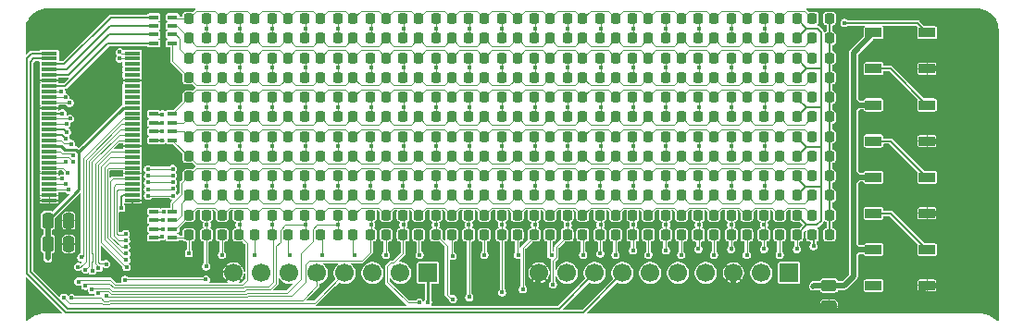
<source format=gbr>
%TF.GenerationSoftware,KiCad,Pcbnew,9.0.2*%
%TF.CreationDate,2025-07-25T11:54:52+02:00*%
%TF.ProjectId,LED_MATRIX,4c45445f-4d41-4545-9249-582e6b696361,rev?*%
%TF.SameCoordinates,Original*%
%TF.FileFunction,Copper,L1,Top*%
%TF.FilePolarity,Positive*%
%FSLAX46Y46*%
G04 Gerber Fmt 4.6, Leading zero omitted, Abs format (unit mm)*
G04 Created by KiCad (PCBNEW 9.0.2) date 2025-07-25 11:54:52*
%MOMM*%
%LPD*%
G01*
G04 APERTURE LIST*
G04 Aperture macros list*
%AMRoundRect*
0 Rectangle with rounded corners*
0 $1 Rounding radius*
0 $2 $3 $4 $5 $6 $7 $8 $9 X,Y pos of 4 corners*
0 Add a 4 corners polygon primitive as box body*
4,1,4,$2,$3,$4,$5,$6,$7,$8,$9,$2,$3,0*
0 Add four circle primitives for the rounded corners*
1,1,$1+$1,$2,$3*
1,1,$1+$1,$4,$5*
1,1,$1+$1,$6,$7*
1,1,$1+$1,$8,$9*
0 Add four rect primitives between the rounded corners*
20,1,$1+$1,$2,$3,$4,$5,0*
20,1,$1+$1,$4,$5,$6,$7,0*
20,1,$1+$1,$6,$7,$8,$9,0*
20,1,$1+$1,$8,$9,$2,$3,0*%
G04 Aperture macros list end*
%TA.AperFunction,SMDPad,CuDef*%
%ADD10RoundRect,0.218750X-0.218750X-0.256250X0.218750X-0.256250X0.218750X0.256250X-0.218750X0.256250X0*%
%TD*%
%TA.AperFunction,SMDPad,CuDef*%
%ADD11RoundRect,0.250000X-0.250000X-0.475000X0.250000X-0.475000X0.250000X0.475000X-0.250000X0.475000X0*%
%TD*%
%TA.AperFunction,SMDPad,CuDef*%
%ADD12R,1.475000X0.300000*%
%TD*%
%TA.AperFunction,SMDPad,CuDef*%
%ADD13R,0.900000X0.400000*%
%TD*%
%TA.AperFunction,SMDPad,CuDef*%
%ADD14RoundRect,0.250000X-0.475000X0.250000X-0.475000X-0.250000X0.475000X-0.250000X0.475000X0.250000X0*%
%TD*%
%TA.AperFunction,ComponentPad*%
%ADD15R,1.700000X1.700000*%
%TD*%
%TA.AperFunction,ComponentPad*%
%ADD16C,1.700000*%
%TD*%
%TA.AperFunction,SMDPad,CuDef*%
%ADD17RoundRect,0.090000X-0.660000X-0.360000X0.660000X-0.360000X0.660000X0.360000X-0.660000X0.360000X0*%
%TD*%
%TA.AperFunction,ViaPad*%
%ADD18C,0.450000*%
%TD*%
%TA.AperFunction,Conductor*%
%ADD19C,0.125000*%
%TD*%
%TA.AperFunction,Conductor*%
%ADD20C,0.500000*%
%TD*%
%TA.AperFunction,Conductor*%
%ADD21C,0.250000*%
%TD*%
%TA.AperFunction,Conductor*%
%ADD22C,0.150000*%
%TD*%
%TA.AperFunction,Conductor*%
%ADD23C,0.200000*%
%TD*%
G04 APERTURE END LIST*
D10*
%TO.P,D118,1,K*%
%TO.N,Net-(D10-K)*%
X85462500Y-143910000D03*
%TO.P,D118,2,A*%
%TO.N,PA9*%
X87037500Y-143910000D03*
%TD*%
%TO.P,D163,1,K*%
%TO.N,Net-(D103-K)*%
X73462500Y-138510000D03*
%TO.P,D163,2,A*%
%TO.N,PA13*%
X75037500Y-138510000D03*
%TD*%
%TO.P,D125,1,K*%
%TO.N,Net-(D101-K)*%
X82462500Y-134910000D03*
%TO.P,D125,2,A*%
%TO.N,PA10*%
X84037500Y-134910000D03*
%TD*%
%TO.P,D11,1,K*%
%TO.N,Net-(D107-K)*%
X112462500Y-145710000D03*
%TO.P,D11,2,A*%
%TO.N,PA0*%
X114037500Y-145710000D03*
%TD*%
%TO.P,D86,1,K*%
%TO.N,Net-(D110-K)*%
X91462500Y-129510000D03*
%TO.P,D86,2,A*%
%TO.N,PA7*%
X93037500Y-129510000D03*
%TD*%
%TO.P,D72,1,K*%
%TO.N,Net-(D108-K)*%
X97462500Y-147510000D03*
%TO.P,D72,2,A*%
%TO.N,PA5*%
X99037500Y-147510000D03*
%TD*%
%TO.P,D151,1,K*%
%TO.N,Net-(D103-K)*%
X76462500Y-138510000D03*
%TO.P,D151,2,A*%
%TO.N,PA12*%
X78037500Y-138510000D03*
%TD*%
%TO.P,D94,1,K*%
%TO.N,Net-(D10-K)*%
X91462500Y-143910000D03*
%TO.P,D94,2,A*%
%TO.N,PA7*%
X93037500Y-143910000D03*
%TD*%
%TO.P,D223,1,K*%
%TO.N,Net-(D103-K)*%
X58462500Y-138510000D03*
%TO.P,D223,2,A*%
%TO.N,PA18*%
X60037500Y-138510000D03*
%TD*%
%TO.P,D181,1,K*%
%TO.N,Net-(D1-K)*%
X67462500Y-127710000D03*
%TO.P,D181,2,A*%
%TO.N,PA15*%
X69037500Y-127710000D03*
%TD*%
%TO.P,D197,1,K*%
%TO.N,Net-(D101-K)*%
X64462500Y-134910000D03*
%TO.P,D197,2,A*%
%TO.N,PA16*%
X66037500Y-134910000D03*
%TD*%
%TO.P,D42,1,K*%
%TO.N,Net-(D102-K)*%
X103462500Y-136710000D03*
%TO.P,D42,2,A*%
%TO.N,PA3*%
X105037500Y-136710000D03*
%TD*%
%TO.P,D128,1,K*%
%TO.N,Net-(D104-K)*%
X82462500Y-140310000D03*
%TO.P,D128,2,A*%
%TO.N,PA10*%
X84037500Y-140310000D03*
%TD*%
%TO.P,D75,1,K*%
%TO.N,Net-(D111-K)*%
X94462500Y-131310000D03*
%TO.P,D75,2,A*%
%TO.N,PA6*%
X96037500Y-131310000D03*
%TD*%
%TO.P,D230,1,K*%
%TO.N,Net-(D110-K)*%
X55462500Y-129510000D03*
%TO.P,D230,2,A*%
%TO.N,PA19*%
X57037500Y-129510000D03*
%TD*%
%TO.P,D35,1,K*%
%TO.N,Net-(D107-K)*%
X106462500Y-145710000D03*
%TO.P,D35,2,A*%
%TO.N,PA2*%
X108037500Y-145710000D03*
%TD*%
%TO.P,D88,1,K*%
%TO.N,Net-(D100-K)*%
X91462500Y-133110000D03*
%TO.P,D88,2,A*%
%TO.N,PA7*%
X93037500Y-133110000D03*
%TD*%
%TO.P,D8,1,K*%
%TO.N,Net-(D104-K)*%
X112462500Y-140310000D03*
%TO.P,D8,2,A*%
%TO.N,PA0*%
X114037500Y-140310000D03*
%TD*%
%TO.P,D48,1,K*%
%TO.N,Net-(D108-K)*%
X103462500Y-147510000D03*
%TO.P,D48,2,A*%
%TO.N,PA3*%
X105037500Y-147510000D03*
%TD*%
%TO.P,D129,1,K*%
%TO.N,Net-(D105-K)*%
X82462500Y-142110000D03*
%TO.P,D129,2,A*%
%TO.N,PA10*%
X84037500Y-142110000D03*
%TD*%
%TO.P,D186,1,K*%
%TO.N,Net-(D102-K)*%
X67462500Y-136710000D03*
%TO.P,D186,2,A*%
%TO.N,PA15*%
X69037500Y-136710000D03*
%TD*%
%TO.P,D228,1,K*%
%TO.N,Net-(D108-K)*%
X58462500Y-147510000D03*
%TO.P,D228,2,A*%
%TO.N,PA18*%
X60037500Y-147510000D03*
%TD*%
%TO.P,D61,1,K*%
%TO.N,Net-(D1-K)*%
X97462500Y-127710000D03*
%TO.P,D61,2,A*%
%TO.N,PA5*%
X99037500Y-127710000D03*
%TD*%
%TO.P,D220,1,K*%
%TO.N,Net-(D100-K)*%
X58462500Y-133110000D03*
%TO.P,D220,2,A*%
%TO.N,PA18*%
X60037500Y-133110000D03*
%TD*%
%TO.P,D70,1,K*%
%TO.N,Net-(D10-K)*%
X97462500Y-143910000D03*
%TO.P,D70,2,A*%
%TO.N,PA5*%
X99037500Y-143910000D03*
%TD*%
%TO.P,D113,1,K*%
%TO.N,Net-(D101-K)*%
X85462500Y-134910000D03*
%TO.P,D113,2,A*%
%TO.N,PA9*%
X87037500Y-134910000D03*
%TD*%
%TO.P,D92,1,K*%
%TO.N,Net-(D104-K)*%
X91462500Y-140310000D03*
%TO.P,D92,2,A*%
%TO.N,PA7*%
X93037500Y-140310000D03*
%TD*%
%TO.P,D119,1,K*%
%TO.N,Net-(D107-K)*%
X85462500Y-145710000D03*
%TO.P,D119,2,A*%
%TO.N,PA9*%
X87037500Y-145710000D03*
%TD*%
%TO.P,D202,1,K*%
%TO.N,Net-(D10-K)*%
X64462500Y-143910000D03*
%TO.P,D202,2,A*%
%TO.N,PA16*%
X66037500Y-143910000D03*
%TD*%
%TO.P,D26,1,K*%
%TO.N,Net-(D110-K)*%
X106462500Y-129510000D03*
%TO.P,D26,2,A*%
%TO.N,PA2*%
X108037500Y-129510000D03*
%TD*%
%TO.P,D211,1,K*%
%TO.N,Net-(D103-K)*%
X61462500Y-138510000D03*
%TO.P,D211,2,A*%
%TO.N,PA17*%
X63037500Y-138510000D03*
%TD*%
%TO.P,D93,1,K*%
%TO.N,Net-(D105-K)*%
X91462500Y-142110000D03*
%TO.P,D93,2,A*%
%TO.N,PA7*%
X93037500Y-142110000D03*
%TD*%
%TO.P,D213,1,K*%
%TO.N,Net-(D105-K)*%
X61462500Y-142110000D03*
%TO.P,D213,2,A*%
%TO.N,PA17*%
X63037500Y-142110000D03*
%TD*%
%TO.P,D82,1,K*%
%TO.N,Net-(D10-K)*%
X94462500Y-143910000D03*
%TO.P,D82,2,A*%
%TO.N,PA6*%
X96037500Y-143910000D03*
%TD*%
%TO.P,D173,1,K*%
%TO.N,Net-(D101-K)*%
X70462500Y-134910000D03*
%TO.P,D173,2,A*%
%TO.N,PA14*%
X72037500Y-134910000D03*
%TD*%
%TO.P,D58,1,K*%
%TO.N,Net-(D10-K)*%
X100462500Y-143910000D03*
%TO.P,D58,2,A*%
%TO.N,PA4*%
X102037500Y-143910000D03*
%TD*%
%TO.P,D9,1,K*%
%TO.N,Net-(D105-K)*%
X112462500Y-142110000D03*
%TO.P,D9,2,A*%
%TO.N,PA0*%
X114037500Y-142110000D03*
%TD*%
%TO.P,D149,1,K*%
%TO.N,Net-(D101-K)*%
X76462500Y-134910000D03*
%TO.P,D149,2,A*%
%TO.N,PA12*%
X78037500Y-134910000D03*
%TD*%
%TO.P,D56,1,K*%
%TO.N,Net-(D104-K)*%
X100462500Y-140310000D03*
%TO.P,D56,2,A*%
%TO.N,PA4*%
X102037500Y-140310000D03*
%TD*%
%TO.P,D100,1,K*%
%TO.N,Net-(D100-K)*%
X88462500Y-133110000D03*
%TO.P,D100,2,A*%
%TO.N,PA8*%
X90037500Y-133110000D03*
%TD*%
%TO.P,D83,1,K*%
%TO.N,Net-(D107-K)*%
X94462500Y-145710000D03*
%TO.P,D83,2,A*%
%TO.N,PA6*%
X96037500Y-145710000D03*
%TD*%
%TO.P,D80,1,K*%
%TO.N,Net-(D104-K)*%
X94462500Y-140310000D03*
%TO.P,D80,2,A*%
%TO.N,PA6*%
X96037500Y-140310000D03*
%TD*%
D11*
%TO.P,C2,1*%
%TO.N,+5V*%
X42550000Y-148360000D03*
%TO.P,C2,2*%
%TO.N,GND*%
X44450000Y-148360000D03*
%TD*%
D10*
%TO.P,D240,1,K*%
%TO.N,Net-(D108-K)*%
X55462500Y-147510000D03*
%TO.P,D240,2,A*%
%TO.N,PA19*%
X57037500Y-147510000D03*
%TD*%
%TO.P,D68,1,K*%
%TO.N,Net-(D104-K)*%
X97462500Y-140310000D03*
%TO.P,D68,2,A*%
%TO.N,PA5*%
X99037500Y-140310000D03*
%TD*%
%TO.P,D74,1,K*%
%TO.N,Net-(D110-K)*%
X94462500Y-129510000D03*
%TO.P,D74,2,A*%
%TO.N,PA6*%
X96037500Y-129510000D03*
%TD*%
%TO.P,D193,1,K*%
%TO.N,Net-(D1-K)*%
X64462500Y-127710000D03*
%TO.P,D193,2,A*%
%TO.N,PA16*%
X66037500Y-127710000D03*
%TD*%
%TO.P,D24,1,K*%
%TO.N,Net-(D108-K)*%
X109462500Y-147510000D03*
%TO.P,D24,2,A*%
%TO.N,PA1*%
X111037500Y-147510000D03*
%TD*%
%TO.P,D201,1,K*%
%TO.N,Net-(D105-K)*%
X64462500Y-142110000D03*
%TO.P,D201,2,A*%
%TO.N,PA16*%
X66037500Y-142110000D03*
%TD*%
D11*
%TO.P,C1,1*%
%TO.N,+5V*%
X42550000Y-146210000D03*
%TO.P,C1,2*%
%TO.N,GND*%
X44450000Y-146210000D03*
%TD*%
D10*
%TO.P,D238,1,K*%
%TO.N,Net-(D10-K)*%
X55462500Y-143910000D03*
%TO.P,D238,2,A*%
%TO.N,PA19*%
X57037500Y-143910000D03*
%TD*%
%TO.P,D98,1,K*%
%TO.N,Net-(D110-K)*%
X88462500Y-129510000D03*
%TO.P,D98,2,A*%
%TO.N,PA8*%
X90037500Y-129510000D03*
%TD*%
D12*
%TO.P,IC1,1,SDA*%
%TO.N,I2C2.SDA*%
X42684155Y-130880300D03*
%TO.P,IC1,2,SCL*%
%TO.N,I2C2.SCL*%
X42684155Y-131380300D03*
%TO.P,IC1,3,IO0_0*%
%TO.N,PB0*%
X42684155Y-131880300D03*
%TO.P,IC1,4,IO0_1*%
%TO.N,PB1*%
X42684155Y-132380300D03*
%TO.P,IC1,5,IO0_2*%
%TO.N,PB2*%
X42684155Y-132880300D03*
%TO.P,IC1,6,VSS_1*%
%TO.N,GND*%
X42684155Y-133380300D03*
%TO.P,IC1,7,IO0_3*%
%TO.N,PB3*%
X42684155Y-133880300D03*
%TO.P,IC1,8,IO0_4*%
%TO.N,PB4*%
X42684155Y-134380300D03*
%TO.P,IC1,9,IO0_5*%
%TO.N,PB5*%
X42684155Y-134880300D03*
%TO.P,IC1,10,IO0_6*%
%TO.N,PB6*%
X42684155Y-135380300D03*
%TO.P,IC1,11,VSS_2*%
%TO.N,GND*%
X42684155Y-135880300D03*
%TO.P,IC1,12,IO0_7*%
%TO.N,PB7*%
X42684155Y-136380300D03*
%TO.P,IC1,13,IO1_0*%
%TO.N,PB8*%
X42684155Y-136880300D03*
%TO.P,IC1,14,IO1_1*%
%TO.N,PB9*%
X42684155Y-137380300D03*
%TO.P,IC1,15,IO1_2*%
%TO.N,PB10*%
X42684155Y-137880300D03*
%TO.P,IC1,16,IO1_3*%
%TO.N,PB11*%
X42684155Y-138380300D03*
%TO.P,IC1,17,IO1_4*%
%TO.N,PA0*%
X42684155Y-138880300D03*
%TO.P,IC1,18,VDD_1*%
%TO.N,+5V*%
X42684155Y-139380300D03*
%TO.P,IC1,19,IO1_5*%
%TO.N,PA1*%
X42684155Y-139880300D03*
%TO.P,IC1,20,IO1_6*%
%TO.N,PA2*%
X42684155Y-140380300D03*
%TO.P,IC1,21,IO1_7*%
%TO.N,PA3*%
X42684155Y-140880300D03*
%TO.P,IC1,22,IO2_0*%
%TO.N,PA4*%
X42684155Y-141380300D03*
%TO.P,IC1,23,VSS_3*%
%TO.N,GND*%
X42684155Y-141880300D03*
%TO.P,IC1,24,IO2_1*%
%TO.N,PA5*%
X42684155Y-142380300D03*
%TO.P,IC1,25,IO2_2*%
%TO.N,PA6*%
X42684155Y-142880300D03*
%TO.P,IC1,26,IO2_3*%
%TO.N,PA7*%
X42684155Y-143380300D03*
%TO.P,IC1,27,AD0*%
%TO.N,GND*%
X42684155Y-143880300D03*
%TO.P,IC1,28,AD1*%
X42684155Y-144380300D03*
%TO.P,IC1,29,AD2*%
X50260155Y-144380300D03*
%TO.P,IC1,30,~{OE}*%
%TO.N,OE*%
X50260155Y-143880300D03*
%TO.P,IC1,31,IO2_4*%
%TO.N,PA8*%
X50260155Y-143380300D03*
%TO.P,IC1,32,IO2_5*%
%TO.N,PA9*%
X50260155Y-142880300D03*
%TO.P,IC1,33,IO2_6*%
%TO.N,PA10*%
X50260155Y-142380300D03*
%TO.P,IC1,34,VSS_4*%
%TO.N,GND*%
X50260155Y-141880300D03*
%TO.P,IC1,35,IO2_7*%
%TO.N,PA11*%
X50260155Y-141380300D03*
%TO.P,IC1,36,IO3_0*%
%TO.N,PA12*%
X50260155Y-140880300D03*
%TO.P,IC1,37,IO3_1*%
%TO.N,PA13*%
X50260155Y-140380300D03*
%TO.P,IC1,38,IO3_2*%
%TO.N,PA14*%
X50260155Y-139880300D03*
%TO.P,IC1,39,VSS_5*%
%TO.N,GND*%
X50260155Y-139380300D03*
%TO.P,IC1,40,IO3_3*%
%TO.N,PA15*%
X50260155Y-138880300D03*
%TO.P,IC1,41,IO3_4*%
%TO.N,PA16*%
X50260155Y-138380300D03*
%TO.P,IC1,42,IO3_5*%
%TO.N,PA17*%
X50260155Y-137880300D03*
%TO.P,IC1,43,IO3_6*%
%TO.N,PA18*%
X50260155Y-137380300D03*
%TO.P,IC1,44,IO3_7*%
%TO.N,PA19*%
X50260155Y-136880300D03*
%TO.P,IC1,45,IO4_0*%
%TO.N,unconnected-(IC1-IO4_0-Pad45)*%
X50260155Y-136380300D03*
%TO.P,IC1,46,VDD_2*%
%TO.N,+5V*%
X50260155Y-135880300D03*
%TO.P,IC1,47,IO4_1*%
%TO.N,unconnected-(IC1-IO4_1-Pad47)*%
X50260155Y-135380300D03*
%TO.P,IC1,48,IO4_2*%
%TO.N,unconnected-(IC1-IO4_2-Pad48)*%
X50260155Y-134880300D03*
%TO.P,IC1,49,IO4_3*%
%TO.N,unconnected-(IC1-IO4_3-Pad49)*%
X50260155Y-134380300D03*
%TO.P,IC1,50,IO4_4*%
%TO.N,unconnected-(IC1-IO4_4-Pad50)*%
X50260155Y-133880300D03*
%TO.P,IC1,51,VSS_6*%
%TO.N,GND*%
X50260155Y-133380300D03*
%TO.P,IC1,52,IO4_5*%
%TO.N,unconnected-(IC1-IO4_5-Pad52)*%
X50260155Y-132880300D03*
%TO.P,IC1,53,IO4_6*%
%TO.N,unconnected-(IC1-IO4_6-Pad53)*%
X50260155Y-132380300D03*
%TO.P,IC1,54,IO4_7*%
%TO.N,unconnected-(IC1-IO4_7-Pad54)*%
X50260155Y-131880300D03*
%TO.P,IC1,55,~{INT}/~{SMBALERT}*%
%TO.N,INT*%
X50260155Y-131380300D03*
%TO.P,IC1,56,~{RESET}*%
%TO.N,RESET*%
X50260155Y-130880300D03*
%TD*%
D10*
%TO.P,D103,1,K*%
%TO.N,Net-(D103-K)*%
X88462500Y-138510000D03*
%TO.P,D103,2,A*%
%TO.N,PA8*%
X90037500Y-138510000D03*
%TD*%
%TO.P,D179,1,K*%
%TO.N,Net-(D107-K)*%
X70462500Y-145710000D03*
%TO.P,D179,2,A*%
%TO.N,PA14*%
X72037500Y-145710000D03*
%TD*%
%TO.P,D34,1,K*%
%TO.N,Net-(D10-K)*%
X106462500Y-143910000D03*
%TO.P,D34,2,A*%
%TO.N,PA2*%
X108037500Y-143910000D03*
%TD*%
%TO.P,D106,1,K*%
%TO.N,Net-(D10-K)*%
X88462500Y-143910000D03*
%TO.P,D106,2,A*%
%TO.N,PA8*%
X90037500Y-143910000D03*
%TD*%
%TO.P,D29,1,K*%
%TO.N,Net-(D101-K)*%
X106462500Y-134910000D03*
%TO.P,D29,2,A*%
%TO.N,PA2*%
X108037500Y-134910000D03*
%TD*%
%TO.P,D77,1,K*%
%TO.N,Net-(D101-K)*%
X94462500Y-134910000D03*
%TO.P,D77,2,A*%
%TO.N,PA6*%
X96037500Y-134910000D03*
%TD*%
%TO.P,D138,1,K*%
%TO.N,Net-(D102-K)*%
X79462500Y-136710000D03*
%TO.P,D138,2,A*%
%TO.N,PA11*%
X81037500Y-136710000D03*
%TD*%
%TO.P,D108,1,K*%
%TO.N,Net-(D108-K)*%
X88462500Y-147510000D03*
%TO.P,D108,2,A*%
%TO.N,PA8*%
X90037500Y-147510000D03*
%TD*%
%TO.P,D60,1,K*%
%TO.N,Net-(D108-K)*%
X100462500Y-147510000D03*
%TO.P,D60,2,A*%
%TO.N,PA4*%
X102037500Y-147510000D03*
%TD*%
%TO.P,D105,1,K*%
%TO.N,Net-(D105-K)*%
X88462500Y-142110000D03*
%TO.P,D105,2,A*%
%TO.N,PA8*%
X90037500Y-142110000D03*
%TD*%
%TO.P,D124,1,K*%
%TO.N,Net-(D100-K)*%
X82462500Y-133110000D03*
%TO.P,D124,2,A*%
%TO.N,PA10*%
X84037500Y-133110000D03*
%TD*%
%TO.P,D4,1,K*%
%TO.N,Net-(D100-K)*%
X112462500Y-133110000D03*
%TO.P,D4,2,A*%
%TO.N,PA0*%
X114037500Y-133110000D03*
%TD*%
%TO.P,D142,1,K*%
%TO.N,Net-(D10-K)*%
X79462500Y-143910000D03*
%TO.P,D142,2,A*%
%TO.N,PA11*%
X81037500Y-143910000D03*
%TD*%
%TO.P,D198,1,K*%
%TO.N,Net-(D102-K)*%
X64462500Y-136710000D03*
%TO.P,D198,2,A*%
%TO.N,PA16*%
X66037500Y-136710000D03*
%TD*%
D13*
%TO.P,RN2,1,R1.1*%
%TO.N,Net-(D108-K)*%
X53950000Y-147780300D03*
%TO.P,RN2,2,R2.1*%
%TO.N,Net-(D107-K)*%
X53950000Y-146980300D03*
%TO.P,RN2,3,R3.1*%
%TO.N,Net-(D10-K)*%
X53950000Y-146180300D03*
%TO.P,RN2,4,R4.1*%
%TO.N,Net-(D105-K)*%
X53950000Y-145380300D03*
%TO.P,RN2,5,R4.2*%
%TO.N,PB8*%
X52250000Y-145380300D03*
%TO.P,RN2,6,R3.2*%
%TO.N,PB9*%
X52250000Y-146180300D03*
%TO.P,RN2,7,R2.2*%
%TO.N,PB10*%
X52250000Y-146980300D03*
%TO.P,RN2,8,R1.2*%
%TO.N,PB11*%
X52250000Y-147780300D03*
%TD*%
D10*
%TO.P,D62,1,K*%
%TO.N,Net-(D110-K)*%
X97462500Y-129510000D03*
%TO.P,D62,2,A*%
%TO.N,PA5*%
X99037500Y-129510000D03*
%TD*%
%TO.P,D117,1,K*%
%TO.N,Net-(D105-K)*%
X85462500Y-142110000D03*
%TO.P,D117,2,A*%
%TO.N,PA9*%
X87037500Y-142110000D03*
%TD*%
%TO.P,D31,1,K*%
%TO.N,Net-(D103-K)*%
X106462500Y-138510000D03*
%TO.P,D31,2,A*%
%TO.N,PA2*%
X108037500Y-138510000D03*
%TD*%
%TO.P,D147,1,K*%
%TO.N,Net-(D111-K)*%
X76462500Y-131310000D03*
%TO.P,D147,2,A*%
%TO.N,PA12*%
X78037500Y-131310000D03*
%TD*%
%TO.P,D36,1,K*%
%TO.N,Net-(D108-K)*%
X106462500Y-147510000D03*
%TO.P,D36,2,A*%
%TO.N,PA2*%
X108037500Y-147510000D03*
%TD*%
%TO.P,D2,1,K*%
%TO.N,Net-(D110-K)*%
X112462500Y-129510000D03*
%TO.P,D2,2,A*%
%TO.N,PA0*%
X114037500Y-129510000D03*
%TD*%
%TO.P,D160,1,K*%
%TO.N,Net-(D100-K)*%
X73462500Y-133110000D03*
%TO.P,D160,2,A*%
%TO.N,PA13*%
X75037500Y-133110000D03*
%TD*%
%TO.P,D144,1,K*%
%TO.N,Net-(D108-K)*%
X79462500Y-147510000D03*
%TO.P,D144,2,A*%
%TO.N,PA11*%
X81037500Y-147510000D03*
%TD*%
%TO.P,D14,1,K*%
%TO.N,Net-(D110-K)*%
X109462500Y-129510000D03*
%TO.P,D14,2,A*%
%TO.N,PA1*%
X111037500Y-129510000D03*
%TD*%
%TO.P,D185,1,K*%
%TO.N,Net-(D101-K)*%
X67462500Y-134910000D03*
%TO.P,D185,2,A*%
%TO.N,PA15*%
X69037500Y-134910000D03*
%TD*%
%TO.P,D73,1,K*%
%TO.N,Net-(D1-K)*%
X94462500Y-127710000D03*
%TO.P,D73,2,A*%
%TO.N,PA6*%
X96037500Y-127710000D03*
%TD*%
%TO.P,D140,1,K*%
%TO.N,Net-(D104-K)*%
X79462500Y-140310000D03*
%TO.P,D140,2,A*%
%TO.N,PA11*%
X81037500Y-140310000D03*
%TD*%
%TO.P,D109,1,K*%
%TO.N,Net-(D1-K)*%
X85462500Y-127710000D03*
%TO.P,D109,2,A*%
%TO.N,PA9*%
X87037500Y-127710000D03*
%TD*%
%TO.P,D112,1,K*%
%TO.N,Net-(D100-K)*%
X85462500Y-133110000D03*
%TO.P,D112,2,A*%
%TO.N,PA9*%
X87037500Y-133110000D03*
%TD*%
%TO.P,D87,1,K*%
%TO.N,Net-(D111-K)*%
X91462500Y-131310000D03*
%TO.P,D87,2,A*%
%TO.N,PA7*%
X93037500Y-131310000D03*
%TD*%
%TO.P,D139,1,K*%
%TO.N,Net-(D103-K)*%
X79462500Y-138510000D03*
%TO.P,D139,2,A*%
%TO.N,PA11*%
X81037500Y-138510000D03*
%TD*%
%TO.P,D52,1,K*%
%TO.N,Net-(D100-K)*%
X100462500Y-133110000D03*
%TO.P,D52,2,A*%
%TO.N,PA4*%
X102037500Y-133110000D03*
%TD*%
%TO.P,D27,1,K*%
%TO.N,Net-(D111-K)*%
X106462500Y-131310000D03*
%TO.P,D27,2,A*%
%TO.N,PA2*%
X108037500Y-131310000D03*
%TD*%
%TO.P,D121,1,K*%
%TO.N,Net-(D1-K)*%
X82462500Y-127710000D03*
%TO.P,D121,2,A*%
%TO.N,PA10*%
X84037500Y-127710000D03*
%TD*%
%TO.P,D189,1,K*%
%TO.N,Net-(D105-K)*%
X67462500Y-142110000D03*
%TO.P,D189,2,A*%
%TO.N,PA15*%
X69037500Y-142110000D03*
%TD*%
%TO.P,D136,1,K*%
%TO.N,Net-(D100-K)*%
X79462500Y-133110000D03*
%TO.P,D136,2,A*%
%TO.N,PA11*%
X81037500Y-133110000D03*
%TD*%
%TO.P,D84,1,K*%
%TO.N,Net-(D108-K)*%
X94462500Y-147510000D03*
%TO.P,D84,2,A*%
%TO.N,PA6*%
X96037500Y-147510000D03*
%TD*%
%TO.P,D71,1,K*%
%TO.N,Net-(D107-K)*%
X97462500Y-145710000D03*
%TO.P,D71,2,A*%
%TO.N,PA5*%
X99037500Y-145710000D03*
%TD*%
%TO.P,D150,1,K*%
%TO.N,Net-(D102-K)*%
X76462500Y-136710000D03*
%TO.P,D150,2,A*%
%TO.N,PA12*%
X78037500Y-136710000D03*
%TD*%
%TO.P,D5,1,K*%
%TO.N,Net-(D101-K)*%
X112462500Y-134910000D03*
%TO.P,D5,2,A*%
%TO.N,PA0*%
X114037500Y-134910000D03*
%TD*%
%TO.P,D95,1,K*%
%TO.N,Net-(D107-K)*%
X91462500Y-145710000D03*
%TO.P,D95,2,A*%
%TO.N,PA7*%
X93037500Y-145710000D03*
%TD*%
%TO.P,D131,1,K*%
%TO.N,Net-(D107-K)*%
X82462500Y-145710000D03*
%TO.P,D131,2,A*%
%TO.N,PA10*%
X84037500Y-145710000D03*
%TD*%
%TO.P,D45,1,K*%
%TO.N,Net-(D105-K)*%
X103462500Y-142110000D03*
%TO.P,D45,2,A*%
%TO.N,PA3*%
X105037500Y-142110000D03*
%TD*%
%TO.P,D81,1,K*%
%TO.N,Net-(D105-K)*%
X94462500Y-142110000D03*
%TO.P,D81,2,A*%
%TO.N,PA6*%
X96037500Y-142110000D03*
%TD*%
%TO.P,D235,1,K*%
%TO.N,Net-(D103-K)*%
X55462500Y-138510000D03*
%TO.P,D235,2,A*%
%TO.N,PA19*%
X57037500Y-138510000D03*
%TD*%
%TO.P,D30,1,K*%
%TO.N,Net-(D102-K)*%
X106462500Y-136710000D03*
%TO.P,D30,2,A*%
%TO.N,PA2*%
X108037500Y-136710000D03*
%TD*%
%TO.P,D19,1,K*%
%TO.N,Net-(D103-K)*%
X109462500Y-138510000D03*
%TO.P,D19,2,A*%
%TO.N,PA1*%
X111037500Y-138510000D03*
%TD*%
%TO.P,D15,1,K*%
%TO.N,Net-(D111-K)*%
X109462500Y-131310000D03*
%TO.P,D15,2,A*%
%TO.N,PA1*%
X111037500Y-131310000D03*
%TD*%
%TO.P,D231,1,K*%
%TO.N,Net-(D111-K)*%
X55462500Y-131310000D03*
%TO.P,D231,2,A*%
%TO.N,PA19*%
X57037500Y-131310000D03*
%TD*%
%TO.P,D132,1,K*%
%TO.N,Net-(D108-K)*%
X82462500Y-147510000D03*
%TO.P,D132,2,A*%
%TO.N,PA10*%
X84037500Y-147510000D03*
%TD*%
%TO.P,D175,1,K*%
%TO.N,Net-(D103-K)*%
X70462500Y-138510000D03*
%TO.P,D175,2,A*%
%TO.N,PA14*%
X72037500Y-138510000D03*
%TD*%
%TO.P,D178,1,K*%
%TO.N,Net-(D10-K)*%
X70462500Y-143910000D03*
%TO.P,D178,2,A*%
%TO.N,PA14*%
X72037500Y-143910000D03*
%TD*%
%TO.P,D207,1,K*%
%TO.N,Net-(D111-K)*%
X61462500Y-131310000D03*
%TO.P,D207,2,A*%
%TO.N,PA17*%
X63037500Y-131310000D03*
%TD*%
%TO.P,D217,1,K*%
%TO.N,Net-(D1-K)*%
X58462500Y-127710000D03*
%TO.P,D217,2,A*%
%TO.N,PA18*%
X60037500Y-127710000D03*
%TD*%
%TO.P,D107,1,K*%
%TO.N,Net-(D107-K)*%
X88462500Y-145710000D03*
%TO.P,D107,2,A*%
%TO.N,PA8*%
X90037500Y-145710000D03*
%TD*%
%TO.P,D237,1,K*%
%TO.N,Net-(D105-K)*%
X55462500Y-142110000D03*
%TO.P,D237,2,A*%
%TO.N,PA19*%
X57037500Y-142110000D03*
%TD*%
%TO.P,D22,1,K*%
%TO.N,Net-(D10-K)*%
X109462500Y-143910000D03*
%TO.P,D22,2,A*%
%TO.N,PA1*%
X111037500Y-143910000D03*
%TD*%
%TO.P,D99,1,K*%
%TO.N,Net-(D111-K)*%
X88462500Y-131310000D03*
%TO.P,D99,2,A*%
%TO.N,PA8*%
X90037500Y-131310000D03*
%TD*%
%TO.P,D137,1,K*%
%TO.N,Net-(D101-K)*%
X79462500Y-134910000D03*
%TO.P,D137,2,A*%
%TO.N,PA11*%
X81037500Y-134910000D03*
%TD*%
%TO.P,D10,1,K*%
%TO.N,Net-(D10-K)*%
X112462500Y-143910000D03*
%TO.P,D10,2,A*%
%TO.N,PA0*%
X114037500Y-143910000D03*
%TD*%
%TO.P,D53,1,K*%
%TO.N,Net-(D101-K)*%
X100462500Y-134910000D03*
%TO.P,D53,2,A*%
%TO.N,PA4*%
X102037500Y-134910000D03*
%TD*%
%TO.P,D63,1,K*%
%TO.N,Net-(D111-K)*%
X97462500Y-131310000D03*
%TO.P,D63,2,A*%
%TO.N,PA5*%
X99037500Y-131310000D03*
%TD*%
%TO.P,D219,1,K*%
%TO.N,Net-(D111-K)*%
X58462500Y-131310000D03*
%TO.P,D219,2,A*%
%TO.N,PA18*%
X60037500Y-131310000D03*
%TD*%
%TO.P,D158,1,K*%
%TO.N,Net-(D110-K)*%
X73462500Y-129510000D03*
%TO.P,D158,2,A*%
%TO.N,PA13*%
X75037500Y-129510000D03*
%TD*%
%TO.P,D40,1,K*%
%TO.N,Net-(D100-K)*%
X103462500Y-133110000D03*
%TO.P,D40,2,A*%
%TO.N,PA3*%
X105037500Y-133110000D03*
%TD*%
%TO.P,D221,1,K*%
%TO.N,Net-(D101-K)*%
X58462500Y-134910000D03*
%TO.P,D221,2,A*%
%TO.N,PA18*%
X60037500Y-134910000D03*
%TD*%
%TO.P,D196,1,K*%
%TO.N,Net-(D100-K)*%
X64462500Y-133110000D03*
%TO.P,D196,2,A*%
%TO.N,PA16*%
X66037500Y-133110000D03*
%TD*%
%TO.P,D120,1,K*%
%TO.N,Net-(D108-K)*%
X85462500Y-147510000D03*
%TO.P,D120,2,A*%
%TO.N,PA9*%
X87037500Y-147510000D03*
%TD*%
%TO.P,D226,1,K*%
%TO.N,Net-(D10-K)*%
X58462500Y-143910000D03*
%TO.P,D226,2,A*%
%TO.N,PA18*%
X60037500Y-143910000D03*
%TD*%
%TO.P,D134,1,K*%
%TO.N,Net-(D110-K)*%
X79462500Y-129510000D03*
%TO.P,D134,2,A*%
%TO.N,PA11*%
X81037500Y-129510000D03*
%TD*%
%TO.P,D55,1,K*%
%TO.N,Net-(D103-K)*%
X100462500Y-138510000D03*
%TO.P,D55,2,A*%
%TO.N,PA4*%
X102037500Y-138510000D03*
%TD*%
%TO.P,D110,1,K*%
%TO.N,Net-(D110-K)*%
X85462500Y-129510000D03*
%TO.P,D110,2,A*%
%TO.N,PA9*%
X87037500Y-129510000D03*
%TD*%
%TO.P,D130,1,K*%
%TO.N,Net-(D10-K)*%
X82462500Y-143910000D03*
%TO.P,D130,2,A*%
%TO.N,PA10*%
X84037500Y-143910000D03*
%TD*%
%TO.P,D214,1,K*%
%TO.N,Net-(D10-K)*%
X61462500Y-143910000D03*
%TO.P,D214,2,A*%
%TO.N,PA17*%
X63037500Y-143910000D03*
%TD*%
%TO.P,D232,1,K*%
%TO.N,Net-(D100-K)*%
X55462500Y-133110000D03*
%TO.P,D232,2,A*%
%TO.N,PA19*%
X57037500Y-133110000D03*
%TD*%
%TO.P,D51,1,K*%
%TO.N,Net-(D111-K)*%
X100462500Y-131310000D03*
%TO.P,D51,2,A*%
%TO.N,PA4*%
X102037500Y-131310000D03*
%TD*%
%TO.P,D126,1,K*%
%TO.N,Net-(D102-K)*%
X82462500Y-136710000D03*
%TO.P,D126,2,A*%
%TO.N,PA10*%
X84037500Y-136710000D03*
%TD*%
%TO.P,D46,1,K*%
%TO.N,Net-(D10-K)*%
X103462500Y-143910000D03*
%TO.P,D46,2,A*%
%TO.N,PA3*%
X105037500Y-143910000D03*
%TD*%
%TO.P,D6,1,K*%
%TO.N,Net-(D102-K)*%
X112462500Y-136710000D03*
%TO.P,D6,2,A*%
%TO.N,PA0*%
X114037500Y-136710000D03*
%TD*%
%TO.P,D43,1,K*%
%TO.N,Net-(D103-K)*%
X103462500Y-138510000D03*
%TO.P,D43,2,A*%
%TO.N,PA3*%
X105037500Y-138510000D03*
%TD*%
%TO.P,D229,1,K*%
%TO.N,Net-(D1-K)*%
X55462500Y-127710000D03*
%TO.P,D229,2,A*%
%TO.N,PA19*%
X57037500Y-127710000D03*
%TD*%
%TO.P,D174,1,K*%
%TO.N,Net-(D102-K)*%
X70462500Y-136710000D03*
%TO.P,D174,2,A*%
%TO.N,PA14*%
X72037500Y-136710000D03*
%TD*%
%TO.P,D13,1,K*%
%TO.N,Net-(D1-K)*%
X109462500Y-127710000D03*
%TO.P,D13,2,A*%
%TO.N,PA1*%
X111037500Y-127710000D03*
%TD*%
%TO.P,D184,1,K*%
%TO.N,Net-(D100-K)*%
X67462500Y-133110000D03*
%TO.P,D184,2,A*%
%TO.N,PA15*%
X69037500Y-133110000D03*
%TD*%
%TO.P,D91,1,K*%
%TO.N,Net-(D103-K)*%
X91462500Y-138510000D03*
%TO.P,D91,2,A*%
%TO.N,PA7*%
X93037500Y-138510000D03*
%TD*%
%TO.P,D54,1,K*%
%TO.N,Net-(D102-K)*%
X100462500Y-136710000D03*
%TO.P,D54,2,A*%
%TO.N,PA4*%
X102037500Y-136710000D03*
%TD*%
%TO.P,D191,1,K*%
%TO.N,Net-(D107-K)*%
X67462500Y-145710000D03*
%TO.P,D191,2,A*%
%TO.N,PA15*%
X69037500Y-145710000D03*
%TD*%
%TO.P,D166,1,K*%
%TO.N,Net-(D10-K)*%
X73462500Y-143910000D03*
%TO.P,D166,2,A*%
%TO.N,PA13*%
X75037500Y-143910000D03*
%TD*%
%TO.P,D85,1,K*%
%TO.N,Net-(D1-K)*%
X91462500Y-127710000D03*
%TO.P,D85,2,A*%
%TO.N,PA7*%
X93037500Y-127710000D03*
%TD*%
%TO.P,D28,1,K*%
%TO.N,Net-(D100-K)*%
X106462500Y-133110000D03*
%TO.P,D28,2,A*%
%TO.N,PA2*%
X108037500Y-133110000D03*
%TD*%
%TO.P,D180,1,K*%
%TO.N,Net-(D108-K)*%
X70462500Y-147510000D03*
%TO.P,D180,2,A*%
%TO.N,PA14*%
X72037500Y-147510000D03*
%TD*%
%TO.P,D3,1,K*%
%TO.N,Net-(D111-K)*%
X112462500Y-131310000D03*
%TO.P,D3,2,A*%
%TO.N,PA0*%
X114037500Y-131310000D03*
%TD*%
%TO.P,D39,1,K*%
%TO.N,Net-(D111-K)*%
X103462500Y-131310000D03*
%TO.P,D39,2,A*%
%TO.N,PA3*%
X105037500Y-131310000D03*
%TD*%
%TO.P,D212,1,K*%
%TO.N,Net-(D104-K)*%
X61462500Y-140310000D03*
%TO.P,D212,2,A*%
%TO.N,PA17*%
X63037500Y-140310000D03*
%TD*%
%TO.P,D234,1,K*%
%TO.N,Net-(D102-K)*%
X55462500Y-136710000D03*
%TO.P,D234,2,A*%
%TO.N,PA19*%
X57037500Y-136710000D03*
%TD*%
%TO.P,D102,1,K*%
%TO.N,Net-(D102-K)*%
X88462500Y-136710000D03*
%TO.P,D102,2,A*%
%TO.N,PA8*%
X90037500Y-136710000D03*
%TD*%
%TO.P,D161,1,K*%
%TO.N,Net-(D101-K)*%
X73462500Y-134910000D03*
%TO.P,D161,2,A*%
%TO.N,PA13*%
X75037500Y-134910000D03*
%TD*%
%TO.P,D65,1,K*%
%TO.N,Net-(D101-K)*%
X97462500Y-134910000D03*
%TO.P,D65,2,A*%
%TO.N,PA5*%
X99037500Y-134910000D03*
%TD*%
%TO.P,D222,1,K*%
%TO.N,Net-(D102-K)*%
X58462500Y-136710000D03*
%TO.P,D222,2,A*%
%TO.N,PA18*%
X60037500Y-136710000D03*
%TD*%
%TO.P,D21,1,K*%
%TO.N,Net-(D105-K)*%
X109462500Y-142110000D03*
%TO.P,D21,2,A*%
%TO.N,PA1*%
X111037500Y-142110000D03*
%TD*%
D13*
%TO.P,RN3,1,R1.1*%
%TO.N,Net-(D104-K)*%
X53950000Y-138860000D03*
%TO.P,RN3,2,R2.1*%
%TO.N,Net-(D103-K)*%
X53950000Y-138060000D03*
%TO.P,RN3,3,R3.1*%
%TO.N,Net-(D102-K)*%
X53950000Y-137260000D03*
%TO.P,RN3,4,R4.1*%
%TO.N,Net-(D101-K)*%
X53950000Y-136460000D03*
%TO.P,RN3,5,R4.2*%
%TO.N,PB4*%
X52250000Y-136460000D03*
%TO.P,RN3,6,R3.2*%
%TO.N,PB5*%
X52250000Y-137260000D03*
%TO.P,RN3,7,R2.2*%
%TO.N,PB6*%
X52250000Y-138060000D03*
%TO.P,RN3,8,R1.2*%
%TO.N,PB7*%
X52250000Y-138860000D03*
%TD*%
D10*
%TO.P,D239,1,K*%
%TO.N,Net-(D107-K)*%
X55462500Y-145710000D03*
%TO.P,D239,2,A*%
%TO.N,PA19*%
X57037500Y-145710000D03*
%TD*%
%TO.P,D225,1,K*%
%TO.N,Net-(D105-K)*%
X58462500Y-142110000D03*
%TO.P,D225,2,A*%
%TO.N,PA18*%
X60037500Y-142110000D03*
%TD*%
%TO.P,D183,1,K*%
%TO.N,Net-(D111-K)*%
X67462500Y-131310000D03*
%TO.P,D183,2,A*%
%TO.N,PA15*%
X69037500Y-131310000D03*
%TD*%
%TO.P,D233,1,K*%
%TO.N,Net-(D101-K)*%
X55462500Y-134910000D03*
%TO.P,D233,2,A*%
%TO.N,PA19*%
X57037500Y-134910000D03*
%TD*%
%TO.P,D176,1,K*%
%TO.N,Net-(D104-K)*%
X70462500Y-140310000D03*
%TO.P,D176,2,A*%
%TO.N,PA14*%
X72037500Y-140310000D03*
%TD*%
%TO.P,D146,1,K*%
%TO.N,Net-(D110-K)*%
X76462500Y-129510000D03*
%TO.P,D146,2,A*%
%TO.N,PA12*%
X78037500Y-129510000D03*
%TD*%
%TO.P,D115,1,K*%
%TO.N,Net-(D103-K)*%
X85462500Y-138510000D03*
%TO.P,D115,2,A*%
%TO.N,PA9*%
X87037500Y-138510000D03*
%TD*%
%TO.P,D188,1,K*%
%TO.N,Net-(D104-K)*%
X67462500Y-140310000D03*
%TO.P,D188,2,A*%
%TO.N,PA15*%
X69037500Y-140310000D03*
%TD*%
%TO.P,D210,1,K*%
%TO.N,Net-(D102-K)*%
X61462500Y-136710000D03*
%TO.P,D210,2,A*%
%TO.N,PA17*%
X63037500Y-136710000D03*
%TD*%
%TO.P,D7,1,K*%
%TO.N,Net-(D103-K)*%
X112462500Y-138510000D03*
%TO.P,D7,2,A*%
%TO.N,PA0*%
X114037500Y-138510000D03*
%TD*%
%TO.P,D67,1,K*%
%TO.N,Net-(D103-K)*%
X97462500Y-138510000D03*
%TO.P,D67,2,A*%
%TO.N,PA5*%
X99037500Y-138510000D03*
%TD*%
%TO.P,D141,1,K*%
%TO.N,Net-(D105-K)*%
X79462500Y-142110000D03*
%TO.P,D141,2,A*%
%TO.N,PA11*%
X81037500Y-142110000D03*
%TD*%
%TO.P,D17,1,K*%
%TO.N,Net-(D101-K)*%
X109462500Y-134910000D03*
%TO.P,D17,2,A*%
%TO.N,PA1*%
X111037500Y-134910000D03*
%TD*%
%TO.P,D209,1,K*%
%TO.N,Net-(D101-K)*%
X61462500Y-134910000D03*
%TO.P,D209,2,A*%
%TO.N,PA17*%
X63037500Y-134910000D03*
%TD*%
%TO.P,D187,1,K*%
%TO.N,Net-(D103-K)*%
X67462500Y-138510000D03*
%TO.P,D187,2,A*%
%TO.N,PA15*%
X69037500Y-138510000D03*
%TD*%
%TO.P,D101,1,K*%
%TO.N,Net-(D101-K)*%
X88462500Y-134910000D03*
%TO.P,D101,2,A*%
%TO.N,PA8*%
X90037500Y-134910000D03*
%TD*%
%TO.P,D25,1,K*%
%TO.N,Net-(D1-K)*%
X106462500Y-127710000D03*
%TO.P,D25,2,A*%
%TO.N,PA2*%
X108037500Y-127710000D03*
%TD*%
D14*
%TO.P,C3,1*%
%TO.N,+5V*%
X113970000Y-152160000D03*
%TO.P,C3,2*%
%TO.N,GND*%
X113970000Y-154060000D03*
%TD*%
D10*
%TO.P,D69,1,K*%
%TO.N,Net-(D105-K)*%
X97462500Y-142110000D03*
%TO.P,D69,2,A*%
%TO.N,PA5*%
X99037500Y-142110000D03*
%TD*%
%TO.P,D236,1,K*%
%TO.N,Net-(D104-K)*%
X55462500Y-140310000D03*
%TO.P,D236,2,A*%
%TO.N,PA19*%
X57037500Y-140310000D03*
%TD*%
%TO.P,D205,1,K*%
%TO.N,Net-(D1-K)*%
X61462500Y-127710000D03*
%TO.P,D205,2,A*%
%TO.N,PA17*%
X63037500Y-127710000D03*
%TD*%
%TO.P,D23,1,K*%
%TO.N,Net-(D107-K)*%
X109462500Y-145710000D03*
%TO.P,D23,2,A*%
%TO.N,PA1*%
X111037500Y-145710000D03*
%TD*%
D15*
%TO.P,J1,1,Pin_1*%
%TO.N,+3.3V*%
X110330000Y-151000000D03*
D16*
%TO.P,J1,2,Pin_2*%
%TO.N,unconnected-(J1-Pin_2-Pad2)*%
X107790000Y-151000000D03*
%TO.P,J1,3,Pin_3*%
%TO.N,GND*%
X105250000Y-151000000D03*
%TO.P,J1,4,Pin_4*%
%TO.N,unconnected-(J1-Pin_4-Pad4)*%
X102710000Y-151000000D03*
%TO.P,J1,5,Pin_5*%
%TO.N,unconnected-(J1-Pin_5-Pad5)*%
X100170000Y-151000000D03*
%TO.P,J1,6,Pin_6*%
%TO.N,unconnected-(J1-Pin_6-Pad6)*%
X97630000Y-151000000D03*
%TO.P,J1,7,Pin_7*%
%TO.N,I2C2.SDA*%
X95090000Y-151000000D03*
%TO.P,J1,8,Pin_8*%
%TO.N,I2C2.SCL*%
X92550000Y-151000000D03*
%TO.P,J1,9,Pin_9*%
%TO.N,unconnected-(J1-Pin_9-Pad9)*%
X90010000Y-151000000D03*
%TO.P,J1,10,Pin_10*%
%TO.N,GND*%
X87470000Y-151000000D03*
%TD*%
D10*
%TO.P,D216,1,K*%
%TO.N,Net-(D108-K)*%
X61462500Y-147510000D03*
%TO.P,D216,2,A*%
%TO.N,PA17*%
X63037500Y-147510000D03*
%TD*%
%TO.P,D199,1,K*%
%TO.N,Net-(D103-K)*%
X64462500Y-138510000D03*
%TO.P,D199,2,A*%
%TO.N,PA16*%
X66037500Y-138510000D03*
%TD*%
%TO.P,D195,1,K*%
%TO.N,Net-(D111-K)*%
X64462500Y-131310000D03*
%TO.P,D195,2,A*%
%TO.N,PA16*%
X66037500Y-131310000D03*
%TD*%
%TO.P,D20,1,K*%
%TO.N,Net-(D104-K)*%
X109462500Y-140310000D03*
%TO.P,D20,2,A*%
%TO.N,PA1*%
X111037500Y-140310000D03*
%TD*%
%TO.P,D165,1,K*%
%TO.N,Net-(D105-K)*%
X73462500Y-142110000D03*
%TO.P,D165,2,A*%
%TO.N,PA13*%
X75037500Y-142110000D03*
%TD*%
D17*
%TO.P,D244,1,VDD*%
%TO.N,+5V*%
X118050000Y-148860000D03*
%TO.P,D244,2,DOUT*%
%TO.N,unconnected-(D244-DOUT-Pad2)*%
X118050000Y-152160000D03*
%TO.P,D244,3,VSS*%
%TO.N,GND*%
X122950000Y-152160000D03*
%TO.P,D244,4,DIN*%
%TO.N,Net-(D243-DOUT)*%
X122950000Y-148860000D03*
%TD*%
D10*
%TO.P,D1,1,K*%
%TO.N,Net-(D1-K)*%
X112462500Y-127710000D03*
%TO.P,D1,2,A*%
%TO.N,PA0*%
X114037500Y-127710000D03*
%TD*%
%TO.P,D18,1,K*%
%TO.N,Net-(D102-K)*%
X109462500Y-136710000D03*
%TO.P,D18,2,A*%
%TO.N,PA1*%
X111037500Y-136710000D03*
%TD*%
D15*
%TO.P,J2,1,Pin_1*%
%TO.N,+5V*%
X77310000Y-151000000D03*
D16*
%TO.P,J2,2,Pin_2*%
%TO.N,unconnected-(J2-Pin_2-Pad2)*%
X74770000Y-151000000D03*
%TO.P,J2,3,Pin_3*%
%TO.N,DATA*%
X72230000Y-151000000D03*
%TO.P,J2,4,Pin_4*%
%TO.N,RESET*%
X69690000Y-151000000D03*
%TO.P,J2,5,Pin_5*%
%TO.N,INT*%
X67150000Y-151000000D03*
%TO.P,J2,6,Pin_6*%
%TO.N,OE*%
X64610000Y-151000000D03*
%TO.P,J2,7,Pin_7*%
%TO.N,unconnected-(J2-Pin_7-Pad7)*%
X62070000Y-151000000D03*
%TO.P,J2,8,Pin_8*%
%TO.N,GND*%
X59530000Y-151000000D03*
%TD*%
D10*
%TO.P,D64,1,K*%
%TO.N,Net-(D100-K)*%
X97462500Y-133110000D03*
%TO.P,D64,2,A*%
%TO.N,PA5*%
X99037500Y-133110000D03*
%TD*%
%TO.P,D127,1,K*%
%TO.N,Net-(D103-K)*%
X82462500Y-138510000D03*
%TO.P,D127,2,A*%
%TO.N,PA10*%
X84037500Y-138510000D03*
%TD*%
%TO.P,D96,1,K*%
%TO.N,Net-(D108-K)*%
X91462500Y-147510000D03*
%TO.P,D96,2,A*%
%TO.N,PA7*%
X93037500Y-147510000D03*
%TD*%
%TO.P,D190,1,K*%
%TO.N,Net-(D10-K)*%
X67462500Y-143910000D03*
%TO.P,D190,2,A*%
%TO.N,PA15*%
X69037500Y-143910000D03*
%TD*%
%TO.P,D59,1,K*%
%TO.N,Net-(D107-K)*%
X100462500Y-145710000D03*
%TO.P,D59,2,A*%
%TO.N,PA4*%
X102037500Y-145710000D03*
%TD*%
%TO.P,D41,1,K*%
%TO.N,Net-(D101-K)*%
X103462500Y-134910000D03*
%TO.P,D41,2,A*%
%TO.N,PA3*%
X105037500Y-134910000D03*
%TD*%
%TO.P,D32,1,K*%
%TO.N,Net-(D104-K)*%
X106462500Y-140310000D03*
%TO.P,D32,2,A*%
%TO.N,PA2*%
X108037500Y-140310000D03*
%TD*%
%TO.P,D218,1,K*%
%TO.N,Net-(D110-K)*%
X58462500Y-129510000D03*
%TO.P,D218,2,A*%
%TO.N,PA18*%
X60037500Y-129510000D03*
%TD*%
%TO.P,D111,1,K*%
%TO.N,Net-(D111-K)*%
X85462500Y-131310000D03*
%TO.P,D111,2,A*%
%TO.N,PA9*%
X87037500Y-131310000D03*
%TD*%
%TO.P,D224,1,K*%
%TO.N,Net-(D104-K)*%
X58462500Y-140310000D03*
%TO.P,D224,2,A*%
%TO.N,PA18*%
X60037500Y-140310000D03*
%TD*%
%TO.P,D16,1,K*%
%TO.N,Net-(D100-K)*%
X109462500Y-133110000D03*
%TO.P,D16,2,A*%
%TO.N,PA1*%
X111037500Y-133110000D03*
%TD*%
%TO.P,D79,1,K*%
%TO.N,Net-(D103-K)*%
X94462500Y-138510000D03*
%TO.P,D79,2,A*%
%TO.N,PA6*%
X96037500Y-138510000D03*
%TD*%
%TO.P,D172,1,K*%
%TO.N,Net-(D100-K)*%
X70462500Y-133110000D03*
%TO.P,D172,2,A*%
%TO.N,PA14*%
X72037500Y-133110000D03*
%TD*%
%TO.P,D194,1,K*%
%TO.N,Net-(D110-K)*%
X64462500Y-129510000D03*
%TO.P,D194,2,A*%
%TO.N,PA16*%
X66037500Y-129510000D03*
%TD*%
%TO.P,D44,1,K*%
%TO.N,Net-(D104-K)*%
X103462500Y-140310000D03*
%TO.P,D44,2,A*%
%TO.N,PA3*%
X105037500Y-140310000D03*
%TD*%
%TO.P,D157,1,K*%
%TO.N,Net-(D1-K)*%
X73462500Y-127710000D03*
%TO.P,D157,2,A*%
%TO.N,PA13*%
X75037500Y-127710000D03*
%TD*%
%TO.P,D171,1,K*%
%TO.N,Net-(D111-K)*%
X70462500Y-131310000D03*
%TO.P,D171,2,A*%
%TO.N,PA14*%
X72037500Y-131310000D03*
%TD*%
%TO.P,D104,1,K*%
%TO.N,Net-(D104-K)*%
X88462500Y-140310000D03*
%TO.P,D104,2,A*%
%TO.N,PA8*%
X90037500Y-140310000D03*
%TD*%
%TO.P,D143,1,K*%
%TO.N,Net-(D107-K)*%
X79462500Y-145710000D03*
%TO.P,D143,2,A*%
%TO.N,PA11*%
X81037500Y-145710000D03*
%TD*%
%TO.P,D37,1,K*%
%TO.N,Net-(D1-K)*%
X103462500Y-127710000D03*
%TO.P,D37,2,A*%
%TO.N,PA3*%
X105037500Y-127710000D03*
%TD*%
D17*
%TO.P,D241,1,VDD*%
%TO.N,+5V*%
X118050000Y-129000000D03*
%TO.P,D241,2,DOUT*%
%TO.N,Net-(D241-DOUT)*%
X118050000Y-132300000D03*
%TO.P,D241,3,VSS*%
%TO.N,GND*%
X122950000Y-132300000D03*
%TO.P,D241,4,DIN*%
%TO.N,DATA*%
X122950000Y-129000000D03*
%TD*%
D10*
%TO.P,D78,1,K*%
%TO.N,Net-(D102-K)*%
X94462500Y-136710000D03*
%TO.P,D78,2,A*%
%TO.N,PA6*%
X96037500Y-136710000D03*
%TD*%
%TO.P,D145,1,K*%
%TO.N,Net-(D1-K)*%
X76462500Y-127710000D03*
%TO.P,D145,2,A*%
%TO.N,PA12*%
X78037500Y-127710000D03*
%TD*%
%TO.P,D50,1,K*%
%TO.N,Net-(D110-K)*%
X100462500Y-129510000D03*
%TO.P,D50,2,A*%
%TO.N,PA4*%
X102037500Y-129510000D03*
%TD*%
%TO.P,D57,1,K*%
%TO.N,Net-(D105-K)*%
X100462500Y-142110000D03*
%TO.P,D57,2,A*%
%TO.N,PA4*%
X102037500Y-142110000D03*
%TD*%
%TO.P,D169,1,K*%
%TO.N,Net-(D1-K)*%
X70462500Y-127710000D03*
%TO.P,D169,2,A*%
%TO.N,PA14*%
X72037500Y-127710000D03*
%TD*%
%TO.P,D208,1,K*%
%TO.N,Net-(D100-K)*%
X61462500Y-133110000D03*
%TO.P,D208,2,A*%
%TO.N,PA17*%
X63037500Y-133110000D03*
%TD*%
%TO.P,D153,1,K*%
%TO.N,Net-(D105-K)*%
X76462500Y-142110000D03*
%TO.P,D153,2,A*%
%TO.N,PA12*%
X78037500Y-142110000D03*
%TD*%
%TO.P,D168,1,K*%
%TO.N,Net-(D108-K)*%
X73462500Y-147510000D03*
%TO.P,D168,2,A*%
%TO.N,PA13*%
X75037500Y-147510000D03*
%TD*%
%TO.P,D89,1,K*%
%TO.N,Net-(D101-K)*%
X91462500Y-134910000D03*
%TO.P,D89,2,A*%
%TO.N,PA7*%
X93037500Y-134910000D03*
%TD*%
%TO.P,D133,1,K*%
%TO.N,Net-(D1-K)*%
X79462500Y-127710000D03*
%TO.P,D133,2,A*%
%TO.N,PA11*%
X81037500Y-127710000D03*
%TD*%
%TO.P,D90,1,K*%
%TO.N,Net-(D102-K)*%
X91462500Y-136710000D03*
%TO.P,D90,2,A*%
%TO.N,PA7*%
X93037500Y-136710000D03*
%TD*%
%TO.P,D182,1,K*%
%TO.N,Net-(D110-K)*%
X67462500Y-129510000D03*
%TO.P,D182,2,A*%
%TO.N,PA15*%
X69037500Y-129510000D03*
%TD*%
%TO.P,D167,1,K*%
%TO.N,Net-(D107-K)*%
X73462500Y-145710000D03*
%TO.P,D167,2,A*%
%TO.N,PA13*%
X75037500Y-145710000D03*
%TD*%
%TO.P,D38,1,K*%
%TO.N,Net-(D110-K)*%
X103462500Y-129510000D03*
%TO.P,D38,2,A*%
%TO.N,PA3*%
X105037500Y-129510000D03*
%TD*%
D17*
%TO.P,D242,1,VDD*%
%TO.N,+5V*%
X118050000Y-135620000D03*
%TO.P,D242,2,DOUT*%
%TO.N,Net-(D242-DOUT)*%
X118050000Y-138920000D03*
%TO.P,D242,3,VSS*%
%TO.N,GND*%
X122950000Y-138920000D03*
%TO.P,D242,4,DIN*%
%TO.N,Net-(D241-DOUT)*%
X122950000Y-135620000D03*
%TD*%
D10*
%TO.P,D200,1,K*%
%TO.N,Net-(D104-K)*%
X64462500Y-140310000D03*
%TO.P,D200,2,A*%
%TO.N,PA16*%
X66037500Y-140310000D03*
%TD*%
%TO.P,D204,1,K*%
%TO.N,Net-(D108-K)*%
X64462500Y-147510000D03*
%TO.P,D204,2,A*%
%TO.N,PA16*%
X66037500Y-147510000D03*
%TD*%
%TO.P,D177,1,K*%
%TO.N,Net-(D105-K)*%
X70462500Y-142110000D03*
%TO.P,D177,2,A*%
%TO.N,PA14*%
X72037500Y-142110000D03*
%TD*%
%TO.P,D227,1,K*%
%TO.N,Net-(D107-K)*%
X58462500Y-145710000D03*
%TO.P,D227,2,A*%
%TO.N,PA18*%
X60037500Y-145710000D03*
%TD*%
%TO.P,D206,1,K*%
%TO.N,Net-(D110-K)*%
X61462500Y-129510000D03*
%TO.P,D206,2,A*%
%TO.N,PA17*%
X63037500Y-129510000D03*
%TD*%
%TO.P,D162,1,K*%
%TO.N,Net-(D102-K)*%
X73462500Y-136710000D03*
%TO.P,D162,2,A*%
%TO.N,PA13*%
X75037500Y-136710000D03*
%TD*%
%TO.P,D156,1,K*%
%TO.N,Net-(D108-K)*%
X76462500Y-147510000D03*
%TO.P,D156,2,A*%
%TO.N,PA12*%
X78037500Y-147510000D03*
%TD*%
%TO.P,D116,1,K*%
%TO.N,Net-(D104-K)*%
X85462500Y-140310000D03*
%TO.P,D116,2,A*%
%TO.N,PA9*%
X87037500Y-140310000D03*
%TD*%
%TO.P,D47,1,K*%
%TO.N,Net-(D107-K)*%
X103462500Y-145710000D03*
%TO.P,D47,2,A*%
%TO.N,PA3*%
X105037500Y-145710000D03*
%TD*%
%TO.P,D12,1,K*%
%TO.N,Net-(D108-K)*%
X112462500Y-147510000D03*
%TO.P,D12,2,A*%
%TO.N,PA0*%
X114037500Y-147510000D03*
%TD*%
%TO.P,D203,1,K*%
%TO.N,Net-(D107-K)*%
X64462500Y-145710000D03*
%TO.P,D203,2,A*%
%TO.N,PA16*%
X66037500Y-145710000D03*
%TD*%
%TO.P,D123,1,K*%
%TO.N,Net-(D111-K)*%
X82462500Y-131310000D03*
%TO.P,D123,2,A*%
%TO.N,PA10*%
X84037500Y-131310000D03*
%TD*%
%TO.P,D170,1,K*%
%TO.N,Net-(D110-K)*%
X70462500Y-129510000D03*
%TO.P,D170,2,A*%
%TO.N,PA14*%
X72037500Y-129510000D03*
%TD*%
%TO.P,D33,1,K*%
%TO.N,Net-(D105-K)*%
X106462500Y-142110000D03*
%TO.P,D33,2,A*%
%TO.N,PA2*%
X108037500Y-142110000D03*
%TD*%
%TO.P,D122,1,K*%
%TO.N,Net-(D110-K)*%
X82462500Y-129510000D03*
%TO.P,D122,2,A*%
%TO.N,PA10*%
X84037500Y-129510000D03*
%TD*%
%TO.P,D164,1,K*%
%TO.N,Net-(D104-K)*%
X73462500Y-140310000D03*
%TO.P,D164,2,A*%
%TO.N,PA13*%
X75037500Y-140310000D03*
%TD*%
%TO.P,D49,1,K*%
%TO.N,Net-(D1-K)*%
X100462500Y-127710000D03*
%TO.P,D49,2,A*%
%TO.N,PA4*%
X102037500Y-127710000D03*
%TD*%
D17*
%TO.P,D243,1,VDD*%
%TO.N,+5V*%
X118050000Y-142240000D03*
%TO.P,D243,2,DOUT*%
%TO.N,Net-(D243-DOUT)*%
X118050000Y-145540000D03*
%TO.P,D243,3,VSS*%
%TO.N,GND*%
X122950000Y-145540000D03*
%TO.P,D243,4,DIN*%
%TO.N,Net-(D242-DOUT)*%
X122950000Y-142240000D03*
%TD*%
D10*
%TO.P,D152,1,K*%
%TO.N,Net-(D104-K)*%
X76462500Y-140310000D03*
%TO.P,D152,2,A*%
%TO.N,PA12*%
X78037500Y-140310000D03*
%TD*%
%TO.P,D154,1,K*%
%TO.N,Net-(D10-K)*%
X76462500Y-143910000D03*
%TO.P,D154,2,A*%
%TO.N,PA12*%
X78037500Y-143910000D03*
%TD*%
%TO.P,D148,1,K*%
%TO.N,Net-(D100-K)*%
X76462500Y-133110000D03*
%TO.P,D148,2,A*%
%TO.N,PA12*%
X78037500Y-133110000D03*
%TD*%
%TO.P,D215,1,K*%
%TO.N,Net-(D107-K)*%
X61462500Y-145710000D03*
%TO.P,D215,2,A*%
%TO.N,PA17*%
X63037500Y-145710000D03*
%TD*%
%TO.P,D155,1,K*%
%TO.N,Net-(D107-K)*%
X76462500Y-145710000D03*
%TO.P,D155,2,A*%
%TO.N,PA12*%
X78037500Y-145710000D03*
%TD*%
D13*
%TO.P,RN1,1,R1.1*%
%TO.N,Net-(D100-K)*%
X53950000Y-129980300D03*
%TO.P,RN1,2,R2.1*%
%TO.N,Net-(D111-K)*%
X53950000Y-129180300D03*
%TO.P,RN1,3,R3.1*%
%TO.N,Net-(D110-K)*%
X53950000Y-128380300D03*
%TO.P,RN1,4,R4.1*%
%TO.N,Net-(D1-K)*%
X53950000Y-127580300D03*
%TO.P,RN1,5,R4.2*%
%TO.N,PB0*%
X52250000Y-127580300D03*
%TO.P,RN1,6,R3.2*%
%TO.N,PB1*%
X52250000Y-128380300D03*
%TO.P,RN1,7,R2.2*%
%TO.N,PB2*%
X52250000Y-129180300D03*
%TO.P,RN1,8,R1.2*%
%TO.N,PB3*%
X52250000Y-129980300D03*
%TD*%
D10*
%TO.P,D135,1,K*%
%TO.N,Net-(D111-K)*%
X79462500Y-131310000D03*
%TO.P,D135,2,A*%
%TO.N,PA11*%
X81037500Y-131310000D03*
%TD*%
%TO.P,D66,1,K*%
%TO.N,Net-(D102-K)*%
X97462500Y-136710000D03*
%TO.P,D66,2,A*%
%TO.N,PA5*%
X99037500Y-136710000D03*
%TD*%
%TO.P,D76,1,K*%
%TO.N,Net-(D100-K)*%
X94462500Y-133110000D03*
%TO.P,D76,2,A*%
%TO.N,PA6*%
X96037500Y-133110000D03*
%TD*%
%TO.P,D192,1,K*%
%TO.N,Net-(D108-K)*%
X67462500Y-147510000D03*
%TO.P,D192,2,A*%
%TO.N,PA15*%
X69037500Y-147510000D03*
%TD*%
%TO.P,D97,1,K*%
%TO.N,Net-(D1-K)*%
X88462500Y-127710000D03*
%TO.P,D97,2,A*%
%TO.N,PA8*%
X90037500Y-127710000D03*
%TD*%
%TO.P,D114,1,K*%
%TO.N,Net-(D102-K)*%
X85462500Y-136710000D03*
%TO.P,D114,2,A*%
%TO.N,PA9*%
X87037500Y-136710000D03*
%TD*%
%TO.P,D159,1,K*%
%TO.N,Net-(D111-K)*%
X73462500Y-131310000D03*
%TO.P,D159,2,A*%
%TO.N,PA13*%
X75037500Y-131310000D03*
%TD*%
D18*
%TO.N,PA8*%
X90080155Y-132220000D03*
X90080155Y-139420000D03*
X90080155Y-146600000D03*
X90080155Y-135800000D03*
X90080155Y-128620000D03*
X49675847Y-147431966D03*
X90090000Y-143010000D03*
X88740000Y-152070000D03*
%TO.N,+5V*%
X112535000Y-152215000D03*
X77310000Y-153681600D03*
X42550000Y-149660000D03*
%TO.N,PB6*%
X53020002Y-138070300D03*
X44533729Y-135424090D03*
%TO.N,PB8*%
X44572373Y-136867204D03*
X53120155Y-145400300D03*
%TO.N,PB7*%
X43880155Y-136380300D03*
X53020002Y-138870300D03*
%TO.N,PB11*%
X53004927Y-147665073D03*
X44194540Y-138719831D03*
%TO.N,PB10*%
X53080000Y-146990000D03*
X44274354Y-138117435D03*
%TO.N,PB9*%
X44257612Y-137380833D03*
X53080000Y-146180300D03*
%TO.N,GND*%
X43570000Y-149710000D03*
X81700000Y-151570100D03*
X55650000Y-150924845D03*
X52690000Y-133720000D03*
X47070000Y-133730000D03*
X87400000Y-153410000D03*
X70990000Y-152010000D03*
X87400000Y-153410000D03*
X68370000Y-150350000D03*
X75900000Y-150438400D03*
X41510000Y-153500000D03*
X105250000Y-153410000D03*
X63890000Y-152060000D03*
X43280000Y-128310000D03*
%TO.N,Net-(D108-K)*%
X100462500Y-149360000D03*
X70570000Y-149360000D03*
X73462500Y-149360000D03*
X94462500Y-149360000D03*
X67610000Y-149360000D03*
X55440000Y-149200900D03*
X76544715Y-149359100D03*
X112570000Y-148550000D03*
X85550000Y-149360000D03*
X106462500Y-149360000D03*
X91505155Y-149360000D03*
X64650000Y-149360000D03*
X58462500Y-149360000D03*
X109462500Y-149360000D03*
X82462500Y-149360000D03*
X97462500Y-149360000D03*
X79540000Y-149460000D03*
X103462500Y-149360000D03*
X88600000Y-149360000D03*
X61462500Y-149360000D03*
%TO.N,PA10*%
X84080155Y-146600000D03*
X84090000Y-143010000D03*
X49689280Y-148636570D03*
X84080155Y-135800000D03*
X84080000Y-152784200D03*
X84080155Y-128620000D03*
X84080155Y-132220000D03*
X84080155Y-139420000D03*
%TO.N,PA11*%
X81080155Y-139420000D03*
X81080155Y-128620000D03*
X49715076Y-149238420D03*
X81090000Y-153224100D03*
X81037500Y-146600000D03*
X81080155Y-132220000D03*
X81080155Y-135800000D03*
X81090000Y-143010000D03*
%TO.N,PA12*%
X79600000Y-153410000D03*
X49719947Y-149840800D03*
X78080155Y-128620000D03*
X78080155Y-135800000D03*
X78080155Y-132220000D03*
X78090000Y-143010000D03*
X78030000Y-146600000D03*
X78080155Y-139420000D03*
%TO.N,PA13*%
X75080155Y-139420000D03*
X75080155Y-146600000D03*
X75080155Y-132220000D03*
X49740898Y-150480493D03*
X75080155Y-135800000D03*
X76514481Y-153734000D03*
X75037500Y-143010000D03*
X75080155Y-128620000D03*
%TO.N,PA14*%
X72080155Y-128620000D03*
X72080155Y-139420000D03*
X72080155Y-146600000D03*
X72080155Y-135800000D03*
X47875000Y-153128100D03*
X47875000Y-150185000D03*
X72080155Y-132220000D03*
X72037500Y-143010000D03*
%TO.N,PA15*%
X69037500Y-143010000D03*
X69080155Y-139420000D03*
X69080155Y-132220000D03*
X69080155Y-135800000D03*
X69080155Y-128620000D03*
X47170000Y-152849700D03*
X69080155Y-146600000D03*
X47174878Y-150560463D03*
%TO.N,PA16*%
X66080155Y-139420000D03*
X66080155Y-132220000D03*
X66080155Y-146600000D03*
X66080155Y-128620000D03*
X66080155Y-135800000D03*
X46560000Y-152550000D03*
X66037500Y-143010000D03*
X46630153Y-150817687D03*
%TO.N,PA17*%
X63037500Y-143010000D03*
X63080155Y-135800000D03*
X63080155Y-146600000D03*
X46000000Y-150710000D03*
X45960000Y-152180000D03*
X63080155Y-139420000D03*
X63080155Y-128620000D03*
X63080155Y-132220000D03*
%TO.N,PA18*%
X60037500Y-143010000D03*
X45310000Y-150440000D03*
X45330000Y-151800000D03*
X60080155Y-132220000D03*
X60080155Y-128620000D03*
X60080155Y-135800000D03*
X60080155Y-146600000D03*
X60080155Y-139420000D03*
%TO.N,PA19*%
X57080155Y-128620000D03*
X57090000Y-143010000D03*
X57080155Y-132220000D03*
X49600000Y-151635000D03*
X57000000Y-151610000D03*
X45596655Y-149585000D03*
X57080155Y-146600000D03*
X57080155Y-139420000D03*
X57037500Y-150410000D03*
X57080155Y-135800000D03*
%TO.N,INT*%
X44730000Y-153310000D03*
X49130000Y-131380000D03*
%TO.N,PB5*%
X53020002Y-137270300D03*
X44140000Y-134920300D03*
%TO.N,PB4*%
X43780155Y-134370300D03*
X53020002Y-136470300D03*
%TO.N,RESET*%
X49117186Y-130777734D03*
X44017573Y-153272427D03*
%TO.N,OE*%
X49260055Y-145060000D03*
%TO.N,PA7*%
X93037500Y-143010000D03*
X93080155Y-132220000D03*
X93080155Y-139420000D03*
X93060155Y-149231500D03*
X44474870Y-143394335D03*
X93080155Y-146600000D03*
X93080155Y-135800000D03*
X93080155Y-128620000D03*
%TO.N,PA9*%
X85990000Y-152505800D03*
X87080155Y-135800000D03*
X87080155Y-128620000D03*
X49691260Y-148034171D03*
X87080155Y-146600000D03*
X87080155Y-139420000D03*
X87080155Y-132220000D03*
X87090000Y-143010000D03*
%TO.N,PA2*%
X108080155Y-135800000D03*
X108037500Y-148822500D03*
X53980000Y-142700300D03*
X108037500Y-146600000D03*
X108067655Y-128620000D03*
X51712400Y-142720300D03*
X108080155Y-139420000D03*
X108067655Y-132220000D03*
X44883213Y-140865896D03*
X108090000Y-143010000D03*
%TO.N,PA1*%
X111050000Y-148822500D03*
X51712400Y-142118286D03*
X53980000Y-142072619D03*
X44883213Y-140203949D03*
%TO.N,PA4*%
X102080155Y-128620000D03*
X102090000Y-143010000D03*
X102080155Y-146590000D03*
X51712400Y-143925106D03*
X102080155Y-132220000D03*
X44350000Y-141810000D03*
X102037500Y-148822500D03*
X102080155Y-139420000D03*
X53980000Y-143925106D03*
X102080155Y-135800000D03*
%TO.N,PA3*%
X105037500Y-132220000D03*
X51712400Y-143322703D03*
X105037500Y-146600000D03*
X53980000Y-143310300D03*
X44140000Y-140840000D03*
X105037500Y-143010000D03*
X105037500Y-148822500D03*
X105037500Y-128620000D03*
X105037500Y-135800000D03*
X105037500Y-139420000D03*
%TO.N,PA6*%
X96080155Y-132220000D03*
X96070155Y-148953100D03*
X44160327Y-142880574D03*
X96080155Y-139420000D03*
X96080155Y-128620000D03*
X96080155Y-146600000D03*
X96080155Y-135800000D03*
X96090000Y-143010000D03*
%TO.N,PA5*%
X99080155Y-139420000D03*
X43840155Y-142370300D03*
X99080155Y-128620000D03*
X99090000Y-143010000D03*
X99080155Y-146600000D03*
X99070155Y-148953100D03*
X99080155Y-135800000D03*
X99080155Y-132220000D03*
%TO.N,PA0*%
X51712400Y-141515884D03*
X44677579Y-139197231D03*
X53980000Y-141470300D03*
X114287500Y-147710000D03*
%TO.N,DATA*%
X115400000Y-128110000D03*
%TD*%
D19*
%TO.N,PA8*%
X48960155Y-147510300D02*
X49597513Y-147510300D01*
X89042655Y-148617800D02*
X90080155Y-147580300D01*
X90080155Y-147580300D02*
X90080155Y-145780300D01*
X90080155Y-127780300D02*
X90080155Y-128680300D01*
X90080155Y-143080300D02*
X90080155Y-143980300D01*
X90080155Y-139480300D02*
X90080155Y-140380300D01*
X90080155Y-134980300D02*
X90080155Y-135880300D01*
X90080155Y-142180300D02*
X90080155Y-143080300D01*
X48959700Y-143380300D02*
X48820155Y-143519845D01*
X88750155Y-149874240D02*
X89042655Y-149581740D01*
X88740000Y-152040310D02*
X88750155Y-152030155D01*
X88750155Y-152030155D02*
X88750155Y-149874240D01*
X49597513Y-147510300D02*
X49675847Y-147431966D01*
X48820155Y-143519845D02*
X48820155Y-147370300D01*
X90080155Y-138580300D02*
X90080155Y-139480300D01*
X90080155Y-131380300D02*
X90080155Y-132280300D01*
X90080155Y-128680300D02*
X90080155Y-129580300D01*
X48820155Y-147370300D02*
X48960155Y-147510300D01*
X88740000Y-152070000D02*
X88740000Y-152040310D01*
X50260155Y-143380300D02*
X48959700Y-143380300D01*
X90080155Y-132280300D02*
X90080155Y-133180300D01*
X89042655Y-149581740D02*
X89042655Y-148617800D01*
X90080155Y-135880300D02*
X90080155Y-136780300D01*
D20*
%TO.N,+5V*%
X116220000Y-130830000D02*
X118050000Y-129000000D01*
X116220000Y-135200000D02*
X116220000Y-130830000D01*
D21*
X42684155Y-139380300D02*
X43749376Y-139380300D01*
D20*
X116220000Y-136040000D02*
X116220000Y-135200000D01*
D21*
X42550000Y-146210000D02*
X45385613Y-143374387D01*
D20*
X116220000Y-151290000D02*
X116220000Y-149230000D01*
X116640000Y-135620000D02*
X116220000Y-135200000D01*
X113970000Y-152160000D02*
X115350000Y-152160000D01*
X116580000Y-148860000D02*
X116220000Y-149220000D01*
X118050000Y-142240000D02*
X116640000Y-142240000D01*
D21*
X45385613Y-139956244D02*
X45130000Y-139700631D01*
D22*
X114500000Y-152410000D02*
X113900000Y-152410000D01*
D21*
X43749376Y-139380300D02*
X44069707Y-139700631D01*
X45385613Y-140200000D02*
X45385613Y-139956244D01*
X45385613Y-143374387D02*
X45385613Y-140200000D01*
D20*
X116220000Y-141820000D02*
X116220000Y-136040000D01*
D21*
X49439700Y-135880300D02*
X50260155Y-135880300D01*
D20*
X112590000Y-152160000D02*
X112535000Y-152215000D01*
X116640000Y-135620000D02*
X116220000Y-136040000D01*
X116640000Y-142240000D02*
X116220000Y-141820000D01*
X116580000Y-148860000D02*
X116220000Y-148500000D01*
X116220000Y-149230000D02*
X116220000Y-148500000D01*
X116220000Y-149220000D02*
X116220000Y-149230000D01*
X116640000Y-142240000D02*
X116220000Y-142660000D01*
D21*
X44069707Y-139700631D02*
X45130000Y-139700631D01*
D20*
X42550000Y-148360000D02*
X42550000Y-146210000D01*
X118050000Y-135620000D02*
X116640000Y-135620000D01*
D21*
X45385613Y-139934387D02*
X49439700Y-135880300D01*
X77310000Y-153681600D02*
X77310000Y-151000000D01*
D20*
X116220000Y-148500000D02*
X116220000Y-142660000D01*
X42550000Y-149660000D02*
X42550000Y-148360000D01*
X115350000Y-152160000D02*
X116220000Y-151290000D01*
X113970000Y-152160000D02*
X112590000Y-152160000D01*
X118050000Y-148860000D02*
X116580000Y-148860000D01*
X116220000Y-142660000D02*
X116220000Y-141820000D01*
D21*
X45385613Y-139956244D02*
X45385613Y-139934387D01*
D23*
%TO.N,I2C2.SCL*%
X40954400Y-150884400D02*
X44325600Y-154255600D01*
X44325600Y-154255600D02*
X89294400Y-154255600D01*
X41260155Y-131380300D02*
X40954400Y-131686055D01*
X42684155Y-131380300D02*
X41260155Y-131380300D01*
X89294400Y-154255600D02*
X92550000Y-151000000D01*
X40954400Y-131686055D02*
X40954400Y-150884400D01*
%TO.N,I2C2.SDA*%
X41021155Y-130880300D02*
X40601000Y-131300455D01*
X40601000Y-131300455D02*
X40601000Y-151041000D01*
X40601000Y-151041000D02*
X44169000Y-154609000D01*
X42684155Y-130880300D02*
X41021155Y-130880300D01*
X91481000Y-154609000D02*
X95090000Y-151000000D01*
X44169000Y-154609000D02*
X91481000Y-154609000D01*
%TO.N,PB6*%
X52410155Y-138070300D02*
X53000000Y-138070300D01*
D22*
X44358367Y-135424090D02*
X44533729Y-135424090D01*
D19*
X42684155Y-135380300D02*
X44314577Y-135380300D01*
D22*
X44314577Y-135380300D02*
X44358367Y-135424090D01*
D19*
%TO.N,PB8*%
X44572373Y-136867204D02*
X42697251Y-136867204D01*
X52270000Y-145400300D02*
X52250000Y-145380300D01*
X52250000Y-145380300D02*
X52400155Y-145380300D01*
X53120155Y-145400300D02*
X52270000Y-145400300D01*
X42697251Y-136867204D02*
X42684155Y-136880300D01*
D23*
%TO.N,PB7*%
X52410155Y-138870300D02*
X53160153Y-138870300D01*
X43880155Y-136380300D02*
X42684155Y-136380300D01*
%TO.N,PB11*%
X43855009Y-138380300D02*
X42684155Y-138380300D01*
X52410155Y-147790300D02*
X52400155Y-147780300D01*
X44194540Y-138719831D02*
X43855009Y-138380300D01*
X52879700Y-147790300D02*
X52410155Y-147790300D01*
X53004927Y-147665073D02*
X52879700Y-147790300D01*
%TO.N,PB10*%
X44037219Y-137880300D02*
X42684155Y-137880300D01*
X53140155Y-146990300D02*
X52410155Y-146990300D01*
X44274354Y-138117435D02*
X44037219Y-137880300D01*
X52410155Y-146990300D02*
X52400155Y-146980300D01*
D19*
%TO.N,PB9*%
X44257612Y-137380833D02*
X44257079Y-137380300D01*
D23*
X53130155Y-146180300D02*
X52400155Y-146180300D01*
D19*
X44257079Y-137380300D02*
X42684155Y-137380300D01*
%TO.N,GND*%
X47042945Y-151028422D02*
X46812780Y-151258587D01*
X41475000Y-145894190D02*
X41475000Y-145985000D01*
D22*
X46672455Y-136123700D02*
X44264760Y-136123700D01*
D19*
X41495300Y-144000000D02*
X41495300Y-144385000D01*
X41495300Y-135880300D02*
X41495300Y-133465000D01*
X42684155Y-143880300D02*
X41500000Y-143880300D01*
D20*
X125190000Y-138920000D02*
X122950000Y-138920000D01*
D19*
X75900000Y-149990000D02*
X75900000Y-150438400D01*
X41495300Y-145964700D02*
X41475000Y-145985000D01*
D20*
X125200000Y-132390000D02*
X125110000Y-132300000D01*
D19*
X42684155Y-133380300D02*
X41580000Y-133380300D01*
D20*
X125110000Y-132300000D02*
X122950000Y-132300000D01*
D19*
X42850000Y-150835000D02*
X43650000Y-150835000D01*
X41475000Y-149635000D02*
X42675000Y-150835000D01*
D22*
X87470000Y-151540000D02*
X87400000Y-151610000D01*
D19*
X81700000Y-151570100D02*
X81700000Y-153350000D01*
X76080000Y-149810000D02*
X75900000Y-149990000D01*
X41495300Y-133465000D02*
X41580000Y-133380300D01*
X42675000Y-150835000D02*
X42850000Y-150835000D01*
D20*
X87400000Y-153410000D02*
X87400000Y-151070000D01*
D22*
X87470000Y-151000000D02*
X87470000Y-151540000D01*
X55650000Y-150924845D02*
X50260155Y-150924845D01*
D20*
X125130000Y-145540000D02*
X125130000Y-152140000D01*
X87400000Y-151070000D02*
X87470000Y-151000000D01*
D19*
X43098587Y-151258587D02*
X41475000Y-149635000D01*
X46812780Y-151258587D02*
X43098587Y-151258587D01*
D20*
X125200000Y-138910000D02*
X125190000Y-138920000D01*
X125200000Y-144910000D02*
X125200000Y-138930000D01*
D19*
X41495300Y-141870000D02*
X41505600Y-141880300D01*
X41495300Y-144385000D02*
X41495300Y-145964700D01*
D22*
X44021360Y-135880300D02*
X42684155Y-135880300D01*
D19*
X78700000Y-150210000D02*
X78300000Y-149810000D01*
D20*
X105901000Y-153410000D02*
X106950000Y-154459000D01*
D23*
X125200000Y-138930000D02*
X125190000Y-138920000D01*
D22*
X50156578Y-151028422D02*
X47042945Y-151028422D01*
D19*
X42684155Y-144380300D02*
X41500000Y-144380300D01*
X43650000Y-150835000D02*
X44450000Y-150035000D01*
D22*
X49415855Y-133380300D02*
X46672455Y-136123700D01*
X59454845Y-150924845D02*
X55650000Y-150924845D01*
D20*
X122950000Y-145540000D02*
X125130000Y-145540000D01*
D19*
X41495300Y-135880300D02*
X41495300Y-141870000D01*
D20*
X125130000Y-152140000D02*
X125150000Y-152160000D01*
D19*
X41495300Y-141870000D02*
X41495300Y-144000000D01*
X44450000Y-148360000D02*
X44450000Y-146210000D01*
D20*
X125200000Y-145470000D02*
X125130000Y-145540000D01*
X120651000Y-154459000D02*
X122950000Y-152160000D01*
D22*
X44264760Y-136123700D02*
X44021360Y-135880300D01*
D19*
X79300000Y-153910000D02*
X78700000Y-153310000D01*
X41475000Y-145985000D02*
X41475000Y-149635000D01*
D20*
X105250000Y-153410000D02*
X105901000Y-153410000D01*
X124200000Y-152160000D02*
X122950000Y-152160000D01*
D22*
X50260155Y-133380300D02*
X49415855Y-133380300D01*
D20*
X125150000Y-152160000D02*
X124200000Y-152160000D01*
D19*
X78300000Y-149810000D02*
X76080000Y-149810000D01*
X81140000Y-153910000D02*
X79300000Y-153910000D01*
D20*
X105250000Y-151000000D02*
X105250000Y-153410000D01*
D19*
X41505600Y-141880300D02*
X42684155Y-141880300D01*
X44450000Y-150035000D02*
X44450000Y-148360000D01*
D23*
X122510000Y-138920000D02*
X122400000Y-138810000D01*
D20*
X125200000Y-144910000D02*
X125200000Y-145470000D01*
D23*
X122950000Y-138920000D02*
X122510000Y-138920000D01*
D19*
X42684155Y-144444155D02*
X42684155Y-144380300D01*
D22*
X50260155Y-150924845D02*
X50260155Y-144380300D01*
D20*
X125200000Y-132390000D02*
X125200000Y-138910000D01*
D19*
X78700000Y-153310000D02*
X78700000Y-150210000D01*
D22*
X50260155Y-150924845D02*
X50156578Y-151028422D01*
X59530000Y-151000000D02*
X59454845Y-150924845D01*
D19*
X81700000Y-153350000D02*
X81140000Y-153910000D01*
X41495300Y-143885000D02*
X41495300Y-144000000D01*
X41500000Y-143880300D02*
X41495300Y-143885000D01*
X41495300Y-135880300D02*
X42684155Y-135880300D01*
X41500000Y-144380300D02*
X41495300Y-144385000D01*
D20*
X106950000Y-154459000D02*
X120651000Y-154459000D01*
D19*
%TO.N,Net-(D100-K)*%
X58462500Y-133110000D02*
X57771600Y-133800900D01*
D23*
X54242655Y-129980300D02*
X54142655Y-129980300D01*
D19*
X103462500Y-133110000D02*
X102771600Y-133800900D01*
X75771600Y-133800900D02*
X74153400Y-133800900D01*
X102771600Y-133800900D02*
X101153400Y-133800900D01*
X110153400Y-133800900D02*
X109462500Y-133110000D01*
X95153400Y-133800900D02*
X94462500Y-133110000D01*
X55462500Y-133110000D02*
X53950000Y-131597500D01*
X83153400Y-133800900D02*
X82462500Y-133110000D01*
X64505155Y-133180300D02*
X64462500Y-133222955D01*
X100462500Y-133110000D02*
X99771600Y-133800900D01*
X91462500Y-133110000D02*
X90771600Y-133800900D01*
X108771600Y-133800900D02*
X107153400Y-133800900D01*
X71153400Y-133800900D02*
X70462500Y-133110000D01*
X77153400Y-133800900D02*
X76462500Y-133110000D01*
X86153400Y-133800900D02*
X85462500Y-133110000D01*
X81771600Y-133800900D02*
X80153400Y-133800900D01*
X57771600Y-133800900D02*
X56153400Y-133800900D01*
X72771600Y-133800900D02*
X71153400Y-133800900D01*
X84771600Y-133800900D02*
X83153400Y-133800900D01*
X67462500Y-133110000D02*
X66771600Y-133800900D01*
X106462500Y-133110000D02*
X105771600Y-133800900D01*
X112462500Y-133110000D02*
X111771600Y-133800900D01*
X66771600Y-133800900D02*
X65153400Y-133800900D01*
X59153400Y-133800900D02*
X58462500Y-133110000D01*
X101153400Y-133800900D02*
X100462500Y-133110000D01*
X80153400Y-133800900D02*
X79462500Y-133110000D01*
X90771600Y-133800900D02*
X89153400Y-133800900D01*
X65153400Y-133800900D02*
X64462500Y-133110000D01*
X107153400Y-133800900D02*
X106462500Y-133110000D01*
X99771600Y-133800900D02*
X98153400Y-133800900D01*
X70462500Y-133110000D02*
X69771600Y-133800900D01*
X98153400Y-133800900D02*
X97462500Y-133110000D01*
X88462500Y-133110000D02*
X87771600Y-133800900D01*
X93771600Y-133800900D02*
X92153400Y-133800900D01*
X64462500Y-133110000D02*
X63771600Y-133800900D01*
X85462500Y-133110000D02*
X84771600Y-133800900D01*
X73462500Y-133110000D02*
X72771600Y-133800900D01*
X111771600Y-133800900D02*
X110153400Y-133800900D01*
X79462500Y-133110000D02*
X78771600Y-133800900D01*
X109462500Y-133110000D02*
X108771600Y-133800900D01*
X104153400Y-133800900D02*
X103462500Y-133110000D01*
X79505155Y-133180300D02*
X79462500Y-133222955D01*
X89153400Y-133800900D02*
X88462500Y-133110000D01*
X92153400Y-133800900D02*
X91462500Y-133110000D01*
X94462500Y-133110000D02*
X93771600Y-133800900D01*
X74153400Y-133800900D02*
X73462500Y-133110000D01*
X63771600Y-133800900D02*
X62153400Y-133800900D01*
X82462500Y-133110000D02*
X81771600Y-133800900D01*
X61462500Y-133110000D02*
X60771600Y-133800900D01*
X60771600Y-133800900D02*
X59153400Y-133800900D01*
X105771600Y-133800900D02*
X104153400Y-133800900D01*
X68153400Y-133800900D02*
X67462500Y-133110000D01*
X69771600Y-133800900D02*
X68153400Y-133800900D01*
X96771600Y-133800900D02*
X95153400Y-133800900D01*
X97462500Y-133110000D02*
X96771600Y-133800900D01*
X56153400Y-133800900D02*
X55462500Y-133110000D01*
X62153400Y-133800900D02*
X61462500Y-133110000D01*
X78771600Y-133800900D02*
X77153400Y-133800900D01*
X87771600Y-133800900D02*
X86153400Y-133800900D01*
X76462500Y-133110000D02*
X75771600Y-133800900D01*
X53950000Y-131597500D02*
X53950000Y-129980300D01*
%TO.N,Net-(D1-K)*%
X107153400Y-127019100D02*
X106462500Y-127710000D01*
X67525000Y-127683500D02*
X67412500Y-127683500D01*
X78771600Y-127019100D02*
X77153400Y-127019100D01*
X93771600Y-127019100D02*
X92153400Y-127019100D01*
X85462500Y-127710000D02*
X84771600Y-127019100D01*
X79462500Y-127710000D02*
X78771600Y-127019100D01*
X94462500Y-127710000D02*
X93771600Y-127019100D01*
X61462500Y-127710000D02*
X60771600Y-127019100D01*
X81771600Y-127019100D02*
X80153400Y-127019100D01*
X69771600Y-127019100D02*
X68153400Y-127019100D01*
X102771600Y-127019100D02*
X101153400Y-127019100D01*
X100462500Y-127710000D02*
X99771600Y-127019100D01*
X55462500Y-127710000D02*
X54079700Y-127710000D01*
X67462500Y-127710000D02*
X66771600Y-127019100D01*
X75771600Y-127019100D02*
X74153400Y-127019100D01*
X110153400Y-127019100D02*
X109462500Y-127710000D01*
X60771600Y-127019100D02*
X59153400Y-127019100D01*
X90771600Y-127019100D02*
X89153400Y-127019100D01*
X104153400Y-127019100D02*
X103462500Y-127710000D01*
X61525000Y-127696000D02*
X61512500Y-127683500D01*
X59153400Y-127019100D02*
X58462500Y-127710000D01*
X54079700Y-127710000D02*
X53950000Y-127580300D01*
X70462500Y-127710000D02*
X69771600Y-127019100D01*
X94525000Y-127796000D02*
X94412500Y-127683500D01*
X74153400Y-127019100D02*
X73462500Y-127710000D01*
X89153400Y-127019100D02*
X88462500Y-127710000D01*
X98153400Y-127019100D02*
X97462500Y-127710000D01*
X95153400Y-127019100D02*
X94462500Y-127710000D01*
X73525000Y-127696000D02*
X73512500Y-127683500D01*
X96771600Y-127019100D02*
X95153400Y-127019100D01*
X58525000Y-127696000D02*
X58512500Y-127683500D01*
X87771600Y-127019100D02*
X86153400Y-127019100D01*
X101153400Y-127019100D02*
X100462500Y-127710000D01*
X73462500Y-127710000D02*
X72771600Y-127019100D01*
X106462500Y-127710000D02*
X105771600Y-127019100D01*
X76525000Y-127696000D02*
X76512500Y-127683500D01*
X79505155Y-127780300D02*
X79492655Y-127767800D01*
X64462500Y-127710000D02*
X63771600Y-127019100D01*
X109525000Y-127696000D02*
X109512500Y-127683500D01*
X71153400Y-127019100D02*
X70462500Y-127710000D01*
X84771600Y-127019100D02*
X83153400Y-127019100D01*
X83153400Y-127019100D02*
X82462500Y-127710000D01*
X88462500Y-127710000D02*
X87771600Y-127019100D01*
X56153400Y-127019100D02*
X55462500Y-127710000D01*
X77153400Y-127019100D02*
X76462500Y-127710000D01*
X109462500Y-127710000D02*
X108771600Y-127019100D01*
X76462500Y-127710000D02*
X75771600Y-127019100D01*
X63771600Y-127019100D02*
X62153400Y-127019100D01*
X65153400Y-127019100D02*
X64462500Y-127710000D01*
X103505155Y-127780300D02*
X103492655Y-127767800D01*
X82462500Y-127710000D02*
X81771600Y-127019100D01*
X112462500Y-127710000D02*
X111771600Y-127019100D01*
X97525000Y-127771000D02*
X97612500Y-127683500D01*
X92153400Y-127019100D02*
X91462500Y-127710000D01*
X82525000Y-127696000D02*
X82512500Y-127683500D01*
X72771600Y-127019100D02*
X71153400Y-127019100D01*
X86153400Y-127019100D02*
X85462500Y-127710000D01*
X100525000Y-127696000D02*
X100512500Y-127683500D01*
X80153400Y-127019100D02*
X79462500Y-127710000D01*
D23*
X54212955Y-127510000D02*
X54142655Y-127580300D01*
D19*
X111771600Y-127019100D02*
X110153400Y-127019100D01*
X91525000Y-127796000D02*
X91512500Y-127783500D01*
X68153400Y-127019100D02*
X67462500Y-127710000D01*
X91462500Y-127710000D02*
X90771600Y-127019100D01*
X105771600Y-127019100D02*
X104153400Y-127019100D01*
X57771600Y-127019100D02*
X56153400Y-127019100D01*
X99771600Y-127019100D02*
X98153400Y-127019100D01*
X66771600Y-127019100D02*
X65153400Y-127019100D01*
X70525000Y-127696000D02*
X70512500Y-127683500D01*
X58462500Y-127710000D02*
X57771600Y-127019100D01*
X91512500Y-127783500D02*
X91512500Y-127683500D01*
X108771600Y-127019100D02*
X107153400Y-127019100D01*
X64525000Y-127696000D02*
X64512500Y-127683500D01*
X97462500Y-127710000D02*
X96771600Y-127019100D01*
X62153400Y-127019100D02*
X61462500Y-127710000D01*
X103462500Y-127710000D02*
X102771600Y-127019100D01*
%TO.N,Net-(D110-K)*%
X53950000Y-128380300D02*
X54332800Y-128380300D01*
X80153400Y-130200900D02*
X81771600Y-130200900D01*
X85462500Y-129510000D02*
X86153400Y-130200900D01*
X65153400Y-130200900D02*
X66771600Y-130200900D01*
X62153400Y-130200900D02*
X63771600Y-130200900D01*
X54332800Y-128380300D02*
X55462500Y-129510000D01*
X55505155Y-129595155D02*
X55505155Y-129580300D01*
X60771600Y-130200900D02*
X61462500Y-129510000D01*
X58462500Y-129510000D02*
X59153400Y-130200900D01*
X84771600Y-130200900D02*
X85462500Y-129510000D01*
X66771600Y-130200900D02*
X67462500Y-129510000D01*
X64462500Y-129510000D02*
X65153400Y-130200900D01*
X89153400Y-130200900D02*
X90771600Y-130200900D01*
X97462500Y-129510000D02*
X98153400Y-130200900D01*
X98153400Y-130200900D02*
X99771600Y-130200900D01*
X94462500Y-129510000D02*
X95153400Y-130200900D01*
X83153400Y-130200900D02*
X84771600Y-130200900D01*
X69771600Y-130200900D02*
X70462500Y-129510000D01*
X95153400Y-130200900D02*
X96771600Y-130200900D01*
X82462500Y-129510000D02*
X83153400Y-130200900D01*
X76462500Y-129510000D02*
X77153400Y-130200900D01*
X79462500Y-129510000D02*
X80153400Y-130200900D01*
X72771600Y-130200900D02*
X73462500Y-129510000D01*
X75771600Y-130200900D02*
X76462500Y-129510000D01*
X109462500Y-129510000D02*
X110153400Y-130200900D01*
X107153400Y-130200900D02*
X108771600Y-130200900D01*
X68153400Y-130200900D02*
X69771600Y-130200900D01*
X91462500Y-129510000D02*
X92153400Y-130200900D01*
X81771600Y-130200900D02*
X82462500Y-129510000D01*
X70462500Y-129510000D02*
X71153400Y-130200900D01*
X78771600Y-130200900D02*
X79462500Y-129510000D01*
X74153400Y-130200900D02*
X75771600Y-130200900D01*
X100462500Y-129510000D02*
X101153400Y-130200900D01*
X101153400Y-130200900D02*
X102771600Y-130200900D01*
X73462500Y-129510000D02*
X74153400Y-130200900D01*
X57771600Y-130200900D02*
X58462500Y-129510000D01*
X93771600Y-130200900D02*
X94462500Y-129510000D01*
X96771600Y-130200900D02*
X97462500Y-129510000D01*
X110153400Y-130200900D02*
X111771600Y-130200900D01*
X87771600Y-130200900D02*
X88462500Y-129510000D01*
X92153400Y-130200900D02*
X93771600Y-130200900D01*
X71153400Y-130200900D02*
X72771600Y-130200900D01*
X108771600Y-130200900D02*
X109462500Y-129510000D01*
X90771600Y-130200900D02*
X91462500Y-129510000D01*
X88462500Y-129510000D02*
X89153400Y-130200900D01*
X63771600Y-130200900D02*
X64462500Y-129510000D01*
X55462500Y-129510000D02*
X56153400Y-130200900D01*
X106462500Y-129510000D02*
X107153400Y-130200900D01*
X67462500Y-129510000D02*
X68153400Y-130200900D01*
X105771600Y-130200900D02*
X106462500Y-129510000D01*
X103462500Y-129510000D02*
X104153400Y-130200900D01*
X104153400Y-130200900D02*
X105771600Y-130200900D01*
X102771600Y-130200900D02*
X103462500Y-129510000D01*
X86153400Y-130200900D02*
X87771600Y-130200900D01*
X56153400Y-130200900D02*
X57771600Y-130200900D01*
X77153400Y-130200900D02*
X78771600Y-130200900D01*
X61462500Y-129510000D02*
X62153400Y-130200900D01*
X99771600Y-130200900D02*
X100462500Y-129510000D01*
X59153400Y-130200900D02*
X60771600Y-130200900D01*
X111771600Y-130200900D02*
X112462500Y-129510000D01*
%TO.N,Net-(D111-K)*%
X96771600Y-130619100D02*
X95153400Y-130619100D01*
X69771600Y-130619100D02*
X68153400Y-130619100D01*
X103462500Y-131310000D02*
X102771600Y-130619100D01*
X97462500Y-131310000D02*
X96771600Y-130619100D01*
X76462500Y-131310000D02*
X75771600Y-130619100D01*
X59153400Y-130619100D02*
X58462500Y-131310000D01*
X83153400Y-130619100D02*
X82462500Y-131310000D01*
X109462500Y-131310000D02*
X108771600Y-130619100D01*
X87771600Y-130619100D02*
X86153400Y-130619100D01*
X101153400Y-130619100D02*
X100462500Y-131310000D01*
X84771600Y-130619100D02*
X83153400Y-130619100D01*
X71153400Y-130619100D02*
X70462500Y-131310000D01*
X102771600Y-130619100D02*
X101153400Y-130619100D01*
X90771600Y-130619100D02*
X89153400Y-130619100D01*
X57771600Y-130619100D02*
X56153400Y-130619100D01*
X110153400Y-130619100D02*
X109462500Y-131310000D01*
X66771600Y-130619100D02*
X65153400Y-130619100D01*
X98153400Y-130619100D02*
X97462500Y-131310000D01*
X112462500Y-131310000D02*
X111771600Y-130619100D01*
X61462500Y-131310000D02*
X60771600Y-130619100D01*
X81771600Y-130619100D02*
X80153400Y-130619100D01*
X70462500Y-131310000D02*
X69771600Y-130619100D01*
X100462500Y-131310000D02*
X99771600Y-130619100D01*
X108771600Y-130619100D02*
X107153400Y-130619100D01*
X64462500Y-131310000D02*
X63771600Y-130619100D01*
X82462500Y-131310000D02*
X81771600Y-130619100D01*
X86153400Y-130619100D02*
X85462500Y-131310000D01*
X95153400Y-130619100D02*
X94462500Y-131310000D01*
X111771600Y-130619100D02*
X110153400Y-130619100D01*
X89153400Y-130619100D02*
X88462500Y-131310000D01*
X67462500Y-131310000D02*
X66771600Y-130619100D01*
X73462500Y-131310000D02*
X72771600Y-130619100D01*
X74153400Y-130619100D02*
X73462500Y-131310000D01*
X54231800Y-129180300D02*
X54615900Y-129564400D01*
X62153400Y-130619100D02*
X61462500Y-131310000D01*
X107153400Y-130619100D02*
X106462500Y-131310000D01*
X54615900Y-130463400D02*
X55462500Y-131310000D01*
X53950000Y-129180300D02*
X54231800Y-129180300D01*
X72771600Y-130619100D02*
X71153400Y-130619100D01*
X63771600Y-130619100D02*
X62153400Y-130619100D01*
X88462500Y-131310000D02*
X87771600Y-130619100D01*
X78771600Y-130619100D02*
X77153400Y-130619100D01*
X91462500Y-131310000D02*
X90771600Y-130619100D01*
X58462500Y-131310000D02*
X57771600Y-130619100D01*
X60771600Y-130619100D02*
X59153400Y-130619100D01*
X68153400Y-130619100D02*
X67462500Y-131310000D01*
X79462500Y-131310000D02*
X78771600Y-130619100D01*
X94462500Y-131310000D02*
X93771600Y-130619100D01*
X99771600Y-130619100D02*
X98153400Y-130619100D01*
X85462500Y-131310000D02*
X84771600Y-130619100D01*
X54615900Y-129564400D02*
X54615900Y-130463400D01*
X104153400Y-130619100D02*
X103462500Y-131310000D01*
X75771600Y-130619100D02*
X74153400Y-130619100D01*
X105771600Y-130619100D02*
X104153400Y-130619100D01*
X80153400Y-130619100D02*
X79462500Y-131310000D01*
X106462500Y-131310000D02*
X105771600Y-130619100D01*
X92153400Y-130619100D02*
X91462500Y-131310000D01*
X56153400Y-130619100D02*
X55462500Y-131310000D01*
X77153400Y-130619100D02*
X76462500Y-131310000D01*
X93771600Y-130619100D02*
X92153400Y-130619100D01*
X65153400Y-130619100D02*
X64462500Y-131310000D01*
%TO.N,Net-(D10-K)*%
X70462500Y-143910000D02*
X71190900Y-144638400D01*
X81734100Y-144638400D02*
X82462500Y-143910000D01*
X91462500Y-143910000D02*
X92190900Y-144638400D01*
X76462500Y-143910000D02*
X77190900Y-144638400D01*
X72734100Y-144638400D02*
X73462500Y-143910000D01*
X98190900Y-144638400D02*
X99734100Y-144638400D01*
X80190900Y-144638400D02*
X81734100Y-144638400D01*
X96734100Y-144638400D02*
X97462500Y-143910000D01*
X83190900Y-144638400D02*
X84734100Y-144638400D01*
X103462500Y-143910000D02*
X104190900Y-144638400D01*
X53950000Y-146180300D02*
X54306800Y-146180300D01*
X64462500Y-143910000D02*
X65190900Y-144638400D01*
X65190900Y-144638400D02*
X66734100Y-144638400D01*
X101190900Y-144638400D02*
X102734100Y-144638400D01*
X73462500Y-143910000D02*
X74190900Y-144638400D01*
X85462500Y-143910000D02*
X86190900Y-144638400D01*
X66734100Y-144638400D02*
X67462500Y-143910000D01*
X94462500Y-143910000D02*
X95190900Y-144638400D01*
X86190900Y-144638400D02*
X87734100Y-144638400D01*
X79462500Y-143910000D02*
X80190900Y-144638400D01*
X63734100Y-144638400D02*
X64462500Y-143910000D01*
X84734100Y-144638400D02*
X85462500Y-143910000D01*
X102734100Y-144638400D02*
X103462500Y-143910000D01*
X61462500Y-143910000D02*
X62190900Y-144638400D01*
X99734100Y-144638400D02*
X100462500Y-143910000D01*
X108734100Y-144638400D02*
X109462500Y-143910000D01*
X68190900Y-144638400D02*
X69734100Y-144638400D01*
X55462500Y-143910000D02*
X56190900Y-144638400D01*
X67462500Y-143910000D02*
X68190900Y-144638400D01*
X93734100Y-144638400D02*
X94462500Y-143910000D01*
X104190900Y-144638400D02*
X105734100Y-144638400D01*
X87734100Y-144638400D02*
X88462500Y-143910000D01*
X56190900Y-144638400D02*
X57734100Y-144638400D01*
X110190900Y-144638400D02*
X111734100Y-144638400D01*
X54306800Y-146180300D02*
X54771600Y-145715500D01*
X88462500Y-143910000D02*
X89190900Y-144638400D01*
X60734100Y-144638400D02*
X61462500Y-143910000D01*
X90734100Y-144638400D02*
X91462500Y-143910000D01*
X71190900Y-144638400D02*
X72734100Y-144638400D01*
X100462500Y-143910000D02*
X101190900Y-144638400D01*
X54771600Y-145715500D02*
X54771600Y-144600900D01*
X62190900Y-144638400D02*
X63734100Y-144638400D01*
X105734100Y-144638400D02*
X106462500Y-143910000D01*
X69734100Y-144638400D02*
X70462500Y-143910000D01*
X74190900Y-144638400D02*
X75734100Y-144638400D01*
X89190900Y-144638400D02*
X90734100Y-144638400D01*
X111734100Y-144638400D02*
X112462500Y-143910000D01*
X82462500Y-143910000D02*
X83190900Y-144638400D01*
X97462500Y-143910000D02*
X98190900Y-144638400D01*
X92190900Y-144638400D02*
X93734100Y-144638400D01*
X54771600Y-144600900D02*
X55462500Y-143910000D01*
X78734100Y-144638400D02*
X79462500Y-143910000D01*
X107190900Y-144638400D02*
X108734100Y-144638400D01*
X58462500Y-143910000D02*
X59190900Y-144638400D01*
X106462500Y-143910000D02*
X107190900Y-144638400D01*
X59190900Y-144638400D02*
X60734100Y-144638400D01*
X75734100Y-144638400D02*
X76462500Y-143910000D01*
X77190900Y-144638400D02*
X78734100Y-144638400D01*
X95190900Y-144638400D02*
X96734100Y-144638400D01*
X109462500Y-143910000D02*
X110190900Y-144638400D01*
X57734100Y-144638400D02*
X58462500Y-143910000D01*
%TO.N,Net-(D108-K)*%
X76462500Y-149276885D02*
X76544715Y-149359100D01*
X55462500Y-149178400D02*
X55440000Y-149200900D01*
X106462500Y-149360000D02*
X106462500Y-147510000D01*
X97462500Y-149360000D02*
X97462500Y-147510000D01*
X100462500Y-149360000D02*
X100462500Y-147510000D01*
X79540000Y-149460000D02*
X79462500Y-149382500D01*
X61462500Y-147510000D02*
X61462500Y-149360000D01*
X109462500Y-149360000D02*
X109462500Y-147510000D01*
X55192200Y-147780300D02*
X55462500Y-147510000D01*
D23*
X58505155Y-147580300D02*
X58506363Y-147581508D01*
D19*
X58505155Y-147552655D02*
X58462500Y-147510000D01*
D23*
X112570000Y-148550000D02*
X112570000Y-147645145D01*
D19*
X103462500Y-149360000D02*
X103462500Y-147510000D01*
X76462500Y-147510000D02*
X76462500Y-149276885D01*
X67610000Y-147657500D02*
X67462500Y-147510000D01*
X70570000Y-149360000D02*
X70462500Y-149252500D01*
X61505155Y-149460000D02*
X61462500Y-149417345D01*
X88462500Y-147510000D02*
X88462500Y-149222500D01*
X67610000Y-149360000D02*
X67610000Y-147657500D01*
X64650000Y-149360000D02*
X64462500Y-149172500D01*
X91505155Y-149360000D02*
X91505155Y-147580300D01*
X58462500Y-147510000D02*
X58462500Y-149360000D01*
X73505155Y-149395155D02*
X73462500Y-149352500D01*
X73462500Y-149352500D02*
X73462500Y-147510000D01*
X94462500Y-149360000D02*
X94462500Y-147510000D01*
X85462500Y-149272500D02*
X85462500Y-147510000D01*
X79462500Y-149382500D02*
X79462500Y-147510000D01*
X55462500Y-147510000D02*
X55462500Y-149178400D01*
X82462500Y-149360000D02*
X82462500Y-147510000D01*
X85550000Y-149360000D02*
X85462500Y-149272500D01*
D23*
X112570000Y-147645145D02*
X112505155Y-147580300D01*
D19*
X53950000Y-147780300D02*
X55192200Y-147780300D01*
X88462500Y-149222500D02*
X88600000Y-149360000D01*
D23*
X55305155Y-147780300D02*
X55505155Y-147580300D01*
D19*
X64462500Y-149172500D02*
X64462500Y-147510000D01*
X70462500Y-149252500D02*
X70462500Y-147510000D01*
X73505155Y-149460000D02*
X73505155Y-149395155D01*
%TO.N,Net-(D105-K)*%
X88462500Y-142110000D02*
X89153400Y-141419100D01*
X53950000Y-145380300D02*
X53950000Y-144631666D01*
X101153400Y-141419100D02*
X102771600Y-141419100D01*
X104153400Y-141419100D02*
X105771600Y-141419100D01*
X83153400Y-141419100D02*
X84771600Y-141419100D01*
X85462500Y-142110000D02*
X86153400Y-141419100D01*
X110153400Y-141419100D02*
X111771600Y-141419100D01*
X102771600Y-141419100D02*
X103462500Y-142110000D01*
X78771600Y-141419100D02*
X79462500Y-142110000D01*
X64462500Y-142110000D02*
X65153400Y-141419100D01*
X70462500Y-142110000D02*
X71153400Y-141419100D01*
X90771600Y-141419100D02*
X91462500Y-142110000D01*
X76462500Y-142110000D02*
X77153400Y-141419100D01*
X86153400Y-141419100D02*
X87771600Y-141419100D01*
X59153400Y-141419100D02*
X60771600Y-141419100D01*
X69771600Y-141419100D02*
X70462500Y-142110000D01*
X111771600Y-141419100D02*
X112462500Y-142110000D01*
X53950000Y-144631666D02*
X54771600Y-143810066D01*
X56153400Y-141419100D02*
X57771600Y-141419100D01*
X71153400Y-141419100D02*
X72771600Y-141419100D01*
X82462500Y-142110000D02*
X83153400Y-141419100D01*
X72771600Y-141419100D02*
X73462500Y-142110000D01*
X62153400Y-141419100D02*
X63771600Y-141419100D01*
X97462500Y-142110000D02*
X98153400Y-141419100D01*
X61462500Y-142110000D02*
X62153400Y-141419100D01*
X103462500Y-142110000D02*
X104153400Y-141419100D01*
X100462500Y-142110000D02*
X101153400Y-141419100D01*
X107153400Y-141419100D02*
X108771600Y-141419100D01*
X96771600Y-141419100D02*
X97462500Y-142110000D01*
X94462500Y-142110000D02*
X95153400Y-141419100D01*
X99771600Y-141419100D02*
X100462500Y-142110000D01*
X91462500Y-142110000D02*
X92153400Y-141419100D01*
X106462500Y-142110000D02*
X107153400Y-141419100D01*
X108771600Y-141419100D02*
X109462500Y-142110000D01*
X92153400Y-141419100D02*
X93771600Y-141419100D01*
X68153400Y-141419100D02*
X69771600Y-141419100D01*
X79462500Y-142110000D02*
X80153400Y-141419100D01*
X105771600Y-141419100D02*
X106462500Y-142110000D01*
X77153400Y-141419100D02*
X78771600Y-141419100D01*
X60771600Y-141419100D02*
X61462500Y-142110000D01*
X55462500Y-142110000D02*
X56153400Y-141419100D01*
X98153400Y-141419100D02*
X99771600Y-141419100D01*
X84771600Y-141419100D02*
X85462500Y-142110000D01*
X95153400Y-141419100D02*
X96771600Y-141419100D01*
X75771600Y-141419100D02*
X76462500Y-142110000D01*
X58462500Y-142110000D02*
X59153400Y-141419100D01*
X65153400Y-141419100D02*
X66771600Y-141419100D01*
X54771600Y-142800900D02*
X55462500Y-142110000D01*
X67462500Y-142110000D02*
X68153400Y-141419100D01*
X89153400Y-141419100D02*
X90771600Y-141419100D01*
X80153400Y-141419100D02*
X81771600Y-141419100D01*
X87771600Y-141419100D02*
X88462500Y-142110000D01*
X109462500Y-142110000D02*
X110153400Y-141419100D01*
X73462500Y-142110000D02*
X74153400Y-141419100D01*
X93771600Y-141419100D02*
X94462500Y-142110000D01*
X54771600Y-143810066D02*
X54771600Y-142800900D01*
X57771600Y-141419100D02*
X58462500Y-142110000D01*
X66771600Y-141419100D02*
X67462500Y-142110000D01*
X63771600Y-141419100D02*
X64462500Y-142110000D01*
X81771600Y-141419100D02*
X82462500Y-142110000D01*
X74153400Y-141419100D02*
X75771600Y-141419100D01*
%TO.N,Net-(D107-K)*%
X78771600Y-145019100D02*
X77153400Y-145019100D01*
X80153400Y-145019100D02*
X79462500Y-145710000D01*
X107153400Y-145019100D02*
X106462500Y-145710000D01*
X109462500Y-145710000D02*
X108771600Y-145019100D01*
X66771600Y-145019100D02*
X65153400Y-145019100D01*
X77153400Y-145019100D02*
X76462500Y-145710000D01*
X92153400Y-145019100D02*
X91462500Y-145710000D01*
X63771600Y-145019100D02*
X62153400Y-145019100D01*
X87771600Y-145019100D02*
X86153400Y-145019100D01*
X73462500Y-145710000D02*
X72771600Y-145019100D01*
X94462500Y-145710000D02*
X93771600Y-145019100D01*
X57771600Y-145019100D02*
X56153400Y-145019100D01*
X112462500Y-145710000D02*
X111771600Y-145019100D01*
X58462500Y-145710000D02*
X57771600Y-145019100D01*
X93771600Y-145019100D02*
X92153400Y-145019100D01*
X105771600Y-145019100D02*
X104153400Y-145019100D01*
X88462500Y-145710000D02*
X87771600Y-145019100D01*
X54000000Y-146980300D02*
X54192200Y-146980300D01*
X70462500Y-145710000D02*
X69771600Y-145019100D01*
X96771600Y-145019100D02*
X95153400Y-145019100D01*
X60771600Y-145019100D02*
X59153400Y-145019100D01*
X85462500Y-145710000D02*
X84771600Y-145019100D01*
X65153400Y-145019100D02*
X64462500Y-145710000D01*
X99771600Y-145019100D02*
X98153400Y-145019100D01*
X74153400Y-145019100D02*
X73462500Y-145710000D01*
X97462500Y-145710000D02*
X96771600Y-145019100D01*
X83153400Y-145019100D02*
X82462500Y-145710000D01*
X111771600Y-145019100D02*
X110153400Y-145019100D01*
X110153400Y-145019100D02*
X109462500Y-145710000D01*
X102771600Y-145019100D02*
X101153400Y-145019100D01*
X86153400Y-145019100D02*
X85462500Y-145710000D01*
X75771600Y-145019100D02*
X74153400Y-145019100D01*
X62153400Y-145019100D02*
X61462500Y-145710000D01*
X68153400Y-145019100D02*
X67462500Y-145710000D01*
X84771600Y-145019100D02*
X83153400Y-145019100D01*
X56153400Y-145019100D02*
X55462500Y-145710000D01*
X91462500Y-145710000D02*
X90771600Y-145019100D01*
X54192200Y-146980300D02*
X55462500Y-145710000D01*
X59153400Y-145019100D02*
X58462500Y-145710000D01*
X108771600Y-145019100D02*
X107153400Y-145019100D01*
D21*
X53950000Y-146980300D02*
X54192200Y-146980300D01*
D19*
X81771600Y-145019100D02*
X80153400Y-145019100D01*
X71153400Y-145019100D02*
X70462500Y-145710000D01*
X104153400Y-145019100D02*
X103462500Y-145710000D01*
X69771600Y-145019100D02*
X68153400Y-145019100D01*
X61462500Y-145710000D02*
X60771600Y-145019100D01*
X106462500Y-145710000D02*
X105771600Y-145019100D01*
X90771600Y-145019100D02*
X89153400Y-145019100D01*
X103462500Y-145710000D02*
X102771600Y-145019100D01*
X98153400Y-145019100D02*
X97462500Y-145710000D01*
X95153400Y-145019100D02*
X94462500Y-145710000D01*
X67462500Y-145710000D02*
X66771600Y-145019100D01*
X101153400Y-145019100D02*
X100462500Y-145710000D01*
X89153400Y-145019100D02*
X88462500Y-145710000D01*
X82462500Y-145710000D02*
X81771600Y-145019100D01*
X72771600Y-145019100D02*
X71153400Y-145019100D01*
X79462500Y-145710000D02*
X78771600Y-145019100D01*
X76462500Y-145710000D02*
X75771600Y-145019100D01*
X64462500Y-145710000D02*
X63771600Y-145019100D01*
X100462500Y-145710000D02*
X99771600Y-145019100D01*
%TO.N,Net-(D104-K)*%
X55462500Y-140310000D02*
X55400000Y-140310000D01*
X65153400Y-141000900D02*
X66771600Y-141000900D01*
X110153400Y-141000900D02*
X111771600Y-141000900D01*
X95153400Y-141000900D02*
X96771600Y-141000900D01*
X76462500Y-140310000D02*
X77153400Y-141000900D01*
X58462500Y-140310000D02*
X59153400Y-141000900D01*
X70462500Y-140310000D02*
X71153400Y-141000900D01*
X64462500Y-140310000D02*
X65153400Y-141000900D01*
X87771600Y-141000900D02*
X88462500Y-140310000D01*
X94462500Y-140310000D02*
X95153400Y-141000900D01*
X75771600Y-141000900D02*
X76462500Y-140310000D01*
X105771600Y-141000900D02*
X106462500Y-140310000D01*
X107153400Y-141000900D02*
X108771600Y-141000900D01*
X58462500Y-140310000D02*
X57771600Y-141000900D01*
X69771600Y-141000900D02*
X70462500Y-140310000D01*
X93771600Y-141000900D02*
X94462500Y-140310000D01*
X111771600Y-141000900D02*
X112462500Y-140310000D01*
X108771600Y-141000900D02*
X109462500Y-140310000D01*
X61462500Y-140310000D02*
X62153400Y-141000900D01*
X67462500Y-140310000D02*
X68153400Y-141000900D01*
X84771600Y-141000900D02*
X85462500Y-140310000D01*
X106462500Y-140310000D02*
X107153400Y-141000900D01*
X102771600Y-141000900D02*
X103462500Y-140310000D01*
X103462500Y-140310000D02*
X104153400Y-141000900D01*
X82462500Y-140310000D02*
X83153400Y-141000900D01*
X60771600Y-141000900D02*
X61462500Y-140310000D01*
X57771600Y-141000900D02*
X56153400Y-141000900D01*
X53950000Y-138860000D02*
X54012500Y-138860000D01*
X89153400Y-141000900D02*
X90771600Y-141000900D01*
X56153400Y-141000900D02*
X55462500Y-140310000D01*
X91462500Y-140310000D02*
X92153400Y-141000900D01*
X81771600Y-141000900D02*
X82462500Y-140310000D01*
X104153400Y-141000900D02*
X105771600Y-141000900D01*
X96771600Y-141000900D02*
X97462500Y-140310000D01*
X90771600Y-141000900D02*
X91462500Y-140310000D01*
X71153400Y-141000900D02*
X72771600Y-141000900D01*
X88462500Y-140310000D02*
X89153400Y-141000900D01*
X78771600Y-141000900D02*
X79462500Y-140310000D01*
X83153400Y-141000900D02*
X84771600Y-141000900D01*
X85462500Y-140310000D02*
X86153400Y-141000900D01*
X92153400Y-141000900D02*
X93771600Y-141000900D01*
X59153400Y-141000900D02*
X60771600Y-141000900D01*
X74153400Y-141000900D02*
X75771600Y-141000900D01*
X63771600Y-141000900D02*
X64462500Y-140310000D01*
X73462500Y-140310000D02*
X74153400Y-141000900D01*
X79462500Y-140310000D02*
X80153400Y-141000900D01*
X62153400Y-141000900D02*
X63771600Y-141000900D01*
X66771600Y-141000900D02*
X67462500Y-140310000D01*
X55400000Y-140310000D02*
X53950000Y-138860000D01*
X100462500Y-140310000D02*
X101153400Y-141000900D01*
X68153400Y-141000900D02*
X69771600Y-141000900D01*
X98153400Y-141000900D02*
X99771600Y-141000900D01*
X72771600Y-141000900D02*
X73462500Y-140310000D01*
X77153400Y-141000900D02*
X78771600Y-141000900D01*
X101153400Y-141000900D02*
X102771600Y-141000900D01*
X97462500Y-140310000D02*
X98153400Y-141000900D01*
X80153400Y-141000900D02*
X81771600Y-141000900D01*
X99771600Y-141000900D02*
X100462500Y-140310000D01*
X86153400Y-141000900D02*
X87771600Y-141000900D01*
X109462500Y-140310000D02*
X110153400Y-141000900D01*
%TO.N,Net-(D101-K)*%
X100462500Y-134910000D02*
X101153400Y-134219100D01*
X80153400Y-134219100D02*
X81771600Y-134219100D01*
X71153400Y-134219100D02*
X72771600Y-134219100D01*
X66771600Y-134219100D02*
X67462500Y-134910000D01*
X63771600Y-134219100D02*
X64462500Y-134910000D01*
X106462500Y-134910000D02*
X107153400Y-134219100D01*
X98153400Y-134219100D02*
X99771600Y-134219100D01*
X76462500Y-134910000D02*
X77153400Y-134219100D01*
X60771600Y-134219100D02*
X61462500Y-134910000D01*
X84771600Y-134219100D02*
X85462500Y-134910000D01*
X91462500Y-134910000D02*
X92153400Y-134219100D01*
X67462500Y-134910000D02*
X68153400Y-134219100D01*
X81771600Y-134219100D02*
X82462500Y-134910000D01*
X109462500Y-134910000D02*
X110153400Y-134219100D01*
X87771600Y-134219100D02*
X88462500Y-134910000D01*
X75771600Y-134219100D02*
X76462500Y-134910000D01*
X57771600Y-134219100D02*
X58462500Y-134910000D01*
X77153400Y-134219100D02*
X78771600Y-134219100D01*
X53950000Y-136422500D02*
X55462500Y-134910000D01*
X69771600Y-134219100D02*
X70462500Y-134910000D01*
X90771600Y-134219100D02*
X91462500Y-134910000D01*
X85462500Y-134910000D02*
X86153400Y-134219100D01*
X61462500Y-134910000D02*
X62153400Y-134219100D01*
X103462500Y-134910000D02*
X104153400Y-134219100D01*
X101153400Y-134219100D02*
X102771600Y-134219100D01*
X62153400Y-134219100D02*
X63771600Y-134219100D01*
X89153400Y-134219100D02*
X90771600Y-134219100D01*
X65153400Y-134219100D02*
X66771600Y-134219100D01*
X92153400Y-134219100D02*
X93771600Y-134219100D01*
X74153400Y-134219100D02*
X75771600Y-134219100D01*
X93771600Y-134219100D02*
X94462500Y-134910000D01*
X94462500Y-134910000D02*
X95153400Y-134219100D01*
X95153400Y-134219100D02*
X96771600Y-134219100D01*
X70462500Y-134910000D02*
X71153400Y-134219100D01*
X59153400Y-134219100D02*
X60771600Y-134219100D01*
X56153400Y-134219100D02*
X57771600Y-134219100D01*
X79462500Y-134910000D02*
X80153400Y-134219100D01*
D23*
X54110155Y-136470300D02*
X54110155Y-136375300D01*
D19*
X68153400Y-134219100D02*
X69771600Y-134219100D01*
X73462500Y-134910000D02*
X74153400Y-134219100D01*
X58462500Y-134910000D02*
X59153400Y-134219100D01*
X55462500Y-134910000D02*
X56153400Y-134219100D01*
X108771600Y-134219100D02*
X109462500Y-134910000D01*
X102771600Y-134219100D02*
X103462500Y-134910000D01*
X105771600Y-134219100D02*
X106462500Y-134910000D01*
X82462500Y-134910000D02*
X83153400Y-134219100D01*
X110153400Y-134219100D02*
X111771600Y-134219100D01*
X96771600Y-134219100D02*
X97462500Y-134910000D01*
X99771600Y-134219100D02*
X100462500Y-134910000D01*
X86153400Y-134219100D02*
X87771600Y-134219100D01*
X104153400Y-134219100D02*
X105771600Y-134219100D01*
X88462500Y-134910000D02*
X89153400Y-134219100D01*
X111771600Y-134219100D02*
X112462500Y-134910000D01*
X107153400Y-134219100D02*
X108771600Y-134219100D01*
X53950000Y-136460000D02*
X53950000Y-136422500D01*
X64462500Y-134910000D02*
X65153400Y-134219100D01*
X83153400Y-134219100D02*
X84771600Y-134219100D01*
X97462500Y-134910000D02*
X98153400Y-134219100D01*
X72771600Y-134219100D02*
X73462500Y-134910000D01*
X78771600Y-134219100D02*
X79462500Y-134910000D01*
%TO.N,Net-(D103-K)*%
X99771600Y-137819100D02*
X100462500Y-138510000D01*
X101153400Y-137819100D02*
X102771600Y-137819100D01*
X91462500Y-138510000D02*
X92153400Y-137819100D01*
X65153400Y-137819100D02*
X66771600Y-137819100D01*
X97462500Y-138510000D02*
X98153400Y-137819100D01*
X110153400Y-137819100D02*
X111771600Y-137819100D01*
X57771600Y-137819100D02*
X58462500Y-138510000D01*
X62153400Y-137819100D02*
X63771600Y-137819100D01*
X60771600Y-137819100D02*
X61462500Y-138510000D01*
X68153400Y-137819100D02*
X69771600Y-137819100D01*
X55012500Y-138060000D02*
X55462500Y-138510000D01*
X108771600Y-137819100D02*
X109462500Y-138510000D01*
X61462500Y-138510000D02*
X62153400Y-137819100D01*
X69771600Y-137819100D02*
X70462500Y-138510000D01*
X58462500Y-138510000D02*
X59153400Y-137819100D01*
X84771600Y-137819100D02*
X85462500Y-138510000D01*
X107153400Y-137819100D02*
X108771600Y-137819100D01*
X73462500Y-138510000D02*
X74153400Y-137819100D01*
X104153400Y-137819100D02*
X105771600Y-137819100D01*
X105771600Y-137819100D02*
X106462500Y-138510000D01*
X76462500Y-138510000D02*
X77153400Y-137819100D01*
X71153400Y-137819100D02*
X72771600Y-137819100D01*
X90771600Y-137819100D02*
X91462500Y-138510000D01*
X109462500Y-138510000D02*
X110153400Y-137819100D01*
X85462500Y-138510000D02*
X86153400Y-137819100D01*
X88462500Y-138510000D02*
X89153400Y-137819100D01*
X80153400Y-137819100D02*
X81771600Y-137819100D01*
X87771600Y-137819100D02*
X88462500Y-138510000D01*
X98153400Y-137819100D02*
X99771600Y-137819100D01*
X96771600Y-137819100D02*
X97462500Y-138510000D01*
X83153400Y-137819100D02*
X84771600Y-137819100D01*
X81771600Y-137819100D02*
X82462500Y-138510000D01*
X74153400Y-137819100D02*
X75771600Y-137819100D01*
X63771600Y-137819100D02*
X64462500Y-138510000D01*
X79462500Y-138510000D02*
X80153400Y-137819100D01*
X64462500Y-138510000D02*
X65153400Y-137819100D01*
X55462500Y-138510000D02*
X56153400Y-137819100D01*
X86153400Y-137819100D02*
X87771600Y-137819100D01*
X92153400Y-137819100D02*
X93771600Y-137819100D01*
X95153400Y-137819100D02*
X96771600Y-137819100D01*
X53950000Y-138060000D02*
X55012500Y-138060000D01*
X66771600Y-137819100D02*
X67462500Y-138510000D01*
X102771600Y-137819100D02*
X103462500Y-138510000D01*
X106462500Y-138510000D02*
X107153400Y-137819100D01*
X67462500Y-138510000D02*
X68153400Y-137819100D01*
X93771600Y-137819100D02*
X94462500Y-138510000D01*
X72771600Y-137819100D02*
X73462500Y-138510000D01*
X70462500Y-138510000D02*
X71153400Y-137819100D01*
X82462500Y-138510000D02*
X83153400Y-137819100D01*
X75771600Y-137819100D02*
X76462500Y-138510000D01*
X94462500Y-138510000D02*
X95153400Y-137819100D01*
X59153400Y-137819100D02*
X60771600Y-137819100D01*
X77153400Y-137819100D02*
X78771600Y-137819100D01*
X111771600Y-137819100D02*
X112462500Y-138510000D01*
X89153400Y-137819100D02*
X90771600Y-137819100D01*
X78771600Y-137819100D02*
X79462500Y-138510000D01*
X103462500Y-138510000D02*
X104153400Y-137819100D01*
X56153400Y-137819100D02*
X57771600Y-137819100D01*
X100462500Y-138510000D02*
X101153400Y-137819100D01*
%TO.N,Net-(D102-K)*%
X89153400Y-137400900D02*
X88462500Y-136710000D01*
X73462500Y-136710000D02*
X72771600Y-137400900D01*
X63771600Y-137400900D02*
X62153400Y-137400900D01*
X80153400Y-137400900D02*
X79462500Y-136710000D01*
X56153400Y-137400900D02*
X55462500Y-136710000D01*
X110153400Y-137400900D02*
X109462500Y-136710000D01*
X78771600Y-137400900D02*
X77153400Y-137400900D01*
X77153400Y-137400900D02*
X76462500Y-136710000D01*
X94462500Y-136710000D02*
X93771600Y-137400900D01*
D22*
X54110155Y-137270300D02*
X54060300Y-137270300D01*
D19*
X87771600Y-137400900D02*
X86153400Y-137400900D01*
X62153400Y-137400900D02*
X61462500Y-136710000D01*
X90771600Y-137400900D02*
X89153400Y-137400900D01*
X72771600Y-137400900D02*
X71153400Y-137400900D01*
X64462500Y-136710000D02*
X63771600Y-137400900D01*
X74153400Y-137400900D02*
X73462500Y-136710000D01*
X111771600Y-137400900D02*
X110153400Y-137400900D01*
X88462500Y-136710000D02*
X87771600Y-137400900D01*
X112462500Y-136710000D02*
X111771600Y-137400900D01*
X81771600Y-137400900D02*
X80153400Y-137400900D01*
X86153400Y-137400900D02*
X85462500Y-136710000D01*
X60771600Y-137400900D02*
X59153400Y-137400900D01*
X85462500Y-136710000D02*
X84771600Y-137400900D01*
X75771600Y-137400900D02*
X74153400Y-137400900D01*
X76462500Y-136710000D02*
X75771600Y-137400900D01*
X105771600Y-137400900D02*
X104153400Y-137400900D01*
X61462500Y-136710000D02*
X60771600Y-137400900D01*
X97462500Y-136710000D02*
X96771600Y-137400900D01*
X95153400Y-137400900D02*
X94462500Y-136710000D01*
X68153400Y-137400900D02*
X67462500Y-136710000D01*
X84771600Y-137400900D02*
X83153400Y-137400900D01*
X101153400Y-137400900D02*
X100462500Y-136710000D01*
X91462500Y-136710000D02*
X90771600Y-137400900D01*
X107153400Y-137400900D02*
X106462500Y-136710000D01*
X57771600Y-137400900D02*
X56153400Y-137400900D01*
X92153400Y-137400900D02*
X91462500Y-136710000D01*
X103462500Y-136710000D02*
X102771600Y-137400900D01*
X79462500Y-136710000D02*
X78771600Y-137400900D01*
X83153400Y-137400900D02*
X82462500Y-136710000D01*
D22*
X54060300Y-137270300D02*
X54000000Y-137210000D01*
D19*
X82462500Y-136710000D02*
X81771600Y-137400900D01*
X65153400Y-137400900D02*
X64462500Y-136710000D01*
X58462500Y-136710000D02*
X57771600Y-137400900D01*
X96771600Y-137400900D02*
X95153400Y-137400900D01*
X69771600Y-137400900D02*
X68153400Y-137400900D01*
X71153400Y-137400900D02*
X70462500Y-136710000D01*
X109462500Y-136710000D02*
X108771600Y-137400900D01*
X54912500Y-137260000D02*
X55462500Y-136710000D01*
X70462500Y-136710000D02*
X69771600Y-137400900D01*
X102771600Y-137400900D02*
X101153400Y-137400900D01*
X100462500Y-136710000D02*
X99771600Y-137400900D01*
X104153400Y-137400900D02*
X103462500Y-136710000D01*
X67462500Y-136710000D02*
X66771600Y-137400900D01*
X66771600Y-137400900D02*
X65153400Y-137400900D01*
X99771600Y-137400900D02*
X98153400Y-137400900D01*
X108771600Y-137400900D02*
X107153400Y-137400900D01*
X59153400Y-137400900D02*
X58462500Y-136710000D01*
X98153400Y-137400900D02*
X97462500Y-136710000D01*
X53950000Y-137260000D02*
X54912500Y-137260000D01*
X93771600Y-137400900D02*
X92153400Y-137400900D01*
X106462500Y-136710000D02*
X105771600Y-137400900D01*
%TO.N,PA10*%
X84080155Y-127780300D02*
X84080155Y-128680300D01*
X84080155Y-128680300D02*
X84080155Y-129580300D01*
X84080155Y-147580300D02*
X84080155Y-152070000D01*
X84080155Y-152784045D02*
X84080000Y-152784200D01*
X49689280Y-148636570D02*
X49221297Y-148636570D01*
X84080155Y-134980300D02*
X84080155Y-135880300D01*
X48263355Y-142606645D02*
X48489700Y-142380300D01*
X84080155Y-152070000D02*
X84080155Y-152784045D01*
X48489700Y-142380300D02*
X50260155Y-142380300D01*
X84080155Y-131380300D02*
X84080155Y-132280300D01*
X84080155Y-146680300D02*
X84080155Y-145780300D01*
X49221297Y-148636570D02*
X48263355Y-147678628D01*
X84080155Y-135880300D02*
X84080155Y-136780300D01*
X84080155Y-143080300D02*
X84080155Y-143980300D01*
X84080155Y-139480300D02*
X84080155Y-140380300D01*
X84080155Y-132280300D02*
X84080155Y-133180300D01*
X84080155Y-147580300D02*
X84080155Y-146680300D01*
X84080155Y-142180300D02*
X84080155Y-143080300D01*
X84080155Y-138580300D02*
X84080155Y-139480300D01*
X48263355Y-147678628D02*
X48263355Y-142606645D01*
%TO.N,PA11*%
X81080155Y-136780300D02*
X81080155Y-135880300D01*
X81080155Y-129580300D02*
X81080155Y-128680300D01*
X81037500Y-147580300D02*
X81037500Y-146680300D01*
X48089700Y-141380300D02*
X47984955Y-141485045D01*
X47984956Y-147793947D02*
X49429429Y-149238420D01*
X47984956Y-147310300D02*
X47984956Y-147793947D01*
X81080155Y-143080300D02*
X81080155Y-142180300D01*
X81080155Y-133180300D02*
X81080155Y-132280300D01*
X50260155Y-141380300D02*
X48089700Y-141380300D01*
X81080155Y-132280300D02*
X81080155Y-131380300D01*
X81037500Y-146680300D02*
X81037500Y-145780300D01*
X81080155Y-139480300D02*
X81080155Y-138580300D01*
X81080155Y-128680300D02*
X81080155Y-127780300D01*
X81080155Y-143980300D02*
X81080155Y-143080300D01*
X81080155Y-147580300D02*
X81080155Y-152422900D01*
X49429429Y-149238420D02*
X49715076Y-149238420D01*
X81080155Y-152422900D02*
X81080155Y-153214255D01*
X81080155Y-135880300D02*
X81080155Y-134980300D01*
X81080155Y-140380300D02*
X81080155Y-139480300D01*
X47984955Y-141485045D02*
X47984956Y-147310300D01*
X81080155Y-153214255D02*
X81090000Y-153224100D01*
%TO.N,PA12*%
X79100000Y-153021655D02*
X79064255Y-152985910D01*
X79488345Y-153410000D02*
X79100000Y-153021655D01*
X47706955Y-147909663D02*
X47706955Y-141327026D01*
X79064255Y-148536755D02*
X78037500Y-147510000D01*
X78080155Y-128680300D02*
X78080155Y-129580300D01*
X47706955Y-141327026D02*
X48153681Y-140880300D01*
X78080155Y-143080300D02*
X78080155Y-143980300D01*
X78080155Y-138580300D02*
X78080155Y-139480300D01*
X49719940Y-149840793D02*
X49638085Y-149840793D01*
X49638085Y-149840793D02*
X47706955Y-147909663D01*
X49719947Y-149840800D02*
X49719940Y-149840793D01*
X79064255Y-152985910D02*
X79064255Y-148536755D01*
X78080155Y-127780300D02*
X78080155Y-128680300D01*
X78080155Y-135880300D02*
X78080155Y-136780300D01*
X78030000Y-147502500D02*
X78037500Y-147510000D01*
X78037500Y-145710000D02*
X78037500Y-146592500D01*
X48153681Y-140880300D02*
X50260155Y-140880300D01*
X78080155Y-134980300D02*
X78080155Y-135880300D01*
X78080155Y-132280300D02*
X78080155Y-133180300D01*
X78080155Y-131380300D02*
X78080155Y-132280300D01*
X78080155Y-142180300D02*
X78080155Y-143080300D01*
X79600000Y-153410000D02*
X79488345Y-153410000D01*
X78080155Y-139480300D02*
X78080155Y-140380300D01*
X78030000Y-146600000D02*
X78030000Y-147502500D01*
X78037500Y-146592500D02*
X78030000Y-146600000D01*
%TO.N,PA13*%
X75080155Y-140380300D02*
X75080155Y-139480300D01*
X75080155Y-133180300D02*
X75080155Y-132280300D01*
X75080155Y-136780300D02*
X75080155Y-135880300D01*
X75080155Y-132280300D02*
X75080155Y-131392800D01*
X74190000Y-150070000D02*
X73910000Y-150070000D01*
X75037500Y-149222500D02*
X74190000Y-150070000D01*
X75080155Y-135880300D02*
X75080155Y-134980300D01*
X73590000Y-150390000D02*
X73590000Y-151850000D01*
X75080155Y-131392800D02*
X75067655Y-131380300D01*
X75080155Y-129580300D02*
X75080155Y-128680300D01*
X47428555Y-148171522D02*
X47428555Y-141211708D01*
X73910000Y-150070000D02*
X73590000Y-150390000D01*
X75037500Y-143080300D02*
X75037500Y-142180300D01*
X75080155Y-146680300D02*
X75080155Y-147580300D01*
X75080155Y-146680300D02*
X75080155Y-145780300D01*
X75037500Y-147710000D02*
X75037500Y-149222500D01*
X75080155Y-139480300D02*
X75080155Y-138580300D01*
X75474000Y-153734000D02*
X76514481Y-153734000D01*
X73590000Y-151850000D02*
X75474000Y-153734000D01*
X49740898Y-150480493D02*
X49657930Y-150480493D01*
X47428555Y-141211708D02*
X48259963Y-140380300D01*
X49699855Y-150442822D02*
X47428555Y-148171522D01*
X75037500Y-143980300D02*
X75037500Y-143080300D01*
X48259963Y-140380300D02*
X50260155Y-140380300D01*
X75080155Y-128680300D02*
X75080155Y-127780300D01*
%TO.N,PA14*%
X72080155Y-132280300D02*
X72080155Y-133180300D01*
X72080155Y-135880300D02*
X72080155Y-136780300D01*
X72080155Y-145780300D02*
X72080155Y-146680300D01*
X72080155Y-138580300D02*
X72080155Y-139480300D01*
X66430000Y-149900000D02*
X66430900Y-149900900D01*
X60791270Y-153213600D02*
X60878070Y-153126800D01*
X47908789Y-153179311D02*
X47908789Y-153197707D01*
X66430900Y-149900900D02*
X71239100Y-149900900D01*
X64810000Y-153126800D02*
X66084100Y-151852700D01*
X60878070Y-153126800D02*
X64810000Y-153126800D01*
X72080155Y-128680300D02*
X72080155Y-129580300D01*
X72080155Y-139480300D02*
X72080155Y-140380300D01*
X66084100Y-151852700D02*
X66084100Y-150245900D01*
X72037500Y-142180300D02*
X72037500Y-143080300D01*
X47875000Y-153128100D02*
X47910000Y-153163100D01*
X47271218Y-150119563D02*
X47151155Y-149999500D01*
X72080155Y-134980300D02*
X72080155Y-135880300D01*
X72080155Y-131380300D02*
X72080155Y-132280300D01*
X72037500Y-149102500D02*
X72037500Y-147710000D01*
X72080155Y-146680300D02*
X72080155Y-147580300D01*
X47150155Y-148940101D02*
X47150155Y-141096390D01*
X47924683Y-153213600D02*
X60791270Y-153213600D01*
X72080155Y-147580300D02*
X72200000Y-147700145D01*
X71239100Y-149900900D02*
X72037500Y-149102500D01*
X47809563Y-150119563D02*
X47271218Y-150119563D01*
X47910000Y-153178100D02*
X47908789Y-153179311D01*
X47875000Y-150185000D02*
X47809563Y-150119563D01*
X47151155Y-148941103D02*
X47150155Y-148940101D01*
X47150155Y-141096390D02*
X48366245Y-139880300D01*
X47908789Y-153197707D02*
X47924683Y-153213600D01*
X47151155Y-149999500D02*
X47151155Y-148941103D01*
X48366245Y-139880300D02*
X50260155Y-139880300D01*
X72080155Y-127780300D02*
X72080155Y-128680300D01*
X47910000Y-153163100D02*
X47910000Y-153178100D01*
X66084100Y-150245900D02*
X66430000Y-149900000D01*
X72037500Y-143080300D02*
X72037500Y-143980300D01*
%TO.N,PA15*%
X46871755Y-149055419D02*
X46872755Y-149056420D01*
X48057627Y-152687200D02*
X48305627Y-152935200D01*
X46871755Y-140981072D02*
X46871755Y-149055419D01*
X66780000Y-146970000D02*
X67150000Y-146600000D01*
X69080155Y-146680300D02*
X69080155Y-145780300D01*
X66780000Y-148100000D02*
X66780000Y-146970000D01*
X69080155Y-136780300D02*
X69080155Y-135880300D01*
X46971468Y-150213532D02*
X47174878Y-150416942D01*
X65670000Y-149210000D02*
X66780000Y-148100000D01*
X47691373Y-152688200D02*
X47692373Y-152687200D01*
X48972527Y-138880300D02*
X46871755Y-140981072D01*
X47170000Y-152849700D02*
X47331500Y-152688200D01*
X65670000Y-151590000D02*
X65670000Y-151447411D01*
X69080155Y-128680300D02*
X69080155Y-127780300D01*
X64411600Y-152848400D02*
X65670000Y-151590000D01*
X65675900Y-151441511D02*
X65675900Y-150558489D01*
X69080155Y-133180300D02*
X69080155Y-132280300D01*
X65670000Y-150552589D02*
X65670000Y-149210000D01*
X47331500Y-152688200D02*
X47691373Y-152688200D01*
X65670000Y-151447411D02*
X65675900Y-151441511D01*
X60762752Y-152848400D02*
X64411600Y-152848400D01*
X47174878Y-150416942D02*
X47174878Y-150560463D01*
X69080155Y-140380300D02*
X69080155Y-139480300D01*
X69080155Y-132280300D02*
X69080155Y-131380300D01*
X69080155Y-129580300D02*
X69080155Y-128680300D01*
X69080155Y-147580300D02*
X69080155Y-146680300D01*
X69080155Y-135880300D02*
X69080155Y-134980300D01*
X67150000Y-146600000D02*
X69080155Y-146600000D01*
X46872755Y-149056420D02*
X46872755Y-150113579D01*
X47692373Y-152687200D02*
X48057627Y-152687200D01*
X60675952Y-152935200D02*
X60762752Y-152848400D01*
X46971468Y-150213532D02*
X47171337Y-150413400D01*
X50260155Y-138880300D02*
X48972527Y-138880300D01*
X69080155Y-139480300D02*
X69080155Y-138580300D01*
X48305627Y-152935200D02*
X60675952Y-152935200D01*
X46872755Y-150113579D02*
X46872135Y-150114199D01*
X46872135Y-150114199D02*
X46971468Y-150213532D01*
X65675900Y-150558489D02*
X65670000Y-150552589D01*
X69037500Y-143980300D02*
X69037500Y-143080300D01*
X69037500Y-143080300D02*
X69037500Y-142180300D01*
%TO.N,PA16*%
X66080155Y-128680300D02*
X66080155Y-129580300D01*
X66037500Y-142180300D02*
X66037500Y-143080300D01*
X46585923Y-152550000D02*
X46646860Y-152489063D01*
X60560636Y-152656800D02*
X60679036Y-152538400D01*
X49078809Y-138380300D02*
X50260155Y-138380300D01*
X66080155Y-134980300D02*
X66080155Y-135880300D01*
X46593355Y-140865754D02*
X49078809Y-138380300D01*
X63428400Y-151965317D02*
X63428400Y-148533050D01*
X66080155Y-146680300D02*
X66080155Y-147580300D01*
X65908555Y-147751900D02*
X66080155Y-147580300D01*
X48446800Y-152656800D02*
X60560636Y-152656800D01*
X63809100Y-148152350D02*
X63809100Y-147067650D01*
X46630153Y-150817687D02*
X46593355Y-150854485D01*
X46593355Y-149999261D02*
X46594355Y-149998261D01*
X46594355Y-149171737D02*
X46593355Y-149170737D01*
X65989855Y-146590000D02*
X66080155Y-146680300D01*
X60679036Y-152538400D02*
X62855318Y-152538400D01*
X46594355Y-149998261D02*
X46594355Y-149171737D01*
X66080155Y-131380300D02*
X66080155Y-132280300D01*
X66037500Y-143080300D02*
X66037500Y-143980300D01*
X46630153Y-150817687D02*
X46593355Y-150780889D01*
X63428400Y-148533050D02*
X63809100Y-148152350D01*
X62855318Y-152538400D02*
X63428400Y-151965317D01*
X46593355Y-150780889D02*
X46593355Y-149999261D01*
X66080155Y-132280300D02*
X66080155Y-133180300D01*
X66080155Y-138580300D02*
X66080155Y-139480300D01*
X66080155Y-145780300D02*
X66080155Y-146680300D01*
X46560000Y-152550000D02*
X46700200Y-152409800D01*
X66080155Y-139480300D02*
X66080155Y-140380300D01*
X64286750Y-146590000D02*
X65989855Y-146590000D01*
X66080155Y-127780300D02*
X66080155Y-128680300D01*
X66080155Y-135880300D02*
X66080155Y-136780300D01*
X63809100Y-147067650D02*
X64286750Y-146590000D01*
X46700200Y-152409800D02*
X48199800Y-152409800D01*
X48199800Y-152409800D02*
X48446800Y-152656800D01*
X46593355Y-149170737D02*
X46593355Y-140865754D01*
X46560000Y-152550000D02*
X46585923Y-152550000D01*
%TO.N,PA17*%
X62740000Y-152260000D02*
X63150000Y-151850000D01*
X46170100Y-151969900D02*
X48169900Y-151969900D01*
X48169900Y-151969900D02*
X48578400Y-152378400D01*
X63080155Y-128680300D02*
X63080155Y-127780300D01*
X46314955Y-150395045D02*
X46314955Y-149883944D01*
X46314955Y-140750436D02*
X49185091Y-137880300D01*
X63080155Y-132280300D02*
X63080155Y-131380300D01*
X63080155Y-135880300D02*
X63080155Y-134980300D01*
X63080155Y-136780300D02*
X63080155Y-135880300D01*
X46315955Y-149882944D02*
X46315955Y-149287055D01*
X63116055Y-147616200D02*
X63080155Y-147580300D01*
X63080155Y-146680300D02*
X63080155Y-145780300D01*
X45960000Y-152180000D02*
X46170100Y-151969900D01*
X46314955Y-149883944D02*
X46315955Y-149882944D01*
X60563718Y-152260000D02*
X62740000Y-152260000D01*
X50260155Y-137880300D02*
X49550155Y-137880300D01*
X60445318Y-152378400D02*
X60563718Y-152260000D01*
X63150000Y-151850000D02*
X63150000Y-147650145D01*
X46314955Y-149286055D02*
X46314955Y-140750436D01*
X63080155Y-139480300D02*
X63080155Y-138580300D01*
X63037500Y-143080300D02*
X63037500Y-142180300D01*
X63080155Y-147580300D02*
X63080155Y-146680300D01*
X46315955Y-149287055D02*
X46314955Y-149286055D01*
X63080155Y-133180300D02*
X63080155Y-132280300D01*
X46000000Y-150710000D02*
X46314955Y-150395045D01*
X63080155Y-129580300D02*
X63080155Y-128680300D01*
X63037500Y-143980300D02*
X63037500Y-143080300D01*
X63150000Y-147650145D02*
X63080155Y-147580300D01*
X63080155Y-140380300D02*
X63080155Y-139480300D01*
X48578400Y-152378400D02*
X60445318Y-152378400D01*
X49185091Y-137880300D02*
X50260155Y-137880300D01*
%TO.N,PA18*%
X48270000Y-151660000D02*
X48710000Y-152100000D01*
X60330000Y-152100000D02*
X60790000Y-151640000D01*
X60080155Y-139480300D02*
X60080155Y-140380300D01*
X60037500Y-143080300D02*
X60037500Y-143980300D01*
X60080155Y-146680300D02*
X60080155Y-147580300D01*
X60080155Y-131380300D02*
X60080155Y-132280300D01*
X48710000Y-152100000D02*
X60330000Y-152100000D01*
X60080155Y-145780300D02*
X60080155Y-146680300D01*
X60790000Y-148290145D02*
X60080155Y-147580300D01*
X45785777Y-150185777D02*
X45560000Y-150411555D01*
X60790000Y-151640000D02*
X60790000Y-148290145D01*
X60080155Y-135880300D02*
X60080155Y-136780300D01*
X60037500Y-142180300D02*
X60037500Y-143080300D01*
X60134100Y-139312350D02*
X60191102Y-139369353D01*
X46036555Y-140635118D02*
X46036555Y-149401373D01*
X60191102Y-139369353D02*
X60080155Y-139480300D01*
X60134100Y-138634245D02*
X60134100Y-139312350D01*
X45330000Y-151800000D02*
X45470000Y-151660000D01*
X50260155Y-137380300D02*
X49291373Y-137380300D01*
X46037555Y-149402373D02*
X46037555Y-149767627D01*
X45470000Y-151660000D02*
X48270000Y-151660000D01*
X46036555Y-149768627D02*
X46036555Y-149935000D01*
X49291373Y-137380300D02*
X46036555Y-140635118D01*
X60080155Y-134980300D02*
X60080155Y-135880300D01*
X46037555Y-149767627D02*
X46036555Y-149768627D01*
X60080155Y-138580300D02*
X60134100Y-138634245D01*
X60080155Y-128610000D02*
X60080155Y-129580300D01*
X60080155Y-127780300D02*
X60080155Y-128610000D01*
X46036555Y-149935000D02*
X45785777Y-150185777D01*
X60080155Y-132280300D02*
X60080155Y-133180300D01*
X45531554Y-150440000D02*
X45310000Y-150440000D01*
X45785777Y-150185777D02*
X45531554Y-150440000D01*
X46036555Y-149401373D02*
X46037555Y-149402373D01*
%TO.N,PA19*%
X57080155Y-146680300D02*
X57080155Y-146002655D01*
X57080155Y-140380300D02*
X57080155Y-139480300D01*
X57037500Y-147577345D02*
X57080155Y-147620000D01*
X57080155Y-147620000D02*
X57080155Y-147690155D01*
X57080155Y-132280300D02*
X57080155Y-131380300D01*
X57090000Y-143080300D02*
X57090000Y-142180300D01*
X45758155Y-149423500D02*
X45758155Y-140519800D01*
X57080155Y-147690155D02*
X57100000Y-147710000D01*
X57080155Y-136780300D02*
X57080155Y-135880300D01*
X57000000Y-151610000D02*
X49625000Y-151610000D01*
X57080155Y-129580300D02*
X57080155Y-128610000D01*
X57080155Y-146680300D02*
X57080155Y-145780300D01*
X57080155Y-146002655D02*
X57037500Y-145960000D01*
X57080155Y-146680300D02*
X57080155Y-147620000D01*
X49397655Y-136880300D02*
X50260155Y-136880300D01*
X57080155Y-133180300D02*
X57080155Y-132280300D01*
X57080155Y-135880300D02*
X57080155Y-134980300D01*
X49625000Y-151610000D02*
X49600000Y-151635000D01*
X45758155Y-140519800D02*
X49397655Y-136880300D01*
X45596655Y-149585000D02*
X45758155Y-149423500D01*
X57080155Y-128610000D02*
X57080155Y-127780300D01*
X57037500Y-147510000D02*
X57037500Y-147577345D01*
X57037500Y-150410000D02*
X57037500Y-147510000D01*
X57080155Y-139480300D02*
X57080155Y-138580300D01*
X57090000Y-143980300D02*
X57090000Y-143080300D01*
D23*
X57100000Y-146700145D02*
X57080155Y-146680300D01*
D19*
%TO.N,INT*%
X49130300Y-131380300D02*
X49130000Y-131380000D01*
X67150000Y-151000000D02*
X67150000Y-152202081D01*
X48057627Y-153569000D02*
X48134627Y-153492000D01*
X48330000Y-153492000D02*
X50930000Y-153492000D01*
X48134627Y-153492000D02*
X48323373Y-153492000D01*
X47434100Y-153310727D02*
X47692373Y-153569000D01*
X47434100Y-153310000D02*
X47434100Y-153310727D01*
X50260155Y-131380300D02*
X49130300Y-131380300D01*
X65860080Y-153492001D02*
X50350000Y-153492000D01*
X67150000Y-152202081D02*
X65860080Y-153492001D01*
X47692373Y-153569000D02*
X48057627Y-153569000D01*
X44730000Y-153310000D02*
X47434100Y-153310000D01*
D23*
%TO.N,PB2*%
X48129700Y-129180300D02*
X44429700Y-132880300D01*
X44429700Y-132880300D02*
X42684155Y-132880300D01*
X52250000Y-129180300D02*
X48129700Y-129180300D01*
%TO.N,PB0*%
X44029700Y-131880300D02*
X48329700Y-127580300D01*
X48329700Y-127580300D02*
X52250000Y-127580300D01*
X42684155Y-131880300D02*
X44029700Y-131880300D01*
%TO.N,PB1*%
X48229700Y-128380300D02*
X52250000Y-128380300D01*
X44229700Y-132380300D02*
X48229700Y-128380300D01*
X42684155Y-132380300D02*
X44229700Y-132380300D01*
%TO.N,PB3*%
X42684155Y-133880300D02*
X44129700Y-133880300D01*
X48029700Y-129980300D02*
X52250000Y-129980300D01*
X44129700Y-133880300D02*
X48029700Y-129980300D01*
D21*
X42694155Y-133870300D02*
X42684155Y-133880300D01*
%TO.N,PB5*%
X52260300Y-137270300D02*
X52250000Y-137260000D01*
D23*
X44140000Y-134920300D02*
X44019948Y-134920300D01*
D21*
X53000000Y-137270300D02*
X52260300Y-137270300D01*
D19*
X43979948Y-134880300D02*
X42684155Y-134880300D01*
D23*
X44019948Y-134920300D02*
X43979948Y-134880300D01*
%TO.N,PB4*%
X43780155Y-134370300D02*
X43770155Y-134380300D01*
X52410155Y-136470300D02*
X53000000Y-136470300D01*
D19*
X43770155Y-134380300D02*
X42684155Y-134380300D01*
%TO.N,RESET*%
X44220000Y-153480000D02*
X44220000Y-153474854D01*
X47577055Y-153847400D02*
X47500056Y-153770400D01*
X44510400Y-153770400D02*
X44220000Y-153480000D01*
X47500056Y-153770400D02*
X44510400Y-153770400D01*
X48172944Y-153847400D02*
X47577055Y-153847400D01*
X49219752Y-130880300D02*
X49117186Y-130777734D01*
X69690000Y-151000000D02*
X66919600Y-153770400D01*
X48249945Y-153770400D02*
X48172944Y-153847400D01*
X66919600Y-153770400D02*
X48249945Y-153770400D01*
X50260155Y-130880300D02*
X49219752Y-130880300D01*
X44220000Y-153474854D02*
X44017573Y-153272427D01*
D22*
%TO.N,OE*%
X49260055Y-144036100D02*
X49415855Y-143880300D01*
X49260055Y-145060000D02*
X49260055Y-144036100D01*
X49415855Y-143880300D02*
X50260155Y-143880300D01*
D19*
%TO.N,PA7*%
X93080155Y-139480300D02*
X93080155Y-138580300D01*
X44460835Y-143380300D02*
X44474870Y-143394335D01*
X93080155Y-146680300D02*
X93080155Y-145780300D01*
X93080155Y-140380300D02*
X93080155Y-139480300D01*
X93080155Y-136780300D02*
X93080155Y-135880300D01*
X93080155Y-135880300D02*
X93080155Y-134980300D01*
X93060155Y-149231500D02*
X93060155Y-147600300D01*
X93080155Y-147580300D02*
X93080155Y-146680300D01*
X93080155Y-132280300D02*
X93080155Y-131380300D01*
X93080155Y-129580300D02*
X93080155Y-128680300D01*
X93060155Y-147600300D02*
X93080155Y-147580300D01*
X93037500Y-143010000D02*
X93037500Y-142110000D01*
X93080155Y-128680300D02*
X93080155Y-127780300D01*
X42684155Y-143380300D02*
X44460835Y-143380300D01*
X93037500Y-143910000D02*
X93037500Y-143010000D01*
X93080155Y-133180300D02*
X93080155Y-132280300D01*
%TO.N,PA9*%
X85990155Y-152505645D02*
X85990000Y-152505800D01*
X87080155Y-139480300D02*
X87080155Y-138580300D01*
X87080155Y-143980300D02*
X87080155Y-143080300D01*
X87080155Y-146680300D02*
X87080155Y-145780300D01*
X48759700Y-142880300D02*
X48541755Y-143098245D01*
X49014026Y-148034171D02*
X49691260Y-148034171D01*
X85990155Y-148670300D02*
X85990155Y-151866100D01*
X85990155Y-151866100D02*
X85990155Y-152505645D01*
X87080155Y-136780300D02*
X87080155Y-135880300D01*
X87080155Y-132280300D02*
X87080155Y-131380300D01*
X50260155Y-142880300D02*
X48759700Y-142880300D01*
X87080155Y-147580300D02*
X87080155Y-146680300D01*
X87080155Y-133180300D02*
X87080155Y-132280300D01*
X87080155Y-135880300D02*
X87080155Y-134980300D01*
X48541755Y-147561900D02*
X49014026Y-148034171D01*
X87080155Y-143080300D02*
X87080155Y-142180300D01*
X87080155Y-147580300D02*
X85990155Y-148670300D01*
X87080155Y-129580300D02*
X87080155Y-128680300D01*
X87080155Y-128680300D02*
X87080155Y-127780300D01*
X87080155Y-140380300D02*
X87080155Y-139480300D01*
X48541755Y-143098245D02*
X48541755Y-147561900D01*
%TO.N,PA2*%
X108080155Y-147580300D02*
X108080155Y-146680300D01*
X108037500Y-148822500D02*
X108037500Y-147510000D01*
X108080155Y-139480300D02*
X108080155Y-138580300D01*
X108080155Y-134992800D02*
X108067655Y-134980300D01*
X53940155Y-142720300D02*
X53960155Y-142700300D01*
X108080155Y-143080300D02*
X108080155Y-142180300D01*
X108080155Y-136780300D02*
X108080155Y-135880300D01*
X108080155Y-140380300D02*
X108080155Y-139480300D01*
X108080155Y-135880300D02*
X108080155Y-134992800D01*
X108067655Y-129580300D02*
X108067655Y-128680300D01*
X108080155Y-143980300D02*
X108080155Y-143080300D01*
X44432286Y-140380300D02*
X42684155Y-140380300D01*
X108080155Y-146680300D02*
X108080155Y-145780300D01*
X44855966Y-140803980D02*
X44432286Y-140380300D01*
X44883213Y-140865896D02*
X44855966Y-140838649D01*
X51712400Y-142720300D02*
X53940155Y-142720300D01*
X108067655Y-133180300D02*
X108067655Y-132280300D01*
X108067655Y-132280300D02*
X108067655Y-131380300D01*
X108067655Y-128680300D02*
X108067655Y-127780300D01*
X44855966Y-140838649D02*
X44855966Y-140803980D01*
%TO.N,PA1*%
X110913400Y-131285000D02*
X110913400Y-131345000D01*
D23*
X111037500Y-127710000D02*
X111927500Y-128600000D01*
D19*
X53949956Y-142072619D02*
X51735509Y-142072619D01*
D23*
X111037500Y-138590000D02*
X111897500Y-139450000D01*
X113260000Y-128939100D02*
X113260000Y-132210000D01*
X113260000Y-143110000D02*
X113260000Y-146040000D01*
X113260000Y-146040000D02*
X113260000Y-146210900D01*
X113260000Y-132210000D02*
X113260000Y-135890000D01*
X111037500Y-143910000D02*
X111827500Y-143120000D01*
X111937500Y-146610000D02*
X111037500Y-145710000D01*
D19*
X110913400Y-138485000D02*
X110913400Y-138565000D01*
D23*
X112920900Y-128600000D02*
X113260000Y-128939100D01*
X111037500Y-131370000D02*
X111907500Y-132240000D01*
D19*
X44720795Y-140041531D02*
X43821531Y-140041531D01*
D23*
X113260000Y-135890000D02*
X113260000Y-139450000D01*
X111897500Y-139450000D02*
X113260000Y-139450000D01*
D19*
X110913400Y-129485000D02*
X110913400Y-129465000D01*
D23*
X111037500Y-140310000D02*
X111897500Y-139450000D01*
X111937500Y-146610000D02*
X112860900Y-146610000D01*
X111037500Y-129490000D02*
X111927500Y-128600000D01*
X113250000Y-143120000D02*
X113260000Y-143110000D01*
X112860900Y-146610000D02*
X113260000Y-146210900D01*
D19*
X111037500Y-148810000D02*
X111037500Y-147510000D01*
D23*
X113260000Y-146040000D02*
X113260000Y-146130000D01*
X111927500Y-128600000D02*
X112920900Y-128600000D01*
X111037500Y-133110000D02*
X111907500Y-132240000D01*
D19*
X111080155Y-145780300D02*
X111090300Y-145780300D01*
X43660300Y-139880300D02*
X42684155Y-139880300D01*
D23*
X111827500Y-143120000D02*
X113250000Y-143120000D01*
D19*
X44883213Y-140203949D02*
X44720795Y-140041531D01*
D23*
X111037500Y-142330000D02*
X111827500Y-143120000D01*
X113230000Y-132240000D02*
X113260000Y-132210000D01*
X111037500Y-135030000D02*
X111877500Y-135870000D01*
X113240000Y-135870000D02*
X113260000Y-135890000D01*
D19*
X43821531Y-140041531D02*
X43660300Y-139880300D01*
X110913400Y-134885000D02*
X110913400Y-135005000D01*
D23*
X111037500Y-147510000D02*
X111937500Y-146610000D01*
X111907500Y-132240000D02*
X113230000Y-132240000D01*
X111037500Y-136710000D02*
X111877500Y-135870000D01*
D19*
X51735509Y-142072619D02*
X51689842Y-142118286D01*
X110913400Y-142085000D02*
X110913400Y-142305000D01*
X111050000Y-148822500D02*
X111037500Y-148810000D01*
D23*
X111877500Y-135870000D02*
X113240000Y-135870000D01*
X113260000Y-139450000D02*
X113260000Y-143110000D01*
D19*
%TO.N,PA4*%
X102080155Y-135880300D02*
X102080155Y-134980300D01*
X43920300Y-141380300D02*
X44350000Y-141810000D01*
X53980000Y-143925106D02*
X51712400Y-143925106D01*
X102080155Y-143080300D02*
X102080155Y-142180300D01*
X102080155Y-145780300D02*
X102060000Y-145800455D01*
X42684155Y-141380300D02*
X43920300Y-141380300D01*
X102080155Y-129580300D02*
X102080155Y-128680300D01*
X102080155Y-143980300D02*
X102080155Y-143080300D01*
X102080155Y-133180300D02*
X102080155Y-132280300D01*
X102080155Y-132280300D02*
X102080155Y-131380300D01*
X102080155Y-140380300D02*
X102080155Y-139480300D01*
X102060000Y-145800455D02*
X102060000Y-148800000D01*
X102060000Y-148800000D02*
X102037500Y-148822500D01*
X102080155Y-128680300D02*
X102080155Y-127780300D01*
X102080155Y-136780300D02*
X102080155Y-135880300D01*
X102080155Y-139480300D02*
X102080155Y-138580300D01*
%TO.N,PA3*%
X44107875Y-140840000D02*
X44067575Y-140880300D01*
X105080155Y-139480300D02*
X105080155Y-140380300D01*
X105080155Y-142180300D02*
X105080155Y-143080300D01*
X44067575Y-140880300D02*
X42684155Y-140880300D01*
X51712400Y-143322703D02*
X53960000Y-143322703D01*
X105037500Y-146600000D02*
X105037500Y-145752655D01*
X105080155Y-145752655D02*
X105037500Y-145710000D01*
X105080155Y-135880300D02*
X105080155Y-136780300D01*
X105080155Y-148910445D02*
X105037500Y-148867790D01*
X105037500Y-146642655D02*
X105080155Y-146600000D01*
X105080155Y-138580300D02*
X105080155Y-139480300D01*
X105080155Y-143080300D02*
X105080155Y-143980300D01*
X53960000Y-143322703D02*
X53972403Y-143310300D01*
X105080155Y-132280300D02*
X105080155Y-133180300D01*
X105037500Y-147510000D02*
X105037500Y-146642655D01*
X105080155Y-134980300D02*
X105080155Y-135880300D01*
X105080155Y-128680300D02*
X105080155Y-129580300D01*
X44140000Y-140840000D02*
X44107875Y-140840000D01*
X105080155Y-127780300D02*
X105080155Y-128680300D01*
X105037500Y-148867790D02*
X105037500Y-148822500D01*
X105037500Y-147510000D02*
X105037500Y-148822500D01*
X105080155Y-131380300D02*
X105080155Y-132280300D01*
%TO.N,PA6*%
X96080155Y-139480300D02*
X96080155Y-138580300D01*
X96080155Y-140380300D02*
X96080155Y-139480300D01*
X96080155Y-128680300D02*
X96080155Y-127780300D01*
X96080155Y-129580300D02*
X96080155Y-128680300D01*
X96080155Y-132280300D02*
X96080155Y-131380300D01*
X96080155Y-133180300D02*
X96080155Y-132280300D01*
X96080155Y-143080300D02*
X96080155Y-142180300D01*
X96080155Y-147580300D02*
X96080155Y-146680300D01*
X96080155Y-146680300D02*
X96080155Y-145780300D01*
X96080155Y-135880300D02*
X96080155Y-134980300D01*
X96080155Y-148943100D02*
X96080155Y-147580300D01*
X96080155Y-136780300D02*
X96080155Y-135880300D01*
X96080155Y-143980300D02*
X96080155Y-143080300D01*
X44160053Y-142880300D02*
X44160327Y-142880574D01*
X96070155Y-148953100D02*
X96080155Y-148943100D01*
X42684155Y-142880300D02*
X44160053Y-142880300D01*
%TO.N,PA5*%
X99080155Y-145780300D02*
X99080155Y-146680300D01*
X99080155Y-143080300D02*
X99080155Y-143980300D01*
X99080155Y-128680300D02*
X99080155Y-129580300D01*
X99080155Y-138580300D02*
X99080155Y-139480300D01*
X43830155Y-142380300D02*
X43840155Y-142370300D01*
X99080155Y-135880300D02*
X99080155Y-136780300D01*
X99037500Y-147510000D02*
X99037500Y-148920445D01*
X99037500Y-148920445D02*
X99070155Y-148953100D01*
X99070155Y-147590300D02*
X99080155Y-147580300D01*
X42684155Y-142380300D02*
X43830155Y-142380300D01*
X99080155Y-139480300D02*
X99080155Y-140380300D01*
X99080155Y-142180300D02*
X99080155Y-143080300D01*
X99080155Y-146680300D02*
X99080155Y-147580300D01*
X99080155Y-132280300D02*
X99080155Y-131380300D01*
X99080155Y-134980300D02*
X99080155Y-135880300D01*
X99080155Y-133180300D02*
X99080155Y-132280300D01*
X99080155Y-127780300D02*
X99080155Y-128680300D01*
%TO.N,PA0*%
X114097800Y-147520300D02*
X114080155Y-147520300D01*
X114287500Y-147710000D02*
X114080155Y-147502655D01*
X44011913Y-139160731D02*
X44641079Y-139160731D01*
X53960000Y-141470300D02*
X51736393Y-141470300D01*
X51736393Y-141470300D02*
X51690809Y-141515884D01*
X114287500Y-147710000D02*
X114097800Y-147520300D01*
X42684155Y-138880300D02*
X43731482Y-138880300D01*
X44641079Y-139160731D02*
X44677579Y-139197231D01*
X43731482Y-138880300D02*
X44011913Y-139160731D01*
D23*
X114037500Y-147710000D02*
X114037500Y-127735000D01*
%TO.N,Net-(D241-DOUT)*%
X119630000Y-132300000D02*
X122950000Y-135620000D01*
X118050000Y-132300000D02*
X119630000Y-132300000D01*
%TO.N,DATA*%
X122060000Y-128110000D02*
X115400000Y-128110000D01*
X122950000Y-129000000D02*
X122060000Y-128110000D01*
%TO.N,Net-(D242-DOUT)*%
X122930000Y-142240000D02*
X122950000Y-142240000D01*
X119610000Y-138920000D02*
X122930000Y-142240000D01*
X118050000Y-138920000D02*
X119610000Y-138920000D01*
%TO.N,Net-(D243-DOUT)*%
X119630000Y-145540000D02*
X122950000Y-148860000D01*
X118050000Y-145540000D02*
X119630000Y-145540000D01*
%TD*%
%TA.AperFunction,Conductor*%
%TO.N,GND*%
G36*
X127510217Y-126770616D02*
G01*
X127765429Y-126788105D01*
X127771748Y-126788955D01*
X128021062Y-126839251D01*
X128027222Y-126840918D01*
X128196518Y-126898850D01*
X128267855Y-126923261D01*
X128273759Y-126925723D01*
X128436564Y-127006454D01*
X128501610Y-127038709D01*
X128507131Y-127041911D01*
X128718329Y-127183620D01*
X128723388Y-127187517D01*
X128823773Y-127275851D01*
X128914320Y-127355529D01*
X128918836Y-127360059D01*
X129086250Y-127551504D01*
X129090138Y-127556584D01*
X129231191Y-127768216D01*
X129234383Y-127773759D01*
X129346657Y-128001948D01*
X129349099Y-128007854D01*
X129430696Y-128248740D01*
X129432348Y-128254920D01*
X129481868Y-128504373D01*
X129482701Y-128510715D01*
X129488542Y-128600000D01*
X129499392Y-128765862D01*
X129499395Y-128765900D01*
X129499500Y-128769099D01*
X129499500Y-155362730D01*
X129485148Y-155397378D01*
X129450500Y-155411730D01*
X129417713Y-155399144D01*
X129390867Y-155374972D01*
X129136437Y-155190118D01*
X129136418Y-155190106D01*
X128864079Y-155032872D01*
X128864074Y-155032869D01*
X128864068Y-155032866D01*
X128749510Y-154981861D01*
X128576765Y-154904949D01*
X128576759Y-154904947D01*
X128277652Y-154807762D01*
X128261395Y-154804306D01*
X127970036Y-154742375D01*
X127867793Y-154731628D01*
X127657250Y-154709500D01*
X127657249Y-154709500D01*
X114636519Y-154709500D01*
X114601871Y-154695148D01*
X114587519Y-154660500D01*
X114601871Y-154625852D01*
X114614998Y-154616479D01*
X114651186Y-154598787D01*
X114651190Y-154598784D01*
X114733784Y-154516190D01*
X114733786Y-154516186D01*
X114785087Y-154411249D01*
X114785087Y-154411248D01*
X114795000Y-154343220D01*
X114795000Y-154110000D01*
X113145001Y-154110000D01*
X113145001Y-154343221D01*
X113154911Y-154411248D01*
X113154911Y-154411249D01*
X113206212Y-154516186D01*
X113206215Y-154516190D01*
X113288809Y-154598784D01*
X113288813Y-154598786D01*
X113325003Y-154616479D01*
X113349827Y-154644590D01*
X113347503Y-154682021D01*
X113319392Y-154706845D01*
X113303482Y-154709500D01*
X91856450Y-154709500D01*
X91821802Y-154695148D01*
X91807450Y-154660500D01*
X91821802Y-154625852D01*
X92175202Y-154272452D01*
X92670875Y-153776779D01*
X113145000Y-153776779D01*
X113145000Y-154010000D01*
X113920000Y-154010000D01*
X114020000Y-154010000D01*
X114794999Y-154010000D01*
X114794999Y-153776778D01*
X114785088Y-153708751D01*
X114785088Y-153708750D01*
X114733787Y-153603813D01*
X114733784Y-153603809D01*
X114651190Y-153521215D01*
X114651186Y-153521213D01*
X114546248Y-153469912D01*
X114478221Y-153460000D01*
X114020000Y-153460000D01*
X114020000Y-154010000D01*
X113920000Y-154010000D01*
X113920000Y-153460000D01*
X113461778Y-153460000D01*
X113393751Y-153469911D01*
X113393750Y-153469911D01*
X113288813Y-153521212D01*
X113288809Y-153521215D01*
X113206215Y-153603809D01*
X113206213Y-153603813D01*
X113154912Y-153708750D01*
X113154912Y-153708751D01*
X113145000Y-153776779D01*
X92670875Y-153776779D01*
X94285697Y-152161955D01*
X112132099Y-152161955D01*
X112132099Y-152268044D01*
X112159556Y-152370511D01*
X112159557Y-152370515D01*
X112202421Y-152444756D01*
X112212600Y-152462386D01*
X112287614Y-152537400D01*
X112313177Y-152552159D01*
X112379484Y-152590442D01*
X112379486Y-152590442D01*
X112379487Y-152590443D01*
X112413643Y-152599595D01*
X112481955Y-152617901D01*
X112481957Y-152617901D01*
X112588045Y-152617901D01*
X112655765Y-152599754D01*
X112690513Y-152590443D01*
X112726848Y-152569464D01*
X112751348Y-152562900D01*
X113090694Y-152562900D01*
X113125342Y-152577252D01*
X113134351Y-152589652D01*
X113149126Y-152618648D01*
X113164982Y-152649768D01*
X113164984Y-152649771D01*
X113255228Y-152740015D01*
X113255235Y-152740020D01*
X113368941Y-152797955D01*
X113368945Y-152797957D01*
X113463292Y-152812900D01*
X113463294Y-152812900D01*
X114476706Y-152812900D01*
X114476708Y-152812900D01*
X114571055Y-152797957D01*
X114630304Y-152767767D01*
X114684764Y-152740020D01*
X114684766Y-152740018D01*
X114684771Y-152740016D01*
X114775016Y-152649771D01*
X114805647Y-152589654D01*
X114834164Y-152565298D01*
X114849306Y-152562900D01*
X115293944Y-152562900D01*
X115293960Y-152562901D01*
X115296957Y-152562901D01*
X115403042Y-152562901D01*
X115403043Y-152562901D01*
X115483858Y-152541245D01*
X115505514Y-152535443D01*
X115597387Y-152482401D01*
X115672401Y-152407387D01*
X115672401Y-152407385D01*
X115675912Y-152403875D01*
X115675920Y-152403864D01*
X116303710Y-151776075D01*
X117147100Y-151776075D01*
X117147100Y-151776076D01*
X117147100Y-151776078D01*
X117147100Y-152543920D01*
X117161193Y-152614775D01*
X117214878Y-152695121D01*
X117247060Y-152716624D01*
X117295225Y-152748807D01*
X117366075Y-152762900D01*
X118733924Y-152762899D01*
X118804775Y-152748807D01*
X118885121Y-152695121D01*
X118938807Y-152614775D01*
X118952900Y-152543925D01*
X118952900Y-152538708D01*
X122100000Y-152538708D01*
X122111024Y-152594134D01*
X122153017Y-152656982D01*
X122215865Y-152698975D01*
X122271291Y-152710000D01*
X122900000Y-152710000D01*
X123000000Y-152710000D01*
X123628709Y-152710000D01*
X123684134Y-152698975D01*
X123746982Y-152656982D01*
X123788975Y-152594134D01*
X123800000Y-152538708D01*
X123800000Y-152210000D01*
X123000000Y-152210000D01*
X123000000Y-152710000D01*
X122900000Y-152710000D01*
X122900000Y-152210000D01*
X122100000Y-152210000D01*
X122100000Y-152538708D01*
X118952900Y-152538708D01*
X118952899Y-152152147D01*
X118952899Y-151781291D01*
X122100000Y-151781291D01*
X122100000Y-152110000D01*
X122900000Y-152110000D01*
X123000000Y-152110000D01*
X123800000Y-152110000D01*
X123800000Y-151781291D01*
X123788975Y-151725865D01*
X123746982Y-151663017D01*
X123684134Y-151621024D01*
X123628709Y-151610000D01*
X123000000Y-151610000D01*
X123000000Y-152110000D01*
X122900000Y-152110000D01*
X122900000Y-151610000D01*
X122271291Y-151610000D01*
X122215865Y-151621024D01*
X122153017Y-151663017D01*
X122111024Y-151725865D01*
X122100000Y-151781291D01*
X118952899Y-151781291D01*
X118952899Y-151778881D01*
X118952899Y-151776078D01*
X118952899Y-151776076D01*
X118938807Y-151705225D01*
X118917383Y-151673162D01*
X118885121Y-151624878D01*
X118825805Y-151585245D01*
X118804775Y-151571193D01*
X118733925Y-151557100D01*
X118733921Y-151557100D01*
X117366079Y-151557100D01*
X117295224Y-151571193D01*
X117214878Y-151624878D01*
X117174873Y-151684751D01*
X117161193Y-151705225D01*
X117147100Y-151776075D01*
X116303710Y-151776075D01*
X116463351Y-151616434D01*
X116463357Y-151616430D01*
X116467385Y-151612401D01*
X116467387Y-151612401D01*
X116542401Y-151537387D01*
X116595443Y-151445514D01*
X116602336Y-151419788D01*
X116613542Y-151377969D01*
X116622901Y-151343044D01*
X116622901Y-151233961D01*
X116622900Y-151233943D01*
X116622900Y-149407182D01*
X116637252Y-149372534D01*
X116732534Y-149277252D01*
X116767182Y-149262900D01*
X117110661Y-149262900D01*
X117145309Y-149277252D01*
X117158719Y-149302340D01*
X117161191Y-149314771D01*
X117161193Y-149314775D01*
X117214878Y-149395121D01*
X117237513Y-149410245D01*
X117295225Y-149448807D01*
X117366075Y-149462900D01*
X118733924Y-149462899D01*
X118804775Y-149448807D01*
X118885121Y-149395121D01*
X118938807Y-149314775D01*
X118952900Y-149243925D01*
X118952899Y-148476076D01*
X118938807Y-148405225D01*
X118911939Y-148365014D01*
X118885121Y-148324878D01*
X118822177Y-148282821D01*
X118804775Y-148271193D01*
X118733925Y-148257100D01*
X118733921Y-148257100D01*
X117366079Y-148257100D01*
X117295224Y-148271193D01*
X117214878Y-148324878D01*
X117161192Y-148405226D01*
X117158719Y-148417660D01*
X117137884Y-148448842D01*
X117110661Y-148457100D01*
X116767182Y-148457100D01*
X116732534Y-148442748D01*
X116637252Y-148347466D01*
X116622900Y-148312818D01*
X116622900Y-145156075D01*
X117147100Y-145156075D01*
X117147100Y-145156076D01*
X117147100Y-145156078D01*
X117147100Y-145923920D01*
X117161193Y-145994775D01*
X117214878Y-146075121D01*
X117247060Y-146096624D01*
X117295225Y-146128807D01*
X117366075Y-146142900D01*
X118733924Y-146142899D01*
X118804775Y-146128807D01*
X118885121Y-146075121D01*
X118938807Y-145994775D01*
X118952900Y-145923925D01*
X118952900Y-145841900D01*
X118967252Y-145807252D01*
X119001900Y-145792900D01*
X119504950Y-145792900D01*
X119539598Y-145807252D01*
X122063350Y-148331004D01*
X122077702Y-148365652D01*
X122069444Y-148392874D01*
X122061194Y-148405221D01*
X122061193Y-148405224D01*
X122061193Y-148405225D01*
X122047100Y-148476075D01*
X122047100Y-148476076D01*
X122047100Y-148476078D01*
X122047100Y-149243920D01*
X122061193Y-149314775D01*
X122114878Y-149395121D01*
X122137513Y-149410245D01*
X122195225Y-149448807D01*
X122266075Y-149462900D01*
X123633924Y-149462899D01*
X123704775Y-149448807D01*
X123785121Y-149395121D01*
X123838807Y-149314775D01*
X123852900Y-149243925D01*
X123852899Y-148476076D01*
X123838807Y-148405225D01*
X123811939Y-148365014D01*
X123785121Y-148324878D01*
X123722177Y-148282821D01*
X123704775Y-148271193D01*
X123633925Y-148257100D01*
X123633922Y-148257100D01*
X122725050Y-148257100D01*
X122690402Y-148242748D01*
X120366362Y-145918708D01*
X122100000Y-145918708D01*
X122111024Y-145974134D01*
X122153017Y-146036982D01*
X122215865Y-146078975D01*
X122271291Y-146090000D01*
X122900000Y-146090000D01*
X123000000Y-146090000D01*
X123628709Y-146090000D01*
X123684134Y-146078975D01*
X123746982Y-146036982D01*
X123788975Y-145974134D01*
X123800000Y-145918708D01*
X123800000Y-145590000D01*
X123000000Y-145590000D01*
X123000000Y-146090000D01*
X122900000Y-146090000D01*
X122900000Y-145590000D01*
X122100000Y-145590000D01*
X122100000Y-145918708D01*
X120366362Y-145918708D01*
X119848436Y-145400782D01*
X119848428Y-145400772D01*
X119773259Y-145325602D01*
X119773257Y-145325601D01*
X119718806Y-145303047D01*
X119680306Y-145287099D01*
X119680305Y-145287099D01*
X119579695Y-145287099D01*
X119573994Y-145287099D01*
X119573986Y-145287100D01*
X119001899Y-145287100D01*
X118967251Y-145272748D01*
X118952899Y-145238100D01*
X118952899Y-145161291D01*
X122100000Y-145161291D01*
X122100000Y-145490000D01*
X122900000Y-145490000D01*
X123000000Y-145490000D01*
X123800000Y-145490000D01*
X123800000Y-145161291D01*
X123788975Y-145105865D01*
X123746982Y-145043017D01*
X123684134Y-145001024D01*
X123628709Y-144990000D01*
X123000000Y-144990000D01*
X123000000Y-145490000D01*
X122900000Y-145490000D01*
X122900000Y-144990000D01*
X122271291Y-144990000D01*
X122215865Y-145001024D01*
X122153017Y-145043017D01*
X122111024Y-145105865D01*
X122100000Y-145161291D01*
X118952899Y-145161291D01*
X118952899Y-145156078D01*
X118952899Y-145156076D01*
X118938807Y-145085225D01*
X118914036Y-145048153D01*
X118885121Y-145004878D01*
X118836956Y-144972696D01*
X118804775Y-144951193D01*
X118733925Y-144937100D01*
X118733921Y-144937100D01*
X117366079Y-144937100D01*
X117295224Y-144951193D01*
X117214878Y-145004878D01*
X117169013Y-145073522D01*
X117161193Y-145085225D01*
X117147100Y-145156075D01*
X116622900Y-145156075D01*
X116622900Y-142847182D01*
X116637252Y-142812534D01*
X116792535Y-142657252D01*
X116827183Y-142642900D01*
X117110661Y-142642900D01*
X117145309Y-142657252D01*
X117158719Y-142682340D01*
X117161191Y-142694771D01*
X117161193Y-142694775D01*
X117214878Y-142775121D01*
X117237289Y-142790095D01*
X117295225Y-142828807D01*
X117366075Y-142842900D01*
X118733924Y-142842899D01*
X118804775Y-142828807D01*
X118885121Y-142775121D01*
X118938807Y-142694775D01*
X118952900Y-142623925D01*
X118952899Y-141856076D01*
X118938807Y-141785225D01*
X118913876Y-141747914D01*
X118885121Y-141704878D01*
X118836956Y-141672696D01*
X118804775Y-141651193D01*
X118733925Y-141637100D01*
X118733921Y-141637100D01*
X117366079Y-141637100D01*
X117295224Y-141651193D01*
X117214878Y-141704878D01*
X117161192Y-141785226D01*
X117158719Y-141797660D01*
X117137884Y-141828842D01*
X117110661Y-141837100D01*
X116827183Y-141837100D01*
X116792535Y-141822748D01*
X116637252Y-141667465D01*
X116622900Y-141632817D01*
X116622900Y-138536075D01*
X117147100Y-138536075D01*
X117147100Y-138536076D01*
X117147100Y-138536078D01*
X117147100Y-139303920D01*
X117161193Y-139374775D01*
X117214878Y-139455121D01*
X117247060Y-139476624D01*
X117295225Y-139508807D01*
X117366075Y-139522900D01*
X118733924Y-139522899D01*
X118804775Y-139508807D01*
X118885121Y-139455121D01*
X118938807Y-139374775D01*
X118952900Y-139303925D01*
X118952900Y-139221900D01*
X118967252Y-139187252D01*
X119001900Y-139172900D01*
X119484950Y-139172900D01*
X119519598Y-139187252D01*
X122055339Y-141722993D01*
X122069691Y-141757641D01*
X122062719Y-141780632D01*
X122063040Y-141780765D01*
X122061694Y-141784014D01*
X122061439Y-141784856D01*
X122061193Y-141785223D01*
X122061192Y-141785226D01*
X122047100Y-141856069D01*
X122047100Y-142623920D01*
X122061193Y-142694775D01*
X122114878Y-142775121D01*
X122137289Y-142790095D01*
X122195225Y-142828807D01*
X122266075Y-142842900D01*
X123633924Y-142842899D01*
X123704775Y-142828807D01*
X123785121Y-142775121D01*
X123838807Y-142694775D01*
X123852900Y-142623925D01*
X123852899Y-141856076D01*
X123838807Y-141785225D01*
X123813876Y-141747914D01*
X123785121Y-141704878D01*
X123736956Y-141672696D01*
X123704775Y-141651193D01*
X123633925Y-141637100D01*
X123633922Y-141637100D01*
X122705050Y-141637100D01*
X122670402Y-141622748D01*
X120346362Y-139298708D01*
X122100000Y-139298708D01*
X122111024Y-139354134D01*
X122153017Y-139416982D01*
X122215865Y-139458975D01*
X122271291Y-139470000D01*
X122900000Y-139470000D01*
X123000000Y-139470000D01*
X123628709Y-139470000D01*
X123684134Y-139458975D01*
X123746982Y-139416982D01*
X123788975Y-139354134D01*
X123800000Y-139298708D01*
X123800000Y-138970000D01*
X123000000Y-138970000D01*
X123000000Y-139470000D01*
X122900000Y-139470000D01*
X122900000Y-138970000D01*
X122100000Y-138970000D01*
X122100000Y-139298708D01*
X120346362Y-139298708D01*
X119828436Y-138780782D01*
X119828428Y-138780772D01*
X119753259Y-138705602D01*
X119753257Y-138705601D01*
X119698806Y-138683047D01*
X119660306Y-138667099D01*
X119660305Y-138667099D01*
X119559695Y-138667099D01*
X119553994Y-138667099D01*
X119553986Y-138667100D01*
X119001899Y-138667100D01*
X118967251Y-138652748D01*
X118952899Y-138618100D01*
X118952899Y-138541291D01*
X122100000Y-138541291D01*
X122100000Y-138870000D01*
X122900000Y-138870000D01*
X123000000Y-138870000D01*
X123800000Y-138870000D01*
X123800000Y-138541291D01*
X123788975Y-138485865D01*
X123746982Y-138423017D01*
X123684134Y-138381024D01*
X123628709Y-138370000D01*
X123000000Y-138370000D01*
X123000000Y-138870000D01*
X122900000Y-138870000D01*
X122900000Y-138370000D01*
X122271291Y-138370000D01*
X122215865Y-138381024D01*
X122153017Y-138423017D01*
X122111024Y-138485865D01*
X122100000Y-138541291D01*
X118952899Y-138541291D01*
X118952899Y-138536078D01*
X118952899Y-138536076D01*
X118938807Y-138465225D01*
X118910420Y-138422741D01*
X118885121Y-138384878D01*
X118832121Y-138349465D01*
X118804775Y-138331193D01*
X118733925Y-138317100D01*
X118733921Y-138317100D01*
X117366079Y-138317100D01*
X117295224Y-138331193D01*
X117214878Y-138384878D01*
X117162694Y-138462979D01*
X117161193Y-138465225D01*
X117147100Y-138536075D01*
X116622900Y-138536075D01*
X116622900Y-136227182D01*
X116637252Y-136192534D01*
X116792535Y-136037252D01*
X116827183Y-136022900D01*
X117110661Y-136022900D01*
X117145309Y-136037252D01*
X117158719Y-136062340D01*
X117161191Y-136074771D01*
X117161193Y-136074775D01*
X117214878Y-136155121D01*
X117238109Y-136170643D01*
X117295225Y-136208807D01*
X117366075Y-136222900D01*
X118733924Y-136222899D01*
X118804775Y-136208807D01*
X118885121Y-136155121D01*
X118938807Y-136074775D01*
X118952900Y-136003925D01*
X118952899Y-135236076D01*
X118938807Y-135165225D01*
X118909084Y-135120742D01*
X118885121Y-135084878D01*
X118836956Y-135052696D01*
X118804775Y-135031193D01*
X118733925Y-135017100D01*
X118733921Y-135017100D01*
X117366079Y-135017100D01*
X117295224Y-135031193D01*
X117214878Y-135084878D01*
X117161192Y-135165226D01*
X117158719Y-135177660D01*
X117137884Y-135208842D01*
X117110661Y-135217100D01*
X116827183Y-135217100D01*
X116792535Y-135202748D01*
X116637252Y-135047465D01*
X116622900Y-135012817D01*
X116622900Y-131916075D01*
X117147100Y-131916075D01*
X117147100Y-131916076D01*
X117147100Y-131916078D01*
X117147100Y-132683920D01*
X117161193Y-132754775D01*
X117214878Y-132835121D01*
X117247060Y-132856624D01*
X117295225Y-132888807D01*
X117366075Y-132902900D01*
X118733924Y-132902899D01*
X118804775Y-132888807D01*
X118885121Y-132835121D01*
X118938807Y-132754775D01*
X118952900Y-132683925D01*
X118952900Y-132601900D01*
X118967252Y-132567252D01*
X119001900Y-132552900D01*
X119504950Y-132552900D01*
X119539598Y-132567252D01*
X122063350Y-135091004D01*
X122077702Y-135125652D01*
X122069444Y-135152874D01*
X122061194Y-135165221D01*
X122061193Y-135165224D01*
X122061193Y-135165225D01*
X122047100Y-135236075D01*
X122047100Y-135236076D01*
X122047100Y-135236078D01*
X122047100Y-136003920D01*
X122061193Y-136074775D01*
X122114878Y-136155121D01*
X122138109Y-136170643D01*
X122195225Y-136208807D01*
X122266075Y-136222900D01*
X123633924Y-136222899D01*
X123704775Y-136208807D01*
X123785121Y-136155121D01*
X123838807Y-136074775D01*
X123852900Y-136003925D01*
X123852899Y-135236076D01*
X123838807Y-135165225D01*
X123809084Y-135120742D01*
X123785121Y-135084878D01*
X123736956Y-135052696D01*
X123704775Y-135031193D01*
X123633925Y-135017100D01*
X123633922Y-135017100D01*
X122725050Y-135017100D01*
X122690402Y-135002748D01*
X120366362Y-132678708D01*
X122100000Y-132678708D01*
X122111024Y-132734134D01*
X122153017Y-132796982D01*
X122215865Y-132838975D01*
X122271291Y-132850000D01*
X122900000Y-132850000D01*
X123000000Y-132850000D01*
X123628709Y-132850000D01*
X123684134Y-132838975D01*
X123746982Y-132796982D01*
X123788975Y-132734134D01*
X123800000Y-132678708D01*
X123800000Y-132350000D01*
X123000000Y-132350000D01*
X123000000Y-132850000D01*
X122900000Y-132850000D01*
X122900000Y-132350000D01*
X122100000Y-132350000D01*
X122100000Y-132678708D01*
X120366362Y-132678708D01*
X119848436Y-132160782D01*
X119848428Y-132160772D01*
X119773259Y-132085602D01*
X119773257Y-132085601D01*
X119718806Y-132063047D01*
X119680306Y-132047099D01*
X119680305Y-132047099D01*
X119579695Y-132047099D01*
X119573994Y-132047099D01*
X119573986Y-132047100D01*
X119001899Y-132047100D01*
X118967251Y-132032748D01*
X118952899Y-131998100D01*
X118952899Y-131921291D01*
X122100000Y-131921291D01*
X122100000Y-132250000D01*
X122900000Y-132250000D01*
X123000000Y-132250000D01*
X123800000Y-132250000D01*
X123800000Y-131921291D01*
X123788975Y-131865865D01*
X123746982Y-131803017D01*
X123684134Y-131761024D01*
X123628709Y-131750000D01*
X123000000Y-131750000D01*
X123000000Y-132250000D01*
X122900000Y-132250000D01*
X122900000Y-131750000D01*
X122271291Y-131750000D01*
X122215865Y-131761024D01*
X122153017Y-131803017D01*
X122111024Y-131865865D01*
X122100000Y-131921291D01*
X118952899Y-131921291D01*
X118952899Y-131916078D01*
X118952899Y-131916076D01*
X118938807Y-131845225D01*
X118902447Y-131790809D01*
X118885121Y-131764878D01*
X118817231Y-131719516D01*
X118804775Y-131711193D01*
X118733925Y-131697100D01*
X118733921Y-131697100D01*
X117366079Y-131697100D01*
X117295224Y-131711193D01*
X117214878Y-131764878D01*
X117183991Y-131811105D01*
X117161193Y-131845225D01*
X117147100Y-131916075D01*
X116622900Y-131916075D01*
X116622900Y-131017182D01*
X116637252Y-130982534D01*
X118002535Y-129617251D01*
X118037183Y-129602899D01*
X118733921Y-129602899D01*
X118733924Y-129602899D01*
X118804775Y-129588807D01*
X118885121Y-129535121D01*
X118938807Y-129454775D01*
X118952900Y-129383925D01*
X118952899Y-128616076D01*
X118938807Y-128545225D01*
X118911510Y-128504373D01*
X118885121Y-128464878D01*
X118866808Y-128452642D01*
X118845972Y-128421459D01*
X118853289Y-128384677D01*
X118884472Y-128363841D01*
X118894031Y-128362900D01*
X121934950Y-128362900D01*
X121969598Y-128377252D01*
X122063350Y-128471004D01*
X122077702Y-128505652D01*
X122069444Y-128532874D01*
X122061194Y-128545221D01*
X122061193Y-128545224D01*
X122061193Y-128545225D01*
X122047100Y-128616075D01*
X122047100Y-128616076D01*
X122047100Y-128616078D01*
X122047100Y-129383920D01*
X122061193Y-129454775D01*
X122114878Y-129535121D01*
X122141752Y-129553077D01*
X122195225Y-129588807D01*
X122266075Y-129602900D01*
X123633924Y-129602899D01*
X123704775Y-129588807D01*
X123785121Y-129535121D01*
X123838807Y-129454775D01*
X123852900Y-129383925D01*
X123852899Y-128616076D01*
X123838807Y-128545225D01*
X123811510Y-128504373D01*
X123785121Y-128464878D01*
X123736956Y-128432696D01*
X123704775Y-128411193D01*
X123633925Y-128397100D01*
X123633922Y-128397100D01*
X122725050Y-128397100D01*
X122690402Y-128382748D01*
X122278436Y-127970782D01*
X122278428Y-127970772D01*
X122203259Y-127895602D01*
X122203257Y-127895601D01*
X122148806Y-127873047D01*
X122110306Y-127857099D01*
X122110305Y-127857099D01*
X122009695Y-127857099D01*
X122003994Y-127857099D01*
X122003986Y-127857100D01*
X115701827Y-127857100D01*
X115667179Y-127842748D01*
X115632039Y-127807608D01*
X115632036Y-127807605D01*
X115632032Y-127807603D01*
X115632030Y-127807601D01*
X115545866Y-127757853D01*
X115545862Y-127757852D01*
X115449754Y-127732100D01*
X115449751Y-127732100D01*
X115350249Y-127732100D01*
X115350246Y-127732100D01*
X115254137Y-127757852D01*
X115254133Y-127757853D01*
X115167969Y-127807601D01*
X115167960Y-127807608D01*
X115097608Y-127877960D01*
X115097601Y-127877969D01*
X115047853Y-127964133D01*
X115047852Y-127964137D01*
X115022100Y-128060245D01*
X115022100Y-128159754D01*
X115047852Y-128255862D01*
X115047853Y-128255866D01*
X115097601Y-128342030D01*
X115097603Y-128342032D01*
X115097605Y-128342036D01*
X115167964Y-128412395D01*
X115167968Y-128412397D01*
X115167969Y-128412398D01*
X115254133Y-128462146D01*
X115254135Y-128462146D01*
X115254136Y-128462147D01*
X115298884Y-128474137D01*
X115350245Y-128487899D01*
X115350246Y-128487900D01*
X115350249Y-128487900D01*
X115449754Y-128487900D01*
X115449754Y-128487899D01*
X115545864Y-128462147D01*
X115632036Y-128412395D01*
X115667179Y-128377252D01*
X115701827Y-128362900D01*
X117205969Y-128362900D01*
X117240617Y-128377252D01*
X117254969Y-128411900D01*
X117240617Y-128446548D01*
X117233192Y-128452642D01*
X117214878Y-128464878D01*
X117161196Y-128545221D01*
X117161193Y-128545225D01*
X117147100Y-128616075D01*
X117147100Y-128616076D01*
X117147100Y-128616078D01*
X117147100Y-129312816D01*
X117132748Y-129347464D01*
X115973857Y-130506355D01*
X115973826Y-130506384D01*
X115897601Y-130582610D01*
X115897594Y-130582619D01*
X115844557Y-130674484D01*
X115844557Y-130674487D01*
X115817099Y-130776955D01*
X115817099Y-130886986D01*
X115817100Y-130886999D01*
X115817100Y-135143943D01*
X115817099Y-135143961D01*
X115817099Y-135256986D01*
X115817100Y-135256999D01*
X115817100Y-135983943D01*
X115817099Y-135983961D01*
X115817099Y-136096986D01*
X115817100Y-136096999D01*
X115817100Y-141763943D01*
X115817099Y-141763961D01*
X115817099Y-141876986D01*
X115817100Y-141876999D01*
X115817100Y-142603943D01*
X115817099Y-142603961D01*
X115817099Y-142716986D01*
X115817100Y-142716999D01*
X115817100Y-148443943D01*
X115817099Y-148443961D01*
X115817099Y-148556986D01*
X115817100Y-148556999D01*
X115817100Y-149163943D01*
X115817099Y-149163961D01*
X115817099Y-149276986D01*
X115817100Y-149276999D01*
X115817100Y-151102817D01*
X115802748Y-151137465D01*
X115197466Y-151742748D01*
X115162818Y-151757100D01*
X114849306Y-151757100D01*
X114814658Y-151742748D01*
X114805648Y-151730347D01*
X114775016Y-151670229D01*
X114684771Y-151579984D01*
X114684764Y-151579979D01*
X114571058Y-151522044D01*
X114571056Y-151522043D01*
X114571055Y-151522043D01*
X114476708Y-151507100D01*
X113463292Y-151507100D01*
X113368945Y-151522043D01*
X113368943Y-151522043D01*
X113368941Y-151522044D01*
X113255235Y-151579979D01*
X113255228Y-151579984D01*
X113164984Y-151670228D01*
X113164982Y-151670231D01*
X113157583Y-151684754D01*
X113134352Y-151730345D01*
X113105836Y-151754702D01*
X113090694Y-151757100D01*
X112646056Y-151757100D01*
X112646040Y-151757099D01*
X112643043Y-151757099D01*
X112536957Y-151757099D01*
X112536955Y-151757099D01*
X112456141Y-151778754D01*
X112434487Y-151784556D01*
X112434483Y-151784558D01*
X112342619Y-151837594D01*
X112342610Y-151837601D01*
X112267599Y-151912613D01*
X112267595Y-151912615D01*
X112267596Y-151912616D01*
X112212598Y-151967615D01*
X112159557Y-152059484D01*
X112159556Y-152059488D01*
X112132099Y-152161955D01*
X94285697Y-152161955D01*
X94552912Y-151894740D01*
X94587559Y-151880389D01*
X94612623Y-151887995D01*
X94612822Y-151887623D01*
X94614694Y-151888623D01*
X94614789Y-151888652D01*
X94614949Y-151888759D01*
X94614950Y-151888759D01*
X94614951Y-151888760D01*
X94646411Y-151901791D01*
X94797465Y-151964359D01*
X94797471Y-151964360D01*
X94797474Y-151964361D01*
X94991217Y-152002899D01*
X94991220Y-152002899D01*
X94991223Y-152002900D01*
X94991224Y-152002900D01*
X95188776Y-152002900D01*
X95188777Y-152002900D01*
X95382535Y-151964359D01*
X95565051Y-151888759D01*
X95729312Y-151779004D01*
X95869004Y-151639312D01*
X95978759Y-151475051D01*
X96054359Y-151292535D01*
X96092900Y-151098777D01*
X96092900Y-150901223D01*
X96092899Y-150901217D01*
X96627100Y-150901217D01*
X96627100Y-151098782D01*
X96665638Y-151292525D01*
X96665641Y-151292536D01*
X96741239Y-151475047D01*
X96741241Y-151475051D01*
X96803934Y-151568878D01*
X96850587Y-151638701D01*
X96850996Y-151639312D01*
X96990688Y-151779004D01*
X97154949Y-151888759D01*
X97337465Y-151964359D01*
X97337471Y-151964360D01*
X97337474Y-151964361D01*
X97531217Y-152002899D01*
X97531220Y-152002899D01*
X97531223Y-152002900D01*
X97531224Y-152002900D01*
X97728776Y-152002900D01*
X97728777Y-152002900D01*
X97922535Y-151964359D01*
X98105051Y-151888759D01*
X98269312Y-151779004D01*
X98409004Y-151639312D01*
X98518759Y-151475051D01*
X98594359Y-151292535D01*
X98632900Y-151098777D01*
X98632900Y-150901223D01*
X98632899Y-150901217D01*
X99167100Y-150901217D01*
X99167100Y-151098782D01*
X99205638Y-151292525D01*
X99205641Y-151292536D01*
X99281239Y-151475047D01*
X99281241Y-151475051D01*
X99343934Y-151568878D01*
X99390587Y-151638701D01*
X99390996Y-151639312D01*
X99530688Y-151779004D01*
X99694949Y-151888759D01*
X99877465Y-151964359D01*
X99877471Y-151964360D01*
X99877474Y-151964361D01*
X100071217Y-152002899D01*
X100071220Y-152002899D01*
X100071223Y-152002900D01*
X100071224Y-152002900D01*
X100268776Y-152002900D01*
X100268777Y-152002900D01*
X100462535Y-151964359D01*
X100645051Y-151888759D01*
X100809312Y-151779004D01*
X100949004Y-151639312D01*
X101058759Y-151475051D01*
X101134359Y-151292535D01*
X101172900Y-151098777D01*
X101172900Y-150901223D01*
X101172899Y-150901217D01*
X101707100Y-150901217D01*
X101707100Y-151098782D01*
X101745638Y-151292525D01*
X101745641Y-151292536D01*
X101821239Y-151475047D01*
X101821241Y-151475051D01*
X101883934Y-151568878D01*
X101930587Y-151638701D01*
X101930996Y-151639312D01*
X102070688Y-151779004D01*
X102234949Y-151888759D01*
X102417465Y-151964359D01*
X102417471Y-151964360D01*
X102417474Y-151964361D01*
X102611217Y-152002899D01*
X102611220Y-152002899D01*
X102611223Y-152002900D01*
X102611224Y-152002900D01*
X102808776Y-152002900D01*
X102808777Y-152002900D01*
X103002535Y-151964359D01*
X103185051Y-151888759D01*
X103349312Y-151779004D01*
X103489004Y-151639312D01*
X103598759Y-151475051D01*
X103674359Y-151292535D01*
X103712900Y-151098777D01*
X103712900Y-150906427D01*
X104300000Y-150906427D01*
X104300000Y-151093572D01*
X104336505Y-151277093D01*
X104336510Y-151277112D01*
X104408119Y-151449990D01*
X104512086Y-151605589D01*
X104542893Y-151636396D01*
X104861091Y-151318197D01*
X104931801Y-151388907D01*
X104613603Y-151707105D01*
X104613603Y-151707106D01*
X104644410Y-151737913D01*
X104800009Y-151841880D01*
X104972887Y-151913489D01*
X104972906Y-151913494D01*
X105156427Y-151949999D01*
X105156434Y-151950000D01*
X105343566Y-151950000D01*
X105343572Y-151949999D01*
X105527093Y-151913494D01*
X105527112Y-151913489D01*
X105699990Y-151841880D01*
X105855590Y-151737913D01*
X105886396Y-151707106D01*
X105886396Y-151707105D01*
X105568198Y-151388907D01*
X105638907Y-151318198D01*
X105957105Y-151636396D01*
X105957107Y-151636396D01*
X105987913Y-151605590D01*
X106091880Y-151449990D01*
X106163489Y-151277112D01*
X106163494Y-151277093D01*
X106199999Y-151093572D01*
X106200000Y-151093565D01*
X106200000Y-150906434D01*
X106199999Y-150906424D01*
X106198963Y-150901217D01*
X106787100Y-150901217D01*
X106787100Y-151098782D01*
X106825638Y-151292525D01*
X106825641Y-151292536D01*
X106901239Y-151475047D01*
X106901241Y-151475051D01*
X106963934Y-151568878D01*
X107010587Y-151638701D01*
X107010996Y-151639312D01*
X107150688Y-151779004D01*
X107314949Y-151888759D01*
X107497465Y-151964359D01*
X107497471Y-151964360D01*
X107497474Y-151964361D01*
X107691217Y-152002899D01*
X107691220Y-152002899D01*
X107691223Y-152002900D01*
X107691224Y-152002900D01*
X107888776Y-152002900D01*
X107888777Y-152002900D01*
X108082535Y-151964359D01*
X108265051Y-151888759D01*
X108429312Y-151779004D01*
X108569004Y-151639312D01*
X108678759Y-151475051D01*
X108754359Y-151292535D01*
X108792900Y-151098777D01*
X108792900Y-150901223D01*
X108792899Y-150901217D01*
X108754361Y-150707474D01*
X108754358Y-150707463D01*
X108753888Y-150706329D01*
X108678759Y-150524949D01*
X108569004Y-150360688D01*
X108429312Y-150220996D01*
X108300518Y-150134939D01*
X109327100Y-150134939D01*
X109327100Y-151865053D01*
X109335972Y-151909658D01*
X109369765Y-151960234D01*
X109380812Y-151967615D01*
X109420342Y-151994028D01*
X109464943Y-152002900D01*
X111195056Y-152002899D01*
X111239658Y-151994028D01*
X111290234Y-151960234D01*
X111324028Y-151909658D01*
X111332900Y-151865057D01*
X111332899Y-150134944D01*
X111324028Y-150090342D01*
X111310888Y-150070676D01*
X111290234Y-150039765D01*
X111248530Y-150011900D01*
X111239658Y-150005972D01*
X111239657Y-150005971D01*
X111239656Y-150005971D01*
X111195058Y-149997100D01*
X109464946Y-149997100D01*
X109420341Y-150005972D01*
X109369765Y-150039765D01*
X109335971Y-150090343D01*
X109327100Y-150134939D01*
X108300518Y-150134939D01*
X108265051Y-150111241D01*
X108265048Y-150111239D01*
X108265047Y-150111239D01*
X108082536Y-150035641D01*
X108082525Y-150035638D01*
X107888782Y-149997100D01*
X107888777Y-149997100D01*
X107691223Y-149997100D01*
X107691217Y-149997100D01*
X107497474Y-150035638D01*
X107497463Y-150035641D01*
X107314952Y-150111239D01*
X107150688Y-150220995D01*
X107010995Y-150360688D01*
X106901239Y-150524952D01*
X106825641Y-150707463D01*
X106825638Y-150707474D01*
X106787100Y-150901217D01*
X106198963Y-150901217D01*
X106163494Y-150722906D01*
X106163489Y-150722887D01*
X106091880Y-150550009D01*
X105987913Y-150394410D01*
X105957106Y-150363603D01*
X105638907Y-150681801D01*
X105568197Y-150611091D01*
X105886396Y-150292893D01*
X105855589Y-150262086D01*
X105699990Y-150158119D01*
X105527112Y-150086510D01*
X105527093Y-150086505D01*
X105343572Y-150050000D01*
X105156427Y-150050000D01*
X104972906Y-150086505D01*
X104972887Y-150086510D01*
X104800009Y-150158119D01*
X104644409Y-150262087D01*
X104613603Y-150292893D01*
X104931802Y-150611092D01*
X104861092Y-150681802D01*
X104542893Y-150363603D01*
X104512087Y-150394409D01*
X104408119Y-150550009D01*
X104336510Y-150722887D01*
X104336505Y-150722906D01*
X104300000Y-150906427D01*
X103712900Y-150906427D01*
X103712900Y-150901223D01*
X103712899Y-150901217D01*
X103674361Y-150707474D01*
X103674358Y-150707463D01*
X103673888Y-150706329D01*
X103598759Y-150524949D01*
X103489004Y-150360688D01*
X103349312Y-150220996D01*
X103185051Y-150111241D01*
X103185048Y-150111239D01*
X103185047Y-150111239D01*
X103002536Y-150035641D01*
X103002525Y-150035638D01*
X102808782Y-149997100D01*
X102808777Y-149997100D01*
X102611223Y-149997100D01*
X102611217Y-149997100D01*
X102417474Y-150035638D01*
X102417463Y-150035641D01*
X102234952Y-150111239D01*
X102070688Y-150220995D01*
X101930995Y-150360688D01*
X101821239Y-150524952D01*
X101745641Y-150707463D01*
X101745638Y-150707474D01*
X101707100Y-150901217D01*
X101172899Y-150901217D01*
X101134361Y-150707474D01*
X101134358Y-150707463D01*
X101133888Y-150706329D01*
X101058759Y-150524949D01*
X100949004Y-150360688D01*
X100809312Y-150220996D01*
X100645051Y-150111241D01*
X100645048Y-150111239D01*
X100645047Y-150111239D01*
X100462536Y-150035641D01*
X100462525Y-150035638D01*
X100268782Y-149997100D01*
X100268777Y-149997100D01*
X100071223Y-149997100D01*
X100071217Y-149997100D01*
X99877474Y-150035638D01*
X99877463Y-150035641D01*
X99694952Y-150111239D01*
X99530688Y-150220995D01*
X99390995Y-150360688D01*
X99281239Y-150524952D01*
X99205641Y-150707463D01*
X99205638Y-150707474D01*
X99167100Y-150901217D01*
X98632899Y-150901217D01*
X98594361Y-150707474D01*
X98594358Y-150707463D01*
X98593888Y-150706329D01*
X98518759Y-150524949D01*
X98409004Y-150360688D01*
X98269312Y-150220996D01*
X98105051Y-150111241D01*
X98105048Y-150111239D01*
X98105047Y-150111239D01*
X97922536Y-150035641D01*
X97922525Y-150035638D01*
X97728782Y-149997100D01*
X97728777Y-149997100D01*
X97531223Y-149997100D01*
X97531217Y-149997100D01*
X97337474Y-150035638D01*
X97337463Y-150035641D01*
X97154952Y-150111239D01*
X96990688Y-150220995D01*
X96850995Y-150360688D01*
X96741239Y-150524952D01*
X96665641Y-150707463D01*
X96665638Y-150707474D01*
X96627100Y-150901217D01*
X96092899Y-150901217D01*
X96054361Y-150707474D01*
X96054358Y-150707463D01*
X96053888Y-150706329D01*
X95978759Y-150524949D01*
X95869004Y-150360688D01*
X95729312Y-150220996D01*
X95565051Y-150111241D01*
X95565048Y-150111239D01*
X95565047Y-150111239D01*
X95382536Y-150035641D01*
X95382525Y-150035638D01*
X95188782Y-149997100D01*
X95188777Y-149997100D01*
X94991223Y-149997100D01*
X94991217Y-149997100D01*
X94797474Y-150035638D01*
X94797463Y-150035641D01*
X94614952Y-150111239D01*
X94450688Y-150220995D01*
X94310995Y-150360688D01*
X94201239Y-150524952D01*
X94125641Y-150707463D01*
X94125638Y-150707474D01*
X94087100Y-150901217D01*
X94087100Y-151098782D01*
X94125638Y-151292525D01*
X94125641Y-151292536D01*
X94201239Y-151475048D01*
X94201351Y-151475215D01*
X94201364Y-151475283D01*
X94202377Y-151477178D01*
X94201802Y-151477484D01*
X94208668Y-151511998D01*
X94195257Y-151537087D01*
X91390598Y-154341748D01*
X91355950Y-154356100D01*
X89669850Y-154356100D01*
X89635202Y-154341748D01*
X89620850Y-154307100D01*
X89635202Y-154272452D01*
X90821063Y-153086591D01*
X92012913Y-151894740D01*
X92047560Y-151880389D01*
X92072632Y-151887995D01*
X92072830Y-151887626D01*
X92074689Y-151888620D01*
X92074784Y-151888648D01*
X92074949Y-151888759D01*
X92257465Y-151964359D01*
X92257471Y-151964360D01*
X92257474Y-151964361D01*
X92451217Y-152002899D01*
X92451220Y-152002899D01*
X92451223Y-152002900D01*
X92451224Y-152002900D01*
X92648776Y-152002900D01*
X92648777Y-152002900D01*
X92842535Y-151964359D01*
X93025051Y-151888759D01*
X93189312Y-151779004D01*
X93329004Y-151639312D01*
X93438759Y-151475051D01*
X93514359Y-151292535D01*
X93552900Y-151098777D01*
X93552900Y-150901223D01*
X93552899Y-150901217D01*
X93514361Y-150707474D01*
X93514358Y-150707463D01*
X93513888Y-150706329D01*
X93438759Y-150524949D01*
X93329004Y-150360688D01*
X93189312Y-150220996D01*
X93025051Y-150111241D01*
X93025048Y-150111239D01*
X93025047Y-150111239D01*
X92842536Y-150035641D01*
X92842525Y-150035638D01*
X92648782Y-149997100D01*
X92648777Y-149997100D01*
X92451223Y-149997100D01*
X92451217Y-149997100D01*
X92257474Y-150035638D01*
X92257463Y-150035641D01*
X92074952Y-150111239D01*
X91910688Y-150220995D01*
X91770995Y-150360688D01*
X91661239Y-150524952D01*
X91585641Y-150707463D01*
X91585638Y-150707474D01*
X91547100Y-150901217D01*
X91547100Y-151098782D01*
X91585638Y-151292525D01*
X91585641Y-151292536D01*
X91661242Y-151475054D01*
X91661242Y-151475055D01*
X91661358Y-151475228D01*
X91661371Y-151475296D01*
X91662377Y-151477178D01*
X91661805Y-151477483D01*
X91668664Y-151512013D01*
X91655256Y-151537087D01*
X89203998Y-153988348D01*
X89169350Y-154002700D01*
X77641627Y-154002700D01*
X77606979Y-153988348D01*
X77592627Y-153953700D01*
X77606979Y-153919052D01*
X77609424Y-153916607D01*
X77612395Y-153913636D01*
X77662147Y-153827464D01*
X77687899Y-153731354D01*
X77687900Y-153731354D01*
X77687900Y-153631846D01*
X77687899Y-153631845D01*
X77679320Y-153599828D01*
X77662147Y-153535736D01*
X77662146Y-153535735D01*
X77662146Y-153535733D01*
X77612398Y-153449569D01*
X77612397Y-153449568D01*
X77612395Y-153449564D01*
X77602252Y-153439421D01*
X77587900Y-153404773D01*
X77587900Y-152051899D01*
X77602252Y-152017251D01*
X77636900Y-152002899D01*
X78175053Y-152002899D01*
X78175056Y-152002899D01*
X78219658Y-151994028D01*
X78270234Y-151960234D01*
X78304028Y-151909658D01*
X78312900Y-151865057D01*
X78312899Y-150134944D01*
X78304028Y-150090342D01*
X78290888Y-150070676D01*
X78270234Y-150039765D01*
X78228530Y-150011900D01*
X78219658Y-150005972D01*
X78219657Y-150005971D01*
X78219656Y-150005971D01*
X78175058Y-149997100D01*
X76444946Y-149997100D01*
X76400341Y-150005972D01*
X76349765Y-150039765D01*
X76315971Y-150090343D01*
X76307100Y-150134939D01*
X76307100Y-151865053D01*
X76315972Y-151909658D01*
X76349765Y-151960234D01*
X76360812Y-151967615D01*
X76400342Y-151994028D01*
X76444943Y-152002900D01*
X76983100Y-152002899D01*
X77017748Y-152017251D01*
X77032100Y-152051899D01*
X77032100Y-153404773D01*
X77017748Y-153439421D01*
X77007608Y-153449560D01*
X77007601Y-153449569D01*
X76957853Y-153535733D01*
X76957853Y-153535735D01*
X76949963Y-153565181D01*
X76927133Y-153594933D01*
X76889950Y-153599828D01*
X76860198Y-153576998D01*
X76816879Y-153501969D01*
X76816878Y-153501968D01*
X76816876Y-153501964D01*
X76746517Y-153431605D01*
X76746513Y-153431603D01*
X76746511Y-153431601D01*
X76660347Y-153381853D01*
X76660343Y-153381852D01*
X76564235Y-153356100D01*
X76564232Y-153356100D01*
X76464730Y-153356100D01*
X76464727Y-153356100D01*
X76368618Y-153381852D01*
X76368614Y-153381853D01*
X76282450Y-153431601D01*
X76282441Y-153431608D01*
X76209815Y-153504235D01*
X76208322Y-153502742D01*
X76181495Y-153518188D01*
X76175157Y-153518600D01*
X75583517Y-153518600D01*
X75548869Y-153504248D01*
X73819752Y-151775131D01*
X73805400Y-151740483D01*
X73805400Y-151523077D01*
X73819752Y-151488429D01*
X73854400Y-151474077D01*
X73889048Y-151488429D01*
X73895136Y-151495847D01*
X73966512Y-151602669D01*
X73990587Y-151638701D01*
X73990996Y-151639312D01*
X74130688Y-151779004D01*
X74294949Y-151888759D01*
X74477465Y-151964359D01*
X74477471Y-151964360D01*
X74477474Y-151964361D01*
X74671217Y-152002899D01*
X74671220Y-152002899D01*
X74671223Y-152002900D01*
X74671224Y-152002900D01*
X74868776Y-152002900D01*
X74868777Y-152002900D01*
X75062535Y-151964359D01*
X75245051Y-151888759D01*
X75409312Y-151779004D01*
X75549004Y-151639312D01*
X75658759Y-151475051D01*
X75734359Y-151292535D01*
X75772900Y-151098777D01*
X75772900Y-150901223D01*
X75772899Y-150901217D01*
X75734361Y-150707474D01*
X75734358Y-150707463D01*
X75733888Y-150706329D01*
X75658759Y-150524949D01*
X75549004Y-150360688D01*
X75409312Y-150220996D01*
X75245051Y-150111241D01*
X75245048Y-150111239D01*
X75245047Y-150111239D01*
X75062536Y-150035641D01*
X75062525Y-150035638D01*
X74868782Y-149997100D01*
X74868777Y-149997100D01*
X74685816Y-149997100D01*
X74651168Y-149982748D01*
X74636816Y-149948100D01*
X74651168Y-149913452D01*
X74724373Y-149840248D01*
X75220108Y-149344514D01*
X75252900Y-149265346D01*
X75252900Y-149179654D01*
X75252900Y-148185905D01*
X75267252Y-148151257D01*
X75294834Y-148137417D01*
X75363762Y-148127375D01*
X75475193Y-148072899D01*
X75562899Y-147985193D01*
X75617375Y-147873762D01*
X75627900Y-147801522D01*
X75627900Y-147218478D01*
X75872100Y-147218478D01*
X75872100Y-147801522D01*
X75882625Y-147873762D01*
X75937101Y-147985193D01*
X76024807Y-148072899D01*
X76136238Y-148127375D01*
X76205165Y-148137417D01*
X76237382Y-148156614D01*
X76247100Y-148185905D01*
X76247100Y-149105655D01*
X76240535Y-149130155D01*
X76192568Y-149213233D01*
X76192567Y-149213237D01*
X76166815Y-149309345D01*
X76166815Y-149408854D01*
X76192567Y-149504962D01*
X76192568Y-149504966D01*
X76242316Y-149591130D01*
X76242318Y-149591132D01*
X76242320Y-149591136D01*
X76312679Y-149661495D01*
X76312683Y-149661497D01*
X76312684Y-149661498D01*
X76398848Y-149711246D01*
X76398850Y-149711246D01*
X76398851Y-149711247D01*
X76457516Y-149726966D01*
X76494960Y-149736999D01*
X76494961Y-149737000D01*
X76494964Y-149737000D01*
X76594469Y-149737000D01*
X76594469Y-149736999D01*
X76690579Y-149711247D01*
X76776751Y-149661495D01*
X76847110Y-149591136D01*
X76884424Y-149526507D01*
X76896861Y-149504966D01*
X76896861Y-149504965D01*
X76896862Y-149504964D01*
X76922614Y-149408854D01*
X76922615Y-149408854D01*
X76922615Y-149309346D01*
X76922614Y-149309345D01*
X76906887Y-149250651D01*
X76896862Y-149213236D01*
X76896861Y-149213235D01*
X76896861Y-149213233D01*
X76847113Y-149127069D01*
X76847112Y-149127068D01*
X76847110Y-149127064D01*
X76776751Y-149056705D01*
X76726394Y-149027631D01*
X76702399Y-149013777D01*
X76679569Y-148984024D01*
X76677900Y-148971342D01*
X76677900Y-148185905D01*
X76692252Y-148151257D01*
X76719834Y-148137417D01*
X76788762Y-148127375D01*
X76900193Y-148072899D01*
X76987899Y-147985193D01*
X77042375Y-147873762D01*
X77052900Y-147801522D01*
X77052900Y-147218478D01*
X77042375Y-147146238D01*
X76987899Y-147034807D01*
X76900193Y-146947101D01*
X76788762Y-146892625D01*
X76758610Y-146888232D01*
X76716524Y-146882100D01*
X76716522Y-146882100D01*
X76208478Y-146882100D01*
X76208476Y-146882100D01*
X76136238Y-146892625D01*
X76136237Y-146892625D01*
X76024809Y-146947100D01*
X76024805Y-146947102D01*
X75937102Y-147034805D01*
X75937100Y-147034809D01*
X75882625Y-147146237D01*
X75882625Y-147146238D01*
X75874802Y-147199935D01*
X75872100Y-147218478D01*
X75627900Y-147218478D01*
X75617375Y-147146238D01*
X75562899Y-147034807D01*
X75475193Y-146947101D01*
X75475192Y-146947100D01*
X75475190Y-146947099D01*
X75397341Y-146909041D01*
X75372517Y-146880930D01*
X75374841Y-146843499D01*
X75380991Y-146834891D01*
X75380594Y-146834586D01*
X75382549Y-146832037D01*
X75383869Y-146829752D01*
X75432302Y-146745864D01*
X75458054Y-146649754D01*
X75458055Y-146649754D01*
X75458055Y-146550246D01*
X75458054Y-146550245D01*
X75451109Y-146524327D01*
X75432302Y-146454136D01*
X75426528Y-146444136D01*
X75386387Y-146374610D01*
X75381492Y-146337428D01*
X75404322Y-146307675D01*
X75407294Y-146306092D01*
X75475193Y-146272899D01*
X75562899Y-146185193D01*
X75617375Y-146073762D01*
X75627900Y-146001522D01*
X75627900Y-145418478D01*
X75626977Y-145412146D01*
X75624733Y-145396743D01*
X75617375Y-145346238D01*
X75607286Y-145325601D01*
X75597225Y-145305020D01*
X75596531Y-145293845D01*
X75592246Y-145283500D01*
X75595413Y-145275851D01*
X75594901Y-145267590D01*
X75602312Y-145259197D01*
X75606598Y-145248852D01*
X75614246Y-145245683D01*
X75619726Y-145239479D01*
X75641246Y-145234500D01*
X75662083Y-145234500D01*
X75696731Y-145248852D01*
X75857748Y-145409869D01*
X75872100Y-145444517D01*
X75872100Y-146001522D01*
X75882625Y-146073762D01*
X75937101Y-146185193D01*
X76024807Y-146272899D01*
X76136238Y-146327375D01*
X76192176Y-146335524D01*
X76208476Y-146337900D01*
X76208478Y-146337900D01*
X76716524Y-146337900D01*
X76732507Y-146335571D01*
X76788762Y-146327375D01*
X76900193Y-146272899D01*
X76987899Y-146185193D01*
X77042375Y-146073762D01*
X77052900Y-146001522D01*
X77052900Y-145444517D01*
X77067252Y-145409869D01*
X77228269Y-145248852D01*
X77262917Y-145234500D01*
X77433754Y-145234500D01*
X77468402Y-145248852D01*
X77482754Y-145283500D01*
X77477775Y-145305020D01*
X77457626Y-145346234D01*
X77457625Y-145346238D01*
X77448023Y-145412146D01*
X77447100Y-145418478D01*
X77447100Y-146001522D01*
X77457625Y-146073762D01*
X77512101Y-146185193D01*
X77599807Y-146272899D01*
X77599808Y-146272899D01*
X77599809Y-146272900D01*
X77695115Y-146319493D01*
X77719939Y-146347604D01*
X77717615Y-146385035D01*
X77716029Y-146388014D01*
X77677853Y-146454134D01*
X77677852Y-146454137D01*
X77652100Y-146550245D01*
X77652100Y-146649754D01*
X77677852Y-146745862D01*
X77677853Y-146745866D01*
X77725034Y-146827584D01*
X77729929Y-146864766D01*
X77707099Y-146894519D01*
X77704120Y-146896105D01*
X77599809Y-146947099D01*
X77599805Y-146947102D01*
X77512102Y-147034805D01*
X77512100Y-147034809D01*
X77457625Y-147146237D01*
X77457625Y-147146238D01*
X77449802Y-147199935D01*
X77447100Y-147218478D01*
X77447100Y-147801522D01*
X77457625Y-147873762D01*
X77512101Y-147985193D01*
X77599807Y-148072899D01*
X77711238Y-148127375D01*
X77767176Y-148135524D01*
X77783476Y-148137900D01*
X77783478Y-148137900D01*
X78291522Y-148137900D01*
X78327643Y-148132636D01*
X78363996Y-148141841D01*
X78369355Y-148146476D01*
X78834503Y-148611624D01*
X78848855Y-148646272D01*
X78848855Y-153028757D01*
X78876129Y-153094600D01*
X78881648Y-153107924D01*
X78917393Y-153143669D01*
X79208651Y-153434927D01*
X79221333Y-153456893D01*
X79247852Y-153555862D01*
X79247853Y-153555866D01*
X79297601Y-153642030D01*
X79297603Y-153642032D01*
X79297605Y-153642036D01*
X79367964Y-153712395D01*
X79367968Y-153712397D01*
X79367969Y-153712398D01*
X79454133Y-153762146D01*
X79454135Y-153762146D01*
X79454136Y-153762147D01*
X79508744Y-153776779D01*
X79550245Y-153787899D01*
X79550246Y-153787900D01*
X79550249Y-153787900D01*
X79649754Y-153787900D01*
X79649754Y-153787899D01*
X79745864Y-153762147D01*
X79832036Y-153712395D01*
X79902395Y-153642036D01*
X79952147Y-153555864D01*
X79977899Y-153459754D01*
X79977900Y-153459754D01*
X79977900Y-153360246D01*
X79977899Y-153360245D01*
X79972457Y-153339938D01*
X79952147Y-153264136D01*
X79952146Y-153264135D01*
X79952146Y-153264133D01*
X79902398Y-153177969D01*
X79902397Y-153177968D01*
X79902395Y-153177964D01*
X79832036Y-153107605D01*
X79832032Y-153107603D01*
X79832030Y-153107601D01*
X79745866Y-153057853D01*
X79745862Y-153057852D01*
X79649754Y-153032100D01*
X79649751Y-153032100D01*
X79550249Y-153032100D01*
X79550246Y-153032100D01*
X79470959Y-153053345D01*
X79433777Y-153048450D01*
X79423629Y-153040663D01*
X79294007Y-152911040D01*
X79279655Y-152876392D01*
X79279655Y-149830921D01*
X79294007Y-149796273D01*
X79328655Y-149781921D01*
X79353153Y-149788485D01*
X79394136Y-149812147D01*
X79464203Y-149830921D01*
X79490245Y-149837899D01*
X79490246Y-149837900D01*
X79490249Y-149837900D01*
X79589754Y-149837900D01*
X79589754Y-149837899D01*
X79685864Y-149812147D01*
X79772036Y-149762395D01*
X79842395Y-149692036D01*
X79881339Y-149624583D01*
X79892146Y-149605866D01*
X79892146Y-149605865D01*
X79892147Y-149605864D01*
X79917899Y-149509754D01*
X79917900Y-149509754D01*
X79917900Y-149410246D01*
X79917899Y-149410245D01*
X79900890Y-149346766D01*
X79892147Y-149314136D01*
X79892146Y-149314135D01*
X79892146Y-149314133D01*
X79842398Y-149227969D01*
X79842397Y-149227968D01*
X79842395Y-149227964D01*
X79772036Y-149157605D01*
X79724492Y-149130155D01*
X79702399Y-149117399D01*
X79679569Y-149087645D01*
X79677900Y-149074964D01*
X79677900Y-148185905D01*
X79692252Y-148151257D01*
X79719834Y-148137417D01*
X79788762Y-148127375D01*
X79900193Y-148072899D01*
X79987899Y-147985193D01*
X80042375Y-147873762D01*
X80052900Y-147801522D01*
X80052900Y-147218478D01*
X80042375Y-147146238D01*
X79987899Y-147034807D01*
X79900193Y-146947101D01*
X79788762Y-146892625D01*
X79758610Y-146888232D01*
X79716524Y-146882100D01*
X79716522Y-146882100D01*
X79208478Y-146882100D01*
X79208476Y-146882100D01*
X79136238Y-146892625D01*
X79136237Y-146892625D01*
X79024809Y-146947100D01*
X79024805Y-146947102D01*
X78937102Y-147034805D01*
X78937100Y-147034809D01*
X78882625Y-147146237D01*
X78882625Y-147146238D01*
X78874802Y-147199935D01*
X78872100Y-147218478D01*
X78872100Y-147801522D01*
X78882625Y-147873762D01*
X78921643Y-147953574D01*
X78922704Y-147955743D01*
X78925028Y-147993174D01*
X78900204Y-148021285D01*
X78862773Y-148023609D01*
X78844035Y-148011912D01*
X78642252Y-147810129D01*
X78627900Y-147775481D01*
X78627900Y-147218476D01*
X78624531Y-147195353D01*
X78617375Y-147146238D01*
X78562899Y-147034807D01*
X78475193Y-146947101D01*
X78363762Y-146892625D01*
X78363760Y-146892624D01*
X78360343Y-146890954D01*
X78361175Y-146889250D01*
X78337260Y-146869403D01*
X78333789Y-146832062D01*
X78338165Y-146822042D01*
X78382147Y-146745864D01*
X78407899Y-146649754D01*
X78407900Y-146649754D01*
X78407900Y-146550246D01*
X78407899Y-146550245D01*
X78400954Y-146524327D01*
X78382147Y-146454136D01*
X78347271Y-146393730D01*
X78342376Y-146356550D01*
X78365206Y-146326797D01*
X78368170Y-146325219D01*
X78475193Y-146272899D01*
X78562899Y-146185193D01*
X78617375Y-146073762D01*
X78627900Y-146001522D01*
X78627900Y-145418478D01*
X78626977Y-145412146D01*
X78624733Y-145396743D01*
X78617375Y-145346238D01*
X78607286Y-145325601D01*
X78597225Y-145305020D01*
X78596531Y-145293845D01*
X78592246Y-145283500D01*
X78595413Y-145275851D01*
X78594901Y-145267590D01*
X78602312Y-145259197D01*
X78606598Y-145248852D01*
X78614246Y-145245683D01*
X78619726Y-145239479D01*
X78641246Y-145234500D01*
X78662083Y-145234500D01*
X78696731Y-145248852D01*
X78857748Y-145409869D01*
X78872100Y-145444517D01*
X78872100Y-146001522D01*
X78882625Y-146073762D01*
X78937101Y-146185193D01*
X79024807Y-146272899D01*
X79136238Y-146327375D01*
X79192176Y-146335524D01*
X79208476Y-146337900D01*
X79208478Y-146337900D01*
X79716524Y-146337900D01*
X79732507Y-146335571D01*
X79788762Y-146327375D01*
X79900193Y-146272899D01*
X79987899Y-146185193D01*
X80042375Y-146073762D01*
X80052900Y-146001522D01*
X80052900Y-145444517D01*
X80067252Y-145409869D01*
X80228269Y-145248852D01*
X80262917Y-145234500D01*
X80433754Y-145234500D01*
X80468402Y-145248852D01*
X80482754Y-145283500D01*
X80477775Y-145305020D01*
X80457626Y-145346234D01*
X80457625Y-145346238D01*
X80448023Y-145412146D01*
X80447100Y-145418478D01*
X80447100Y-146001522D01*
X80457625Y-146073762D01*
X80512101Y-146185193D01*
X80599807Y-146272899D01*
X80700964Y-146322352D01*
X80725788Y-146350463D01*
X80723464Y-146387894D01*
X80721878Y-146390873D01*
X80685353Y-146454133D01*
X80685352Y-146454137D01*
X80659600Y-146550245D01*
X80659600Y-146649754D01*
X80685352Y-146745862D01*
X80685353Y-146745866D01*
X80730883Y-146824724D01*
X80735778Y-146861906D01*
X80712948Y-146891659D01*
X80709969Y-146893245D01*
X80599809Y-146947099D01*
X80599805Y-146947102D01*
X80512102Y-147034805D01*
X80512100Y-147034809D01*
X80457625Y-147146237D01*
X80457625Y-147146238D01*
X80449802Y-147199935D01*
X80447100Y-147218478D01*
X80447100Y-147801522D01*
X80457625Y-147873762D01*
X80512101Y-147985193D01*
X80599807Y-148072899D01*
X80711238Y-148127375D01*
X80767176Y-148135524D01*
X80783476Y-148137900D01*
X80783478Y-148137900D01*
X80815755Y-148137900D01*
X80850403Y-148152252D01*
X80864755Y-148186900D01*
X80864755Y-152894618D01*
X80850403Y-152929266D01*
X80787608Y-152992060D01*
X80787601Y-152992069D01*
X80737853Y-153078233D01*
X80737852Y-153078237D01*
X80712100Y-153174345D01*
X80712100Y-153273854D01*
X80737852Y-153369962D01*
X80737853Y-153369966D01*
X80787601Y-153456130D01*
X80787603Y-153456132D01*
X80787605Y-153456136D01*
X80857964Y-153526495D01*
X80857968Y-153526497D01*
X80857969Y-153526498D01*
X80944133Y-153576246D01*
X80944135Y-153576246D01*
X80944136Y-153576247D01*
X80988507Y-153588136D01*
X81040245Y-153601999D01*
X81040246Y-153602000D01*
X81040249Y-153602000D01*
X81139754Y-153602000D01*
X81139754Y-153601999D01*
X81235864Y-153576247D01*
X81322036Y-153526495D01*
X81392395Y-153456136D01*
X81442147Y-153369964D01*
X81467899Y-153273854D01*
X81467900Y-153273854D01*
X81467900Y-153174346D01*
X81467899Y-153174345D01*
X81459679Y-153143668D01*
X81442147Y-153078236D01*
X81442146Y-153078235D01*
X81442146Y-153078233D01*
X81392398Y-152992069D01*
X81392397Y-152992068D01*
X81392395Y-152992064D01*
X81322036Y-152921705D01*
X81320053Y-152920560D01*
X81297224Y-152890808D01*
X81295555Y-152878126D01*
X81295555Y-148179690D01*
X81309907Y-148145042D01*
X81337489Y-148131202D01*
X81363762Y-148127375D01*
X81475193Y-148072899D01*
X81562899Y-147985193D01*
X81617375Y-147873762D01*
X81627900Y-147801522D01*
X81627900Y-147218478D01*
X81872100Y-147218478D01*
X81872100Y-147801522D01*
X81882625Y-147873762D01*
X81937101Y-147985193D01*
X82024807Y-148072899D01*
X82136238Y-148127375D01*
X82205165Y-148137417D01*
X82237382Y-148156614D01*
X82247100Y-148185905D01*
X82247100Y-149020676D01*
X82232748Y-149055324D01*
X82232723Y-149055345D01*
X82160108Y-149127960D01*
X82160101Y-149127969D01*
X82110353Y-149214133D01*
X82110352Y-149214137D01*
X82084600Y-149310245D01*
X82084600Y-149409754D01*
X82110352Y-149505862D01*
X82110353Y-149505866D01*
X82160101Y-149592030D01*
X82160103Y-149592032D01*
X82160105Y-149592036D01*
X82230464Y-149662395D01*
X82230468Y-149662397D01*
X82230469Y-149662398D01*
X82316633Y-149712146D01*
X82316635Y-149712146D01*
X82316636Y-149712147D01*
X82371942Y-149726966D01*
X82412745Y-149737899D01*
X82412746Y-149737900D01*
X82412749Y-149737900D01*
X82512254Y-149737900D01*
X82512254Y-149737899D01*
X82608364Y-149712147D01*
X82613753Y-149709036D01*
X82656076Y-149684600D01*
X82694536Y-149662395D01*
X82764895Y-149592036D01*
X82814647Y-149505864D01*
X82840399Y-149409754D01*
X82840400Y-149409754D01*
X82840400Y-149310246D01*
X82840399Y-149310245D01*
X82822629Y-149243925D01*
X82814647Y-149214136D01*
X82814646Y-149214135D01*
X82814646Y-149214133D01*
X82764898Y-149127969D01*
X82764897Y-149127968D01*
X82764895Y-149127964D01*
X82694536Y-149057605D01*
X82692265Y-149055334D01*
X82693757Y-149053841D01*
X82678312Y-149027014D01*
X82677900Y-149020676D01*
X82677900Y-148185905D01*
X82692252Y-148151257D01*
X82719834Y-148137417D01*
X82788762Y-148127375D01*
X82900193Y-148072899D01*
X82987899Y-147985193D01*
X83042375Y-147873762D01*
X83052900Y-147801522D01*
X83052900Y-147218478D01*
X83042375Y-147146238D01*
X82987899Y-147034807D01*
X82900193Y-146947101D01*
X82788762Y-146892625D01*
X82758610Y-146888232D01*
X82716524Y-146882100D01*
X82716522Y-146882100D01*
X82208478Y-146882100D01*
X82208476Y-146882100D01*
X82136238Y-146892625D01*
X82136237Y-146892625D01*
X82024809Y-146947100D01*
X82024805Y-146947102D01*
X81937102Y-147034805D01*
X81937100Y-147034809D01*
X81882625Y-147146237D01*
X81882625Y-147146238D01*
X81874802Y-147199935D01*
X81872100Y-147218478D01*
X81627900Y-147218478D01*
X81617375Y-147146238D01*
X81562899Y-147034807D01*
X81475193Y-146947101D01*
X81475192Y-146947100D01*
X81475190Y-146947099D01*
X81365030Y-146893245D01*
X81340206Y-146865134D01*
X81342530Y-146827703D01*
X81344101Y-146824749D01*
X81389647Y-146745864D01*
X81415399Y-146649754D01*
X81415400Y-146649754D01*
X81415400Y-146550246D01*
X81415399Y-146550245D01*
X81408454Y-146524327D01*
X81389647Y-146454136D01*
X81389646Y-146454134D01*
X81389646Y-146454133D01*
X81353122Y-146390873D01*
X81348227Y-146353691D01*
X81371057Y-146323938D01*
X81374029Y-146322355D01*
X81475193Y-146272899D01*
X81562899Y-146185193D01*
X81617375Y-146073762D01*
X81627900Y-146001522D01*
X81627900Y-145418478D01*
X81626977Y-145412146D01*
X81624733Y-145396743D01*
X81617375Y-145346238D01*
X81607286Y-145325601D01*
X81597225Y-145305020D01*
X81596531Y-145293845D01*
X81592246Y-145283500D01*
X81595413Y-145275851D01*
X81594901Y-145267590D01*
X81602312Y-145259197D01*
X81606598Y-145248852D01*
X81614246Y-145245683D01*
X81619726Y-145239479D01*
X81641246Y-145234500D01*
X81662083Y-145234500D01*
X81696731Y-145248852D01*
X81857748Y-145409869D01*
X81872100Y-145444517D01*
X81872100Y-146001522D01*
X81882625Y-146073762D01*
X81937101Y-146185193D01*
X82024807Y-146272899D01*
X82136238Y-146327375D01*
X82192176Y-146335524D01*
X82208476Y-146337900D01*
X82208478Y-146337900D01*
X82716524Y-146337900D01*
X82732507Y-146335571D01*
X82788762Y-146327375D01*
X82900193Y-146272899D01*
X82987899Y-146185193D01*
X83042375Y-146073762D01*
X83052900Y-146001522D01*
X83052900Y-145444517D01*
X83067252Y-145409869D01*
X83228269Y-145248852D01*
X83262917Y-145234500D01*
X83433754Y-145234500D01*
X83468402Y-145248852D01*
X83482754Y-145283500D01*
X83477775Y-145305020D01*
X83457626Y-145346234D01*
X83457625Y-145346238D01*
X83448023Y-145412146D01*
X83447100Y-145418478D01*
X83447100Y-146001522D01*
X83457625Y-146073762D01*
X83512101Y-146185193D01*
X83599807Y-146272899D01*
X83711238Y-146327375D01*
X83722717Y-146329047D01*
X83754934Y-146348244D01*
X83764141Y-146384599D01*
X83758088Y-146402035D01*
X83728008Y-146454133D01*
X83728007Y-146454137D01*
X83702255Y-146550245D01*
X83702255Y-146649754D01*
X83728007Y-146745862D01*
X83728008Y-146745866D01*
X83768739Y-146816412D01*
X83773634Y-146853594D01*
X83750804Y-146883347D01*
X83733370Y-146889400D01*
X83711238Y-146892625D01*
X83711237Y-146892625D01*
X83599809Y-146947100D01*
X83599805Y-146947102D01*
X83512102Y-147034805D01*
X83512100Y-147034809D01*
X83457625Y-147146237D01*
X83457625Y-147146238D01*
X83449802Y-147199935D01*
X83447100Y-147218478D01*
X83447100Y-147801522D01*
X83457625Y-147873762D01*
X83512101Y-147985193D01*
X83599807Y-148072899D01*
X83711238Y-148127375D01*
X83767176Y-148135524D01*
X83783476Y-148137900D01*
X83783478Y-148137900D01*
X83815755Y-148137900D01*
X83850403Y-148152252D01*
X83864755Y-148186900D01*
X83864755Y-152444756D01*
X83850403Y-152479404D01*
X83850082Y-152479685D01*
X83777609Y-152552159D01*
X83777601Y-152552169D01*
X83727853Y-152638333D01*
X83727852Y-152638337D01*
X83702100Y-152734445D01*
X83702100Y-152833954D01*
X83727852Y-152930062D01*
X83727853Y-152930066D01*
X83777601Y-153016230D01*
X83777603Y-153016232D01*
X83777605Y-153016236D01*
X83847964Y-153086595D01*
X83847968Y-153086597D01*
X83847969Y-153086598D01*
X83934133Y-153136346D01*
X83934135Y-153136346D01*
X83934136Y-153136347D01*
X83961459Y-153143668D01*
X84030245Y-153162099D01*
X84030246Y-153162100D01*
X84030249Y-153162100D01*
X84129754Y-153162100D01*
X84129754Y-153162099D01*
X84225864Y-153136347D01*
X84232881Y-153132296D01*
X84247407Y-153123909D01*
X84312036Y-153086595D01*
X84382395Y-153016236D01*
X84432147Y-152930064D01*
X84457899Y-152833954D01*
X84457900Y-152833954D01*
X84457900Y-152734446D01*
X84457899Y-152734445D01*
X84437143Y-152656982D01*
X84432147Y-152638336D01*
X84432146Y-152638335D01*
X84432146Y-152638333D01*
X84382398Y-152552169D01*
X84382397Y-152552168D01*
X84382395Y-152552164D01*
X84355901Y-152525670D01*
X84309907Y-152479675D01*
X84295555Y-152445027D01*
X84295555Y-148179690D01*
X84309907Y-148145042D01*
X84337489Y-148131202D01*
X84363762Y-148127375D01*
X84475193Y-148072899D01*
X84562899Y-147985193D01*
X84617375Y-147873762D01*
X84627900Y-147801522D01*
X84627900Y-147218478D01*
X84617375Y-147146238D01*
X84562899Y-147034807D01*
X84475193Y-146947101D01*
X84475192Y-146947100D01*
X84475190Y-146947099D01*
X84397341Y-146909041D01*
X84372517Y-146880930D01*
X84374841Y-146843499D01*
X84380991Y-146834891D01*
X84380594Y-146834586D01*
X84382549Y-146832037D01*
X84383869Y-146829752D01*
X84432302Y-146745864D01*
X84458054Y-146649754D01*
X84458055Y-146649754D01*
X84458055Y-146550246D01*
X84458054Y-146550245D01*
X84451109Y-146524327D01*
X84432302Y-146454136D01*
X84426528Y-146444136D01*
X84386387Y-146374610D01*
X84381492Y-146337428D01*
X84404322Y-146307675D01*
X84407294Y-146306092D01*
X84475193Y-146272899D01*
X84562899Y-146185193D01*
X84617375Y-146073762D01*
X84627900Y-146001522D01*
X84627900Y-145418478D01*
X84626977Y-145412146D01*
X84624733Y-145396743D01*
X84617375Y-145346238D01*
X84607286Y-145325601D01*
X84597225Y-145305020D01*
X84596531Y-145293845D01*
X84592246Y-145283500D01*
X84595413Y-145275851D01*
X84594901Y-145267590D01*
X84602312Y-145259197D01*
X84606598Y-145248852D01*
X84614246Y-145245683D01*
X84619726Y-145239479D01*
X84641246Y-145234500D01*
X84662083Y-145234500D01*
X84696731Y-145248852D01*
X84857748Y-145409869D01*
X84872100Y-145444517D01*
X84872100Y-146001522D01*
X84882625Y-146073762D01*
X84937101Y-146185193D01*
X85024807Y-146272899D01*
X85136238Y-146327375D01*
X85192176Y-146335524D01*
X85208476Y-146337900D01*
X85208478Y-146337900D01*
X85716524Y-146337900D01*
X85732507Y-146335571D01*
X85788762Y-146327375D01*
X85900193Y-146272899D01*
X85987899Y-146185193D01*
X86042375Y-146073762D01*
X86052900Y-146001522D01*
X86052900Y-145444517D01*
X86067252Y-145409869D01*
X86228269Y-145248852D01*
X86262917Y-145234500D01*
X86433754Y-145234500D01*
X86468402Y-145248852D01*
X86482754Y-145283500D01*
X86477775Y-145305020D01*
X86457626Y-145346234D01*
X86457625Y-145346238D01*
X86448023Y-145412146D01*
X86447100Y-145418478D01*
X86447100Y-146001522D01*
X86457625Y-146073762D01*
X86512101Y-146185193D01*
X86599807Y-146272899D01*
X86711238Y-146327375D01*
X86722717Y-146329047D01*
X86754934Y-146348244D01*
X86764141Y-146384599D01*
X86758088Y-146402035D01*
X86728008Y-146454133D01*
X86728007Y-146454137D01*
X86702255Y-146550245D01*
X86702255Y-146649754D01*
X86728007Y-146745862D01*
X86728008Y-146745866D01*
X86768739Y-146816412D01*
X86773634Y-146853594D01*
X86750804Y-146883347D01*
X86733370Y-146889400D01*
X86711238Y-146892625D01*
X86711237Y-146892625D01*
X86599809Y-146947100D01*
X86599805Y-146947102D01*
X86512102Y-147034805D01*
X86512100Y-147034809D01*
X86457625Y-147146237D01*
X86457625Y-147146238D01*
X86447100Y-147218476D01*
X86447100Y-147801524D01*
X86457189Y-147870770D01*
X86447983Y-147907126D01*
X86443349Y-147912483D01*
X86010153Y-148345681D01*
X85868141Y-148487693D01*
X85852551Y-148503283D01*
X85807548Y-148548285D01*
X85772908Y-148631913D01*
X85771644Y-148631389D01*
X85754123Y-148657613D01*
X85717340Y-148664929D01*
X85686158Y-148644094D01*
X85677900Y-148616871D01*
X85677900Y-148185905D01*
X85692252Y-148151257D01*
X85719834Y-148137417D01*
X85788762Y-148127375D01*
X85900193Y-148072899D01*
X85987899Y-147985193D01*
X86042375Y-147873762D01*
X86052900Y-147801522D01*
X86052900Y-147218478D01*
X86042375Y-147146238D01*
X85987899Y-147034807D01*
X85900193Y-146947101D01*
X85788762Y-146892625D01*
X85758610Y-146888232D01*
X85716524Y-146882100D01*
X85716522Y-146882100D01*
X85208478Y-146882100D01*
X85208476Y-146882100D01*
X85136238Y-146892625D01*
X85136237Y-146892625D01*
X85024809Y-146947100D01*
X85024805Y-146947102D01*
X84937102Y-147034805D01*
X84937100Y-147034809D01*
X84882625Y-147146237D01*
X84882625Y-147146238D01*
X84874802Y-147199935D01*
X84872100Y-147218478D01*
X84872100Y-147801522D01*
X84882625Y-147873762D01*
X84937101Y-147985193D01*
X85024807Y-148072899D01*
X85136238Y-148127375D01*
X85205165Y-148137417D01*
X85237382Y-148156614D01*
X85247100Y-148185905D01*
X85247100Y-149115708D01*
X85240535Y-149140208D01*
X85197853Y-149214133D01*
X85197852Y-149214137D01*
X85172100Y-149310245D01*
X85172100Y-149409754D01*
X85197852Y-149505862D01*
X85197853Y-149505866D01*
X85247601Y-149592030D01*
X85247603Y-149592032D01*
X85247605Y-149592036D01*
X85317964Y-149662395D01*
X85317968Y-149662397D01*
X85317969Y-149662398D01*
X85404133Y-149712146D01*
X85404135Y-149712146D01*
X85404136Y-149712147D01*
X85459442Y-149726966D01*
X85500245Y-149737899D01*
X85500246Y-149737900D01*
X85500249Y-149737900D01*
X85599754Y-149737900D01*
X85599754Y-149737899D01*
X85695864Y-149712147D01*
X85701252Y-149709035D01*
X85738433Y-149704138D01*
X85768188Y-149726966D01*
X85774755Y-149751469D01*
X85774755Y-152166356D01*
X85760403Y-152201004D01*
X85760082Y-152201285D01*
X85687609Y-152273759D01*
X85687601Y-152273769D01*
X85637853Y-152359933D01*
X85637852Y-152359937D01*
X85612100Y-152456045D01*
X85612100Y-152555554D01*
X85637852Y-152651662D01*
X85637853Y-152651666D01*
X85687601Y-152737830D01*
X85687603Y-152737832D01*
X85687605Y-152737836D01*
X85757964Y-152808195D01*
X85757968Y-152808197D01*
X85757969Y-152808198D01*
X85844133Y-152857946D01*
X85844135Y-152857946D01*
X85844136Y-152857947D01*
X85912975Y-152876392D01*
X85940245Y-152883699D01*
X85940246Y-152883700D01*
X85940249Y-152883700D01*
X86039754Y-152883700D01*
X86039754Y-152883699D01*
X86135864Y-152857947D01*
X86222036Y-152808195D01*
X86292395Y-152737836D01*
X86342147Y-152651664D01*
X86367899Y-152555554D01*
X86367900Y-152555554D01*
X86367900Y-152456046D01*
X86367899Y-152456045D01*
X86353916Y-152403859D01*
X86342147Y-152359936D01*
X86342146Y-152359935D01*
X86342146Y-152359933D01*
X86292398Y-152273769D01*
X86292397Y-152273768D01*
X86292395Y-152273764D01*
X86262717Y-152244086D01*
X86219907Y-152201275D01*
X86205555Y-152166627D01*
X86205555Y-150906427D01*
X86520000Y-150906427D01*
X86520000Y-151093572D01*
X86556505Y-151277093D01*
X86556510Y-151277112D01*
X86628119Y-151449990D01*
X86732086Y-151605589D01*
X86762893Y-151636396D01*
X87081091Y-151318197D01*
X87151801Y-151388907D01*
X86833603Y-151707106D01*
X86864410Y-151737913D01*
X87020009Y-151841880D01*
X87192887Y-151913489D01*
X87192906Y-151913494D01*
X87376427Y-151949999D01*
X87376434Y-151950000D01*
X87563566Y-151950000D01*
X87563572Y-151949999D01*
X87747093Y-151913494D01*
X87747112Y-151913489D01*
X87919990Y-151841880D01*
X88075590Y-151737913D01*
X88106396Y-151707106D01*
X88106396Y-151707105D01*
X87788198Y-151388907D01*
X87858907Y-151318198D01*
X88177105Y-151636396D01*
X88177107Y-151636396D01*
X88207913Y-151605590D01*
X88311880Y-151449990D01*
X88383489Y-151277112D01*
X88383494Y-151277093D01*
X88419999Y-151093572D01*
X88420000Y-151093565D01*
X88420000Y-150906434D01*
X88419999Y-150906427D01*
X88383494Y-150722906D01*
X88383489Y-150722887D01*
X88311880Y-150550009D01*
X88207913Y-150394410D01*
X88177106Y-150363603D01*
X87858907Y-150681801D01*
X87788197Y-150611091D01*
X88106396Y-150292893D01*
X88075589Y-150262086D01*
X87919990Y-150158119D01*
X87747112Y-150086510D01*
X87747093Y-150086505D01*
X87563572Y-150050000D01*
X87376427Y-150050000D01*
X87192906Y-150086505D01*
X87192887Y-150086510D01*
X87020009Y-150158119D01*
X86864409Y-150262087D01*
X86833603Y-150292893D01*
X87151802Y-150611092D01*
X87081092Y-150681802D01*
X86762893Y-150363603D01*
X86732087Y-150394409D01*
X86628119Y-150550009D01*
X86556510Y-150722887D01*
X86556505Y-150722906D01*
X86520000Y-150906427D01*
X86205555Y-150906427D01*
X86205555Y-148779817D01*
X86219907Y-148745169D01*
X86812825Y-148152252D01*
X86847473Y-148137900D01*
X87291524Y-148137900D01*
X87306171Y-148135765D01*
X87363762Y-148127375D01*
X87475193Y-148072899D01*
X87562899Y-147985193D01*
X87617375Y-147873762D01*
X87627900Y-147801522D01*
X87627900Y-147218478D01*
X87617375Y-147146238D01*
X87562899Y-147034807D01*
X87475193Y-146947101D01*
X87475192Y-146947100D01*
X87475190Y-146947099D01*
X87397341Y-146909041D01*
X87372517Y-146880930D01*
X87374841Y-146843499D01*
X87380991Y-146834891D01*
X87380594Y-146834586D01*
X87382549Y-146832037D01*
X87383869Y-146829752D01*
X87432302Y-146745864D01*
X87458054Y-146649754D01*
X87458055Y-146649754D01*
X87458055Y-146550246D01*
X87458054Y-146550245D01*
X87451109Y-146524327D01*
X87432302Y-146454136D01*
X87426528Y-146444136D01*
X87386387Y-146374610D01*
X87381492Y-146337428D01*
X87404322Y-146307675D01*
X87407294Y-146306092D01*
X87475193Y-146272899D01*
X87562899Y-146185193D01*
X87617375Y-146073762D01*
X87627900Y-146001522D01*
X87627900Y-145418478D01*
X87626977Y-145412146D01*
X87624733Y-145396743D01*
X87617375Y-145346238D01*
X87607286Y-145325601D01*
X87597225Y-145305020D01*
X87596531Y-145293845D01*
X87592246Y-145283500D01*
X87595413Y-145275851D01*
X87594901Y-145267590D01*
X87602312Y-145259197D01*
X87606598Y-145248852D01*
X87614246Y-145245683D01*
X87619726Y-145239479D01*
X87641246Y-145234500D01*
X87662083Y-145234500D01*
X87696731Y-145248852D01*
X87857748Y-145409869D01*
X87872100Y-145444517D01*
X87872100Y-146001522D01*
X87882625Y-146073762D01*
X87937101Y-146185193D01*
X88024807Y-146272899D01*
X88136238Y-146327375D01*
X88192176Y-146335524D01*
X88208476Y-146337900D01*
X88208478Y-146337900D01*
X88716524Y-146337900D01*
X88732507Y-146335571D01*
X88788762Y-146327375D01*
X88900193Y-146272899D01*
X88987899Y-146185193D01*
X89042375Y-146073762D01*
X89052900Y-146001522D01*
X89052900Y-145444517D01*
X89067252Y-145409869D01*
X89228269Y-145248852D01*
X89262917Y-145234500D01*
X89433754Y-145234500D01*
X89468402Y-145248852D01*
X89482754Y-145283500D01*
X89477775Y-145305020D01*
X89457626Y-145346234D01*
X89457625Y-145346238D01*
X89448023Y-145412146D01*
X89447100Y-145418478D01*
X89447100Y-146001522D01*
X89457625Y-146073762D01*
X89512101Y-146185193D01*
X89599807Y-146272899D01*
X89711238Y-146327375D01*
X89722717Y-146329047D01*
X89754934Y-146348244D01*
X89764141Y-146384599D01*
X89758088Y-146402035D01*
X89728008Y-146454133D01*
X89728007Y-146454137D01*
X89702255Y-146550245D01*
X89702255Y-146649754D01*
X89728007Y-146745862D01*
X89728008Y-146745866D01*
X89768739Y-146816412D01*
X89773634Y-146853594D01*
X89750804Y-146883347D01*
X89733370Y-146889400D01*
X89711238Y-146892625D01*
X89711237Y-146892625D01*
X89599809Y-146947100D01*
X89599805Y-146947102D01*
X89512102Y-147034805D01*
X89512100Y-147034809D01*
X89457625Y-147146237D01*
X89457625Y-147146238D01*
X89447100Y-147218476D01*
X89447100Y-147801524D01*
X89457189Y-147870770D01*
X89447983Y-147907126D01*
X89443349Y-147912483D01*
X89045834Y-148310000D01*
X88920641Y-148435193D01*
X88898734Y-148457100D01*
X88860048Y-148495785D01*
X88827255Y-148574952D01*
X88827255Y-148969973D01*
X88812903Y-149004621D01*
X88778255Y-149018973D01*
X88762103Y-149016234D01*
X88757744Y-149014712D01*
X88745864Y-149007853D01*
X88712468Y-148998904D01*
X88710748Y-148998304D01*
X88698009Y-148986936D01*
X88684465Y-148976543D01*
X88683868Y-148974316D01*
X88682767Y-148973334D01*
X88682541Y-148969364D01*
X88677900Y-148952043D01*
X88677900Y-148185905D01*
X88692252Y-148151257D01*
X88719834Y-148137417D01*
X88788762Y-148127375D01*
X88900193Y-148072899D01*
X88987899Y-147985193D01*
X89042375Y-147873762D01*
X89052900Y-147801522D01*
X89052900Y-147218478D01*
X89042375Y-147146238D01*
X88987899Y-147034807D01*
X88900193Y-146947101D01*
X88788762Y-146892625D01*
X88758610Y-146888232D01*
X88716524Y-146882100D01*
X88716522Y-146882100D01*
X88208478Y-146882100D01*
X88208476Y-146882100D01*
X88136238Y-146892625D01*
X88136237Y-146892625D01*
X88024809Y-146947100D01*
X88024805Y-146947102D01*
X87937102Y-147034805D01*
X87937100Y-147034809D01*
X87882625Y-147146237D01*
X87882625Y-147146238D01*
X87874802Y-147199935D01*
X87872100Y-147218478D01*
X87872100Y-147801522D01*
X87882625Y-147873762D01*
X87937101Y-147985193D01*
X88024807Y-148072899D01*
X88136238Y-148127375D01*
X88205165Y-148137417D01*
X88237382Y-148156614D01*
X88247100Y-148185905D01*
X88247100Y-149210496D01*
X88245430Y-149223178D01*
X88222100Y-149310245D01*
X88222100Y-149409754D01*
X88247852Y-149505862D01*
X88247853Y-149505866D01*
X88297601Y-149592030D01*
X88297603Y-149592032D01*
X88297605Y-149592036D01*
X88367964Y-149662395D01*
X88367968Y-149662397D01*
X88367969Y-149662398D01*
X88454133Y-149712146D01*
X88454136Y-149712147D01*
X88517190Y-149729042D01*
X88546943Y-149751872D01*
X88551838Y-149789054D01*
X88549778Y-149795123D01*
X88534756Y-149831389D01*
X88534755Y-149831396D01*
X88534755Y-151723847D01*
X88520403Y-151758495D01*
X88510257Y-151766280D01*
X88509038Y-151766984D01*
X88507967Y-151767603D01*
X88507960Y-151767608D01*
X88437608Y-151837960D01*
X88437601Y-151837969D01*
X88387853Y-151924133D01*
X88387852Y-151924137D01*
X88362100Y-152020245D01*
X88362100Y-152119754D01*
X88387852Y-152215862D01*
X88387853Y-152215866D01*
X88437601Y-152302030D01*
X88437603Y-152302032D01*
X88437605Y-152302036D01*
X88507964Y-152372395D01*
X88507968Y-152372397D01*
X88507969Y-152372398D01*
X88594133Y-152422146D01*
X88594135Y-152422146D01*
X88594136Y-152422147D01*
X88669938Y-152442457D01*
X88690245Y-152447899D01*
X88690246Y-152447900D01*
X88690249Y-152447900D01*
X88789754Y-152447900D01*
X88789754Y-152447899D01*
X88885864Y-152422147D01*
X88972036Y-152372395D01*
X89042395Y-152302036D01*
X89092147Y-152215864D01*
X89117899Y-152119754D01*
X89117900Y-152119754D01*
X89117900Y-152020246D01*
X89117899Y-152020245D01*
X89102925Y-151964361D01*
X89092147Y-151924136D01*
X89092146Y-151924135D01*
X89092146Y-151924133D01*
X89042398Y-151837969D01*
X89042397Y-151837968D01*
X89042395Y-151837964D01*
X88979907Y-151775476D01*
X88965555Y-151740828D01*
X88965555Y-151345529D01*
X88979907Y-151310881D01*
X89014555Y-151296529D01*
X89049203Y-151310881D01*
X89059824Y-151326777D01*
X89062240Y-151332608D01*
X89120837Y-151474077D01*
X89121241Y-151475051D01*
X89183934Y-151568878D01*
X89230587Y-151638701D01*
X89230996Y-151639312D01*
X89370688Y-151779004D01*
X89534949Y-151888759D01*
X89717465Y-151964359D01*
X89717471Y-151964360D01*
X89717474Y-151964361D01*
X89911217Y-152002899D01*
X89911220Y-152002899D01*
X89911223Y-152002900D01*
X89911224Y-152002900D01*
X90108776Y-152002900D01*
X90108777Y-152002900D01*
X90302535Y-151964359D01*
X90485051Y-151888759D01*
X90649312Y-151779004D01*
X90789004Y-151639312D01*
X90898759Y-151475051D01*
X90974359Y-151292535D01*
X91012900Y-151098777D01*
X91012900Y-150901223D01*
X91012899Y-150901217D01*
X90974361Y-150707474D01*
X90974358Y-150707463D01*
X90973888Y-150706329D01*
X90898759Y-150524949D01*
X90789004Y-150360688D01*
X90649312Y-150220996D01*
X90485051Y-150111241D01*
X90485048Y-150111239D01*
X90485047Y-150111239D01*
X90302536Y-150035641D01*
X90302525Y-150035638D01*
X90108782Y-149997100D01*
X90108777Y-149997100D01*
X89911223Y-149997100D01*
X89911217Y-149997100D01*
X89717474Y-150035638D01*
X89717463Y-150035641D01*
X89534952Y-150111239D01*
X89370688Y-150220995D01*
X89230995Y-150360688D01*
X89121239Y-150524952D01*
X89059825Y-150673221D01*
X89033307Y-150699740D01*
X88995804Y-150699740D01*
X88969285Y-150673222D01*
X88965555Y-150654470D01*
X88965555Y-149983757D01*
X88979907Y-149949109D01*
X89225259Y-149703757D01*
X89225262Y-149703754D01*
X89225643Y-149702831D01*
X89226676Y-149700341D01*
X89226677Y-149700337D01*
X89238768Y-149671148D01*
X89258055Y-149624586D01*
X89258055Y-148727317D01*
X89272407Y-148692669D01*
X89812825Y-148152252D01*
X89847473Y-148137900D01*
X90291524Y-148137900D01*
X90306171Y-148135765D01*
X90363762Y-148127375D01*
X90475193Y-148072899D01*
X90562899Y-147985193D01*
X90617375Y-147873762D01*
X90627900Y-147801522D01*
X90627900Y-147218478D01*
X90872100Y-147218478D01*
X90872100Y-147801522D01*
X90882625Y-147873762D01*
X90937101Y-147985193D01*
X91024807Y-148072899D01*
X91136238Y-148127375D01*
X91192176Y-148135524D01*
X91208476Y-148137900D01*
X91208478Y-148137900D01*
X91240755Y-148137900D01*
X91275403Y-148152252D01*
X91289755Y-148186900D01*
X91289755Y-149020676D01*
X91275403Y-149055324D01*
X91275378Y-149055345D01*
X91202763Y-149127960D01*
X91202756Y-149127969D01*
X91153008Y-149214133D01*
X91153007Y-149214137D01*
X91127255Y-149310245D01*
X91127255Y-149409754D01*
X91153007Y-149505862D01*
X91153008Y-149505866D01*
X91202756Y-149592030D01*
X91202758Y-149592032D01*
X91202760Y-149592036D01*
X91273119Y-149662395D01*
X91273123Y-149662397D01*
X91273124Y-149662398D01*
X91359288Y-149712146D01*
X91359290Y-149712146D01*
X91359291Y-149712147D01*
X91414597Y-149726966D01*
X91455400Y-149737899D01*
X91455401Y-149737900D01*
X91455404Y-149737900D01*
X91554909Y-149737900D01*
X91554909Y-149737899D01*
X91651019Y-149712147D01*
X91656408Y-149709036D01*
X91698731Y-149684600D01*
X91737191Y-149662395D01*
X91807550Y-149592036D01*
X91857302Y-149505864D01*
X91883054Y-149409754D01*
X91883055Y-149409754D01*
X91883055Y-149310246D01*
X91883054Y-149310245D01*
X91865284Y-149243925D01*
X91857302Y-149214136D01*
X91857301Y-149214135D01*
X91857301Y-149214133D01*
X91807553Y-149127969D01*
X91807552Y-149127968D01*
X91807550Y-149127964D01*
X91737191Y-149057605D01*
X91734920Y-149055334D01*
X91736412Y-149053841D01*
X91720967Y-149027014D01*
X91720555Y-149020676D01*
X91720555Y-148179690D01*
X91734907Y-148145042D01*
X91762489Y-148131202D01*
X91788762Y-148127375D01*
X91900193Y-148072899D01*
X91987899Y-147985193D01*
X92042375Y-147873762D01*
X92052900Y-147801522D01*
X92052900Y-147218478D01*
X92042375Y-147146238D01*
X91987899Y-147034807D01*
X91900193Y-146947101D01*
X91788762Y-146892625D01*
X91758610Y-146888232D01*
X91716524Y-146882100D01*
X91716522Y-146882100D01*
X91208478Y-146882100D01*
X91208476Y-146882100D01*
X91136238Y-146892625D01*
X91136237Y-146892625D01*
X91024809Y-146947100D01*
X91024805Y-146947102D01*
X90937102Y-147034805D01*
X90937100Y-147034809D01*
X90882625Y-147146237D01*
X90882625Y-147146238D01*
X90874802Y-147199935D01*
X90872100Y-147218478D01*
X90627900Y-147218478D01*
X90617375Y-147146238D01*
X90562899Y-147034807D01*
X90475193Y-146947101D01*
X90475192Y-146947100D01*
X90475190Y-146947099D01*
X90397341Y-146909041D01*
X90372517Y-146880930D01*
X90374841Y-146843499D01*
X90380991Y-146834891D01*
X90380594Y-146834586D01*
X90382549Y-146832037D01*
X90383869Y-146829752D01*
X90432302Y-146745864D01*
X90458054Y-146649754D01*
X90458055Y-146649754D01*
X90458055Y-146550246D01*
X90458054Y-146550245D01*
X90451109Y-146524327D01*
X90432302Y-146454136D01*
X90426528Y-146444136D01*
X90386387Y-146374610D01*
X90381492Y-146337428D01*
X90404322Y-146307675D01*
X90407294Y-146306092D01*
X90475193Y-146272899D01*
X90562899Y-146185193D01*
X90617375Y-146073762D01*
X90627900Y-146001522D01*
X90627900Y-145418478D01*
X90626977Y-145412146D01*
X90624733Y-145396743D01*
X90617375Y-145346238D01*
X90607286Y-145325601D01*
X90597225Y-145305020D01*
X90596531Y-145293845D01*
X90592246Y-145283500D01*
X90595413Y-145275851D01*
X90594901Y-145267590D01*
X90602312Y-145259197D01*
X90606598Y-145248852D01*
X90614246Y-145245683D01*
X90619726Y-145239479D01*
X90641246Y-145234500D01*
X90662083Y-145234500D01*
X90696731Y-145248852D01*
X90857748Y-145409869D01*
X90872100Y-145444517D01*
X90872100Y-146001522D01*
X90882625Y-146073762D01*
X90937101Y-146185193D01*
X91024807Y-146272899D01*
X91136238Y-146327375D01*
X91192176Y-146335524D01*
X91208476Y-146337900D01*
X91208478Y-146337900D01*
X91716524Y-146337900D01*
X91732507Y-146335571D01*
X91788762Y-146327375D01*
X91900193Y-146272899D01*
X91987899Y-146185193D01*
X92042375Y-146073762D01*
X92052900Y-146001522D01*
X92052900Y-145444517D01*
X92067252Y-145409869D01*
X92228269Y-145248852D01*
X92262917Y-145234500D01*
X92433754Y-145234500D01*
X92468402Y-145248852D01*
X92482754Y-145283500D01*
X92477775Y-145305020D01*
X92457626Y-145346234D01*
X92457625Y-145346238D01*
X92448023Y-145412146D01*
X92447100Y-145418478D01*
X92447100Y-146001522D01*
X92457625Y-146073762D01*
X92512101Y-146185193D01*
X92599807Y-146272899D01*
X92711238Y-146327375D01*
X92722717Y-146329047D01*
X92754934Y-146348244D01*
X92764141Y-146384599D01*
X92758088Y-146402035D01*
X92728008Y-146454133D01*
X92728007Y-146454137D01*
X92702255Y-146550245D01*
X92702255Y-146649754D01*
X92728007Y-146745862D01*
X92728008Y-146745866D01*
X92768739Y-146816412D01*
X92773634Y-146853594D01*
X92750804Y-146883347D01*
X92733370Y-146889400D01*
X92711238Y-146892625D01*
X92711237Y-146892625D01*
X92599809Y-146947100D01*
X92599805Y-146947102D01*
X92512102Y-147034805D01*
X92512100Y-147034809D01*
X92457625Y-147146237D01*
X92457625Y-147146238D01*
X92449802Y-147199935D01*
X92447100Y-147218478D01*
X92447100Y-147801522D01*
X92457625Y-147873762D01*
X92512101Y-147985193D01*
X92599807Y-148072899D01*
X92711238Y-148127375D01*
X92767176Y-148135524D01*
X92783476Y-148137900D01*
X92783478Y-148137900D01*
X92795755Y-148137900D01*
X92830403Y-148152252D01*
X92844755Y-148186900D01*
X92844755Y-148892176D01*
X92830403Y-148926824D01*
X92830378Y-148926845D01*
X92757763Y-148999460D01*
X92757756Y-148999469D01*
X92708008Y-149085633D01*
X92708007Y-149085637D01*
X92682255Y-149181745D01*
X92682255Y-149281254D01*
X92708007Y-149377362D01*
X92708008Y-149377366D01*
X92757756Y-149463530D01*
X92757758Y-149463532D01*
X92757760Y-149463536D01*
X92828119Y-149533895D01*
X92828123Y-149533897D01*
X92828124Y-149533898D01*
X92914288Y-149583646D01*
X92914290Y-149583646D01*
X92914291Y-149583647D01*
X92945600Y-149592036D01*
X93010400Y-149609399D01*
X93010401Y-149609400D01*
X93010404Y-149609400D01*
X93109909Y-149609400D01*
X93109909Y-149609399D01*
X93206019Y-149583647D01*
X93292191Y-149533895D01*
X93362550Y-149463536D01*
X93412302Y-149377364D01*
X93438054Y-149281254D01*
X93438055Y-149281254D01*
X93438055Y-149181746D01*
X93438054Y-149181745D01*
X93429855Y-149151145D01*
X93412302Y-149085636D01*
X93412301Y-149085635D01*
X93412301Y-149085633D01*
X93362553Y-148999469D01*
X93362552Y-148999468D01*
X93362550Y-148999464D01*
X93292191Y-148929105D01*
X93289920Y-148926834D01*
X93291412Y-148925341D01*
X93275967Y-148898514D01*
X93275555Y-148892176D01*
X93275555Y-148182604D01*
X93289907Y-148147956D01*
X93317489Y-148134116D01*
X93363762Y-148127375D01*
X93475193Y-148072899D01*
X93562899Y-147985193D01*
X93617375Y-147873762D01*
X93627900Y-147801522D01*
X93627900Y-147218478D01*
X93872100Y-147218478D01*
X93872100Y-147801522D01*
X93882625Y-147873762D01*
X93937101Y-147985193D01*
X94024807Y-148072899D01*
X94136238Y-148127375D01*
X94205165Y-148137417D01*
X94237382Y-148156614D01*
X94247100Y-148185905D01*
X94247100Y-149020676D01*
X94232748Y-149055324D01*
X94232723Y-149055345D01*
X94160108Y-149127960D01*
X94160101Y-149127969D01*
X94110353Y-149214133D01*
X94110352Y-149214137D01*
X94084600Y-149310245D01*
X94084600Y-149409754D01*
X94110352Y-149505862D01*
X94110353Y-149505866D01*
X94160101Y-149592030D01*
X94160103Y-149592032D01*
X94160105Y-149592036D01*
X94230464Y-149662395D01*
X94230468Y-149662397D01*
X94230469Y-149662398D01*
X94316633Y-149712146D01*
X94316635Y-149712146D01*
X94316636Y-149712147D01*
X94371942Y-149726966D01*
X94412745Y-149737899D01*
X94412746Y-149737900D01*
X94412749Y-149737900D01*
X94512254Y-149737900D01*
X94512254Y-149737899D01*
X94608364Y-149712147D01*
X94613753Y-149709036D01*
X94656076Y-149684600D01*
X94694536Y-149662395D01*
X94764895Y-149592036D01*
X94814647Y-149505864D01*
X94840399Y-149409754D01*
X94840400Y-149409754D01*
X94840400Y-149310246D01*
X94840399Y-149310245D01*
X94822629Y-149243925D01*
X94814647Y-149214136D01*
X94814646Y-149214135D01*
X94814646Y-149214133D01*
X94764898Y-149127969D01*
X94764897Y-149127968D01*
X94764895Y-149127964D01*
X94694536Y-149057605D01*
X94692265Y-149055334D01*
X94693757Y-149053841D01*
X94678312Y-149027014D01*
X94677900Y-149020676D01*
X94677900Y-148185905D01*
X94692252Y-148151257D01*
X94719834Y-148137417D01*
X94788762Y-148127375D01*
X94900193Y-148072899D01*
X94987899Y-147985193D01*
X95042375Y-147873762D01*
X95052900Y-147801522D01*
X95052900Y-147218478D01*
X95042375Y-147146238D01*
X94987899Y-147034807D01*
X94900193Y-146947101D01*
X94788762Y-146892625D01*
X94758610Y-146888232D01*
X94716524Y-146882100D01*
X94716522Y-146882100D01*
X94208478Y-146882100D01*
X94208476Y-146882100D01*
X94136238Y-146892625D01*
X94136237Y-146892625D01*
X94024809Y-146947100D01*
X94024805Y-146947102D01*
X93937102Y-147034805D01*
X93937100Y-147034809D01*
X93882625Y-147146237D01*
X93882625Y-147146238D01*
X93874802Y-147199935D01*
X93872100Y-147218478D01*
X93627900Y-147218478D01*
X93617375Y-147146238D01*
X93562899Y-147034807D01*
X93475193Y-146947101D01*
X93475192Y-146947100D01*
X93475190Y-146947099D01*
X93397341Y-146909041D01*
X93372517Y-146880930D01*
X93374841Y-146843499D01*
X93380991Y-146834891D01*
X93380594Y-146834586D01*
X93382549Y-146832037D01*
X93383869Y-146829752D01*
X93432302Y-146745864D01*
X93458054Y-146649754D01*
X93458055Y-146649754D01*
X93458055Y-146550246D01*
X93458054Y-146550245D01*
X93451109Y-146524327D01*
X93432302Y-146454136D01*
X93426528Y-146444136D01*
X93386387Y-146374610D01*
X93381492Y-146337428D01*
X93404322Y-146307675D01*
X93407294Y-146306092D01*
X93475193Y-146272899D01*
X93562899Y-146185193D01*
X93617375Y-146073762D01*
X93627900Y-146001522D01*
X93627900Y-145418478D01*
X93626977Y-145412146D01*
X93624733Y-145396743D01*
X93617375Y-145346238D01*
X93607286Y-145325601D01*
X
... [139426 chars truncated]
</source>
